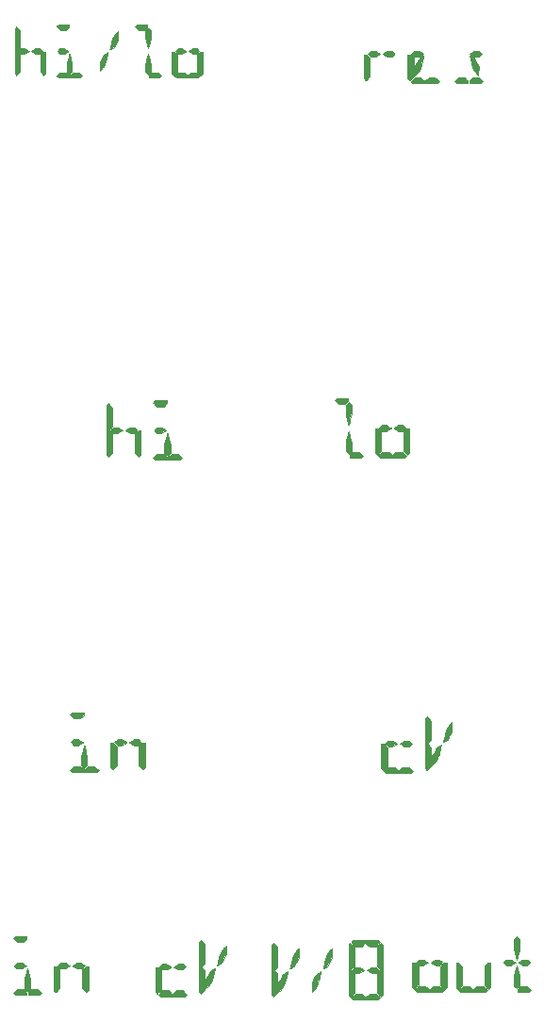
<source format=gto>
G04 #@! TF.GenerationSoftware,KiCad,Pcbnew,(6.0.9)*
G04 #@! TF.CreationDate,2022-12-13T22:51:58+01:00*
G04 #@! TF.ProjectId,filter-face,66696c74-6572-42d6-9661-63652e6b6963,rev?*
G04 #@! TF.SameCoordinates,Original*
G04 #@! TF.FileFunction,Legend,Top*
G04 #@! TF.FilePolarity,Positive*
%FSLAX46Y46*%
G04 Gerber Fmt 4.6, Leading zero omitted, Abs format (unit mm)*
G04 Created by KiCad (PCBNEW (6.0.9)) date 2022-12-13 22:51:58*
%MOMM*%
%LPD*%
G01*
G04 APERTURE LIST*
%ADD10C,0.010000*%
%ADD11C,4.104997*%
%ADD12C,2.100000*%
G04 APERTURE END LIST*
G36*
X64121950Y-117359815D02*
G01*
X64300665Y-117539464D01*
X64217729Y-117624399D01*
X64134792Y-117709334D01*
X63063884Y-117709334D01*
X63063884Y-117464781D01*
X63350696Y-117180167D01*
X63943235Y-117180167D01*
X64121950Y-117359815D01*
G37*
D10*
X64121950Y-117359815D02*
X64300665Y-117539464D01*
X64217729Y-117624399D01*
X64134792Y-117709334D01*
X63063884Y-117709334D01*
X63063884Y-117464781D01*
X63350696Y-117180167D01*
X63943235Y-117180167D01*
X64121950Y-117359815D01*
G36*
X65779076Y-115249240D02*
G01*
X65921384Y-115392646D01*
X65921384Y-117107018D01*
X65746316Y-117281176D01*
X65676721Y-117349515D01*
X65618244Y-117405259D01*
X65577206Y-117442493D01*
X65560112Y-117455334D01*
X65540321Y-117441456D01*
X65501495Y-117405833D01*
X65470596Y-117375066D01*
X65392217Y-117294799D01*
X65392217Y-115105834D01*
X65636769Y-115105834D01*
X65779076Y-115249240D01*
G37*
X65779076Y-115249240D02*
X65921384Y-115392646D01*
X65921384Y-117107018D01*
X65746316Y-117281176D01*
X65676721Y-117349515D01*
X65618244Y-117405259D01*
X65577206Y-117442493D01*
X65560112Y-117455334D01*
X65540321Y-117441456D01*
X65501495Y-117405833D01*
X65470596Y-117375066D01*
X65392217Y-117294799D01*
X65392217Y-115105834D01*
X65636769Y-115105834D01*
X65779076Y-115249240D01*
G36*
X67826384Y-113949140D02*
G01*
X67633761Y-114310529D01*
X67572755Y-114424307D01*
X67517516Y-114526062D01*
X67471489Y-114609544D01*
X67438122Y-114668506D01*
X67420861Y-114696700D01*
X67420373Y-114697326D01*
X67391468Y-114721101D01*
X67338351Y-114756132D01*
X67290204Y-114784675D01*
X67213246Y-114828625D01*
X67136938Y-114872796D01*
X67101425Y-114893648D01*
X67053759Y-114919214D01*
X67025444Y-114929227D01*
X67022050Y-114927404D01*
X67026997Y-114904143D01*
X67040946Y-114845305D01*
X67062556Y-114756364D01*
X67090490Y-114642794D01*
X67123407Y-114510070D01*
X67159968Y-114363665D01*
X67160170Y-114362861D01*
X67212696Y-114157270D01*
X67259099Y-113987400D01*
X67301993Y-113847548D01*
X67343998Y-113732014D01*
X67387728Y-113635096D01*
X67435803Y-113551094D01*
X67490838Y-113474307D01*
X67555450Y-113399032D01*
X67632257Y-113319570D01*
X67644793Y-113307134D01*
X67826384Y-113127685D01*
X67826384Y-113949140D01*
G37*
X67826384Y-113949140D02*
X67633761Y-114310529D01*
X67572755Y-114424307D01*
X67517516Y-114526062D01*
X67471489Y-114609544D01*
X67438122Y-114668506D01*
X67420861Y-114696700D01*
X67420373Y-114697326D01*
X67391468Y-114721101D01*
X67338351Y-114756132D01*
X67290204Y-114784675D01*
X67213246Y-114828625D01*
X67136938Y-114872796D01*
X67101425Y-114893648D01*
X67053759Y-114919214D01*
X67025444Y-114929227D01*
X67022050Y-114927404D01*
X67026997Y-114904143D01*
X67040946Y-114845305D01*
X67062556Y-114756364D01*
X67090490Y-114642794D01*
X67123407Y-114510070D01*
X67159968Y-114363665D01*
X67160170Y-114362861D01*
X67212696Y-114157270D01*
X67259099Y-113987400D01*
X67301993Y-113847548D01*
X67343998Y-113732014D01*
X67387728Y-113635096D01*
X67435803Y-113551094D01*
X67490838Y-113474307D01*
X67555450Y-113399032D01*
X67632257Y-113319570D01*
X67644793Y-113307134D01*
X67826384Y-113127685D01*
X67826384Y-113949140D01*
G36*
X62958050Y-117466979D02*
G01*
X62958050Y-117709334D01*
X61887142Y-117709334D01*
X61721268Y-117539464D01*
X61899984Y-117359815D01*
X62078699Y-117180167D01*
X62673436Y-117180167D01*
X62958050Y-117466979D01*
G37*
X62958050Y-117466979D02*
X62958050Y-117709334D01*
X61887142Y-117709334D01*
X61721268Y-117539464D01*
X61899984Y-117359815D01*
X62078699Y-117180167D01*
X62673436Y-117180167D01*
X62958050Y-117466979D01*
G36*
X62676134Y-114917603D02*
G01*
X62760680Y-114968726D01*
X62829929Y-115012667D01*
X62876789Y-115044777D01*
X62894170Y-115060410D01*
X62894170Y-115060478D01*
X62876859Y-115075940D01*
X62830135Y-115107646D01*
X62761336Y-115150824D01*
X62686188Y-115195792D01*
X62478586Y-115317500D01*
X62078411Y-115317500D01*
X61946709Y-115184618D01*
X61815008Y-115051735D01*
X61947890Y-114920034D01*
X62080772Y-114788334D01*
X62457719Y-114788334D01*
X62676134Y-114917603D01*
G37*
X62676134Y-114917603D02*
X62760680Y-114968726D01*
X62829929Y-115012667D01*
X62876789Y-115044777D01*
X62894170Y-115060410D01*
X62894170Y-115060478D01*
X62876859Y-115075940D01*
X62830135Y-115107646D01*
X62761336Y-115150824D01*
X62686188Y-115195792D01*
X62478586Y-115317500D01*
X62078411Y-115317500D01*
X61946709Y-115184618D01*
X61815008Y-115051735D01*
X61947890Y-114920034D01*
X62080772Y-114788334D01*
X62457719Y-114788334D01*
X62676134Y-114917603D01*
G36*
X66824215Y-115221921D02*
G01*
X66812889Y-115280119D01*
X66793523Y-115368538D01*
X66767337Y-115481781D01*
X66735554Y-115614450D01*
X66699392Y-115761149D01*
X66697409Y-115769085D01*
X66645671Y-115971977D01*
X66600000Y-116139313D01*
X66557670Y-116276944D01*
X66515954Y-116390723D01*
X66472126Y-116486502D01*
X66423460Y-116570135D01*
X66367230Y-116647473D01*
X66300709Y-116724370D01*
X66221171Y-116806679D01*
X66207936Y-116819866D01*
X66027217Y-116999316D01*
X66029879Y-116174750D01*
X66236138Y-115794583D01*
X66442397Y-115414415D01*
X66628887Y-115301427D01*
X66707236Y-115255545D01*
X66771597Y-115220837D01*
X66813934Y-115201457D01*
X66826280Y-115199341D01*
X66824215Y-115221921D01*
G37*
X66824215Y-115221921D02*
X66812889Y-115280119D01*
X66793523Y-115368538D01*
X66767337Y-115481781D01*
X66735554Y-115614450D01*
X66699392Y-115761149D01*
X66697409Y-115769085D01*
X66645671Y-115971977D01*
X66600000Y-116139313D01*
X66557670Y-116276944D01*
X66515954Y-116390723D01*
X66472126Y-116486502D01*
X66423460Y-116570135D01*
X66367230Y-116647473D01*
X66300709Y-116724370D01*
X66221171Y-116806679D01*
X66207936Y-116819866D01*
X66027217Y-116999316D01*
X66029879Y-116174750D01*
X66236138Y-115794583D01*
X66442397Y-115414415D01*
X66628887Y-115301427D01*
X66707236Y-115255545D01*
X66771597Y-115220837D01*
X66813934Y-115201457D01*
X66826280Y-115199341D01*
X66824215Y-115221921D01*
G36*
X62005550Y-115392646D02*
G01*
X62005550Y-117107018D01*
X61830483Y-117281176D01*
X61760888Y-117349515D01*
X61702410Y-117405259D01*
X61661373Y-117442493D01*
X61644279Y-117455334D01*
X61624488Y-117441456D01*
X61585661Y-117405833D01*
X61554763Y-117375066D01*
X61476384Y-117294799D01*
X61476384Y-115105834D01*
X61720936Y-115105834D01*
X62005550Y-115392646D01*
G37*
X62005550Y-115392646D02*
X62005550Y-117107018D01*
X61830483Y-117281176D01*
X61760888Y-117349515D01*
X61702410Y-117405259D01*
X61661373Y-117442493D01*
X61644279Y-117455334D01*
X61624488Y-117441456D01*
X61585661Y-117405833D01*
X61554763Y-117375066D01*
X61476384Y-117294799D01*
X61476384Y-115105834D01*
X61720936Y-115105834D01*
X62005550Y-115392646D01*
G36*
X65921384Y-113000634D02*
G01*
X65921384Y-114715386D01*
X65777977Y-114857693D01*
X65634571Y-115000000D01*
X65392217Y-115000000D01*
X65392217Y-112828648D01*
X65482807Y-112739740D01*
X65573398Y-112650832D01*
X65921384Y-113000634D01*
G37*
X65921384Y-113000634D02*
X65921384Y-114715386D01*
X65777977Y-114857693D01*
X65634571Y-115000000D01*
X65392217Y-115000000D01*
X65392217Y-112828648D01*
X65482807Y-112739740D01*
X65573398Y-112650832D01*
X65921384Y-113000634D01*
G36*
X64206925Y-115054098D02*
G01*
X63941161Y-115317500D01*
X63740647Y-115316713D01*
X63540134Y-115315925D01*
X63352552Y-115202156D01*
X63272230Y-115152713D01*
X63204898Y-115109915D01*
X63159245Y-115079360D01*
X63144943Y-115068359D01*
X63153253Y-115049075D01*
X63196788Y-115012960D01*
X63272867Y-114962027D01*
X63344565Y-114918333D01*
X63564215Y-114788334D01*
X63943523Y-114788334D01*
X64206925Y-115054098D01*
G37*
X64206925Y-115054098D02*
X63941161Y-115317500D01*
X63740647Y-115316713D01*
X63540134Y-115315925D01*
X63352552Y-115202156D01*
X63272230Y-115152713D01*
X63204898Y-115109915D01*
X63159245Y-115079360D01*
X63144943Y-115068359D01*
X63153253Y-115049075D01*
X63196788Y-115012960D01*
X63272867Y-114962027D01*
X63344565Y-114918333D01*
X63564215Y-114788334D01*
X63943523Y-114788334D01*
X64206925Y-115054098D01*
G36*
X34736666Y-117359961D02*
G01*
X34736666Y-117602316D01*
X33665758Y-117602316D01*
X33499884Y-117432446D01*
X33678600Y-117252797D01*
X33857315Y-117073149D01*
X34452052Y-117073149D01*
X34736666Y-117359961D01*
G37*
X34736666Y-117359961D02*
X34736666Y-117602316D01*
X33665758Y-117602316D01*
X33499884Y-117432446D01*
X33678600Y-117252797D01*
X33857315Y-117073149D01*
X34452052Y-117073149D01*
X34736666Y-117359961D01*
G36*
X35900566Y-117252797D02*
G01*
X36079281Y-117432446D01*
X35996345Y-117517381D01*
X35913408Y-117602316D01*
X34842500Y-117602316D01*
X34842500Y-117357763D01*
X35129312Y-117073149D01*
X35721851Y-117073149D01*
X35900566Y-117252797D01*
G37*
X35900566Y-117252797D02*
X36079281Y-117432446D01*
X35996345Y-117517381D01*
X35913408Y-117602316D01*
X34842500Y-117602316D01*
X34842500Y-117357763D01*
X35129312Y-117073149D01*
X35721851Y-117073149D01*
X35900566Y-117252797D01*
G36*
X34793282Y-115220743D02*
G01*
X34800860Y-115234955D01*
X34811537Y-115266590D01*
X34826555Y-115319691D01*
X34847157Y-115398299D01*
X34874585Y-115506455D01*
X34910081Y-115648203D01*
X34947265Y-115797084D01*
X35054166Y-116224935D01*
X35054166Y-117000288D01*
X34921284Y-117131990D01*
X34788401Y-117263691D01*
X34656700Y-117130809D01*
X34525000Y-116997927D01*
X34525000Y-116225068D01*
X34641803Y-115754817D01*
X34676205Y-115617615D01*
X34708204Y-115492428D01*
X34736100Y-115385721D01*
X34758188Y-115303961D01*
X34772769Y-115253615D01*
X34776716Y-115242232D01*
X34782452Y-115228424D01*
X34787560Y-115219913D01*
X34793282Y-115220743D01*
G37*
X34793282Y-115220743D02*
X34800860Y-115234955D01*
X34811537Y-115266590D01*
X34826555Y-115319691D01*
X34847157Y-115398299D01*
X34874585Y-115506455D01*
X34910081Y-115648203D01*
X34947265Y-115797084D01*
X35054166Y-116224935D01*
X35054166Y-117000288D01*
X34921284Y-117131990D01*
X34788401Y-117263691D01*
X34656700Y-117130809D01*
X34525000Y-116997927D01*
X34525000Y-116225068D01*
X34641803Y-115754817D01*
X34676205Y-115617615D01*
X34708204Y-115492428D01*
X34736100Y-115385721D01*
X34758188Y-115303961D01*
X34772769Y-115253615D01*
X34776716Y-115242232D01*
X34782452Y-115228424D01*
X34787560Y-115219913D01*
X34793282Y-115220743D01*
G36*
X34460515Y-114809779D02*
G01*
X34543666Y-114861184D01*
X34611515Y-114905363D01*
X34656925Y-114937514D01*
X34672786Y-114952654D01*
X34655468Y-114968440D01*
X34608729Y-115000416D01*
X34539909Y-115043778D01*
X34464804Y-115088774D01*
X34257202Y-115210482D01*
X33857027Y-115210482D01*
X33725325Y-115077600D01*
X33593624Y-114944717D01*
X33726506Y-114813016D01*
X33859388Y-114681316D01*
X34247864Y-114681316D01*
X34460515Y-114809779D01*
G37*
X34460515Y-114809779D02*
X34543666Y-114861184D01*
X34611515Y-114905363D01*
X34656925Y-114937514D01*
X34672786Y-114952654D01*
X34655468Y-114968440D01*
X34608729Y-115000416D01*
X34539909Y-115043778D01*
X34464804Y-115088774D01*
X34257202Y-115210482D01*
X33857027Y-115210482D01*
X33725325Y-115077600D01*
X33593624Y-114944717D01*
X33726506Y-114813016D01*
X33859388Y-114681316D01*
X34247864Y-114681316D01*
X34460515Y-114809779D01*
G36*
X38376348Y-114809779D02*
G01*
X38459500Y-114861184D01*
X38527348Y-114905363D01*
X38572758Y-114937514D01*
X38588620Y-114952654D01*
X38571302Y-114968440D01*
X38524563Y-115000416D01*
X38455742Y-115043778D01*
X38380637Y-115088774D01*
X38173035Y-115210482D01*
X37772860Y-115210482D01*
X37641159Y-115077600D01*
X37509458Y-114944717D01*
X37642340Y-114813016D01*
X37775222Y-114681316D01*
X38163697Y-114681316D01*
X38376348Y-114809779D01*
G37*
X38376348Y-114809779D02*
X38459500Y-114861184D01*
X38527348Y-114905363D01*
X38572758Y-114937514D01*
X38588620Y-114952654D01*
X38571302Y-114968440D01*
X38524563Y-115000416D01*
X38455742Y-115043778D01*
X38380637Y-115088774D01*
X38173035Y-115210482D01*
X37772860Y-115210482D01*
X37641159Y-115077600D01*
X37509458Y-114944717D01*
X37642340Y-114813016D01*
X37775222Y-114681316D01*
X38163697Y-114681316D01*
X38376348Y-114809779D01*
G36*
X39774307Y-114818873D02*
G01*
X39910642Y-114956431D01*
X39784942Y-115083456D01*
X39659241Y-115210482D01*
X39446912Y-115208847D01*
X39234583Y-115207211D01*
X39026771Y-115079554D01*
X38938022Y-115024207D01*
X38881085Y-114985812D01*
X38851177Y-114960032D01*
X38843518Y-114942535D01*
X38853326Y-114928986D01*
X38857438Y-114926048D01*
X38891616Y-114904385D01*
X38952186Y-114867184D01*
X39029157Y-114820553D01*
X39078772Y-114790757D01*
X39261629Y-114681316D01*
X39637972Y-114681316D01*
X39774307Y-114818873D01*
G37*
X39774307Y-114818873D02*
X39910642Y-114956431D01*
X39784942Y-115083456D01*
X39659241Y-115210482D01*
X39446912Y-115208847D01*
X39234583Y-115207211D01*
X39026771Y-115079554D01*
X38938022Y-115024207D01*
X38881085Y-114985812D01*
X38851177Y-114960032D01*
X38843518Y-114942535D01*
X38853326Y-114928986D01*
X38857438Y-114926048D01*
X38891616Y-114904385D01*
X38952186Y-114867184D01*
X39029157Y-114820553D01*
X39078772Y-114790757D01*
X39261629Y-114681316D01*
X39637972Y-114681316D01*
X39774307Y-114818873D01*
G36*
X40261166Y-117166796D02*
G01*
X40172092Y-117257556D01*
X40122999Y-117305713D01*
X40085948Y-117338622D01*
X40071083Y-117348316D01*
X40052344Y-117334187D01*
X40010303Y-117295767D01*
X39951285Y-117239005D01*
X39884991Y-117173248D01*
X39710833Y-116998181D01*
X39710833Y-115304673D01*
X39864789Y-115151744D01*
X40018745Y-114998816D01*
X40261166Y-114998816D01*
X40261166Y-117166796D01*
G37*
X40261166Y-117166796D02*
X40172092Y-117257556D01*
X40122999Y-117305713D01*
X40085948Y-117338622D01*
X40071083Y-117348316D01*
X40052344Y-117334187D01*
X40010303Y-117295767D01*
X39951285Y-117239005D01*
X39884991Y-117173248D01*
X39710833Y-116998181D01*
X39710833Y-115304673D01*
X39864789Y-115151744D01*
X40018745Y-114998816D01*
X40261166Y-114998816D01*
X40261166Y-117166796D01*
G36*
X34736666Y-112561279D02*
G01*
X34451504Y-112818649D01*
X33857315Y-112818649D01*
X33682934Y-112643358D01*
X33508554Y-112468067D01*
X33599536Y-112378774D01*
X33690519Y-112289482D01*
X34736666Y-112289482D01*
X34736666Y-112561279D01*
G37*
X34736666Y-112561279D02*
X34451504Y-112818649D01*
X33857315Y-112818649D01*
X33682934Y-112643358D01*
X33508554Y-112468067D01*
X33599536Y-112378774D01*
X33690519Y-112289482D01*
X34736666Y-112289482D01*
X34736666Y-112561279D01*
G36*
X37557692Y-115142222D02*
G01*
X37700000Y-115285628D01*
X37700000Y-117000000D01*
X37524932Y-117174158D01*
X37455337Y-117242497D01*
X37396860Y-117298241D01*
X37355822Y-117335475D01*
X37338728Y-117348316D01*
X37318937Y-117334438D01*
X37280111Y-117298815D01*
X37249212Y-117268048D01*
X37170833Y-117187781D01*
X37170833Y-114998816D01*
X37415385Y-114998816D01*
X37557692Y-115142222D01*
G37*
X37557692Y-115142222D02*
X37700000Y-115285628D01*
X37700000Y-117000000D01*
X37524932Y-117174158D01*
X37455337Y-117242497D01*
X37396860Y-117298241D01*
X37355822Y-117335475D01*
X37338728Y-117348316D01*
X37318937Y-117334438D01*
X37280111Y-117298815D01*
X37249212Y-117268048D01*
X37170833Y-117187781D01*
X37170833Y-114998816D01*
X37415385Y-114998816D01*
X37557692Y-115142222D01*
G36*
X43874486Y-54971027D02*
G01*
X43937645Y-55035986D01*
X43976495Y-55082185D01*
X43996934Y-55120527D01*
X44004859Y-55161912D01*
X44006166Y-55214443D01*
X44006166Y-55324999D01*
X43040804Y-55324999D01*
X42973152Y-55255199D01*
X42932582Y-55209388D01*
X42908434Y-55174484D01*
X42905500Y-55165739D01*
X42919569Y-55143361D01*
X42957529Y-55098616D01*
X43013008Y-55038738D01*
X43058428Y-54992122D01*
X43211357Y-54838166D01*
X43742806Y-54838166D01*
X43874486Y-54971027D01*
G37*
X43874486Y-54971027D02*
X43937645Y-55035986D01*
X43976495Y-55082185D01*
X43996934Y-55120527D01*
X44004859Y-55161912D01*
X44006166Y-55214443D01*
X44006166Y-55324999D01*
X43040804Y-55324999D01*
X42973152Y-55255199D01*
X42932582Y-55209388D01*
X42908434Y-55174484D01*
X42905500Y-55165739D01*
X42919569Y-55143361D01*
X42957529Y-55098616D01*
X43013008Y-55038738D01*
X43058428Y-54992122D01*
X43211357Y-54838166D01*
X43742806Y-54838166D01*
X43874486Y-54971027D01*
G36*
X41524797Y-54995453D02*
G01*
X41688416Y-55152740D01*
X41604745Y-55238869D01*
X41521075Y-55324999D01*
X40577166Y-55324999D01*
X40577166Y-55213262D01*
X40578543Y-55158374D01*
X40586626Y-55117414D01*
X40607343Y-55079519D01*
X40646624Y-55033828D01*
X40710027Y-54969846D01*
X40842888Y-54838166D01*
X41361177Y-54838166D01*
X41524797Y-54995453D01*
G37*
X41524797Y-54995453D02*
X41688416Y-55152740D01*
X41604745Y-55238869D01*
X41521075Y-55324999D01*
X40577166Y-55324999D01*
X40577166Y-55213262D01*
X40578543Y-55158374D01*
X40586626Y-55117414D01*
X40607343Y-55079519D01*
X40646624Y-55033828D01*
X40710027Y-54969846D01*
X40842888Y-54838166D01*
X41361177Y-54838166D01*
X41524797Y-54995453D01*
G36*
X45022166Y-52816749D02*
G01*
X45137137Y-52933166D01*
X45022166Y-53049582D01*
X44907196Y-53165999D01*
X44715973Y-53165107D01*
X44524750Y-53164216D01*
X44340071Y-53053982D01*
X44262890Y-53006949D01*
X44201505Y-52967707D01*
X44163623Y-52941293D01*
X44155217Y-52933166D01*
X44172122Y-52918585D01*
X44217888Y-52887625D01*
X44284854Y-52845318D01*
X44340555Y-52811457D01*
X44526069Y-52700332D01*
X44907196Y-52700332D01*
X45022166Y-52816749D01*
G37*
X45022166Y-52816749D02*
X45137137Y-52933166D01*
X45022166Y-53049582D01*
X44907196Y-53165999D01*
X44715973Y-53165107D01*
X44524750Y-53164216D01*
X44340071Y-53053982D01*
X44262890Y-53006949D01*
X44201505Y-52967707D01*
X44163623Y-52941293D01*
X44155217Y-52933166D01*
X44172122Y-52918585D01*
X44217888Y-52887625D01*
X44284854Y-52845318D01*
X44340555Y-52811457D01*
X44526069Y-52700332D01*
X44907196Y-52700332D01*
X45022166Y-52816749D01*
G36*
X42822714Y-52978155D02*
G01*
X42865578Y-52990019D01*
X42910960Y-53016934D01*
X42970367Y-53064740D01*
X43003694Y-53093705D01*
X43138333Y-53211912D01*
X43138333Y-54784253D01*
X42985404Y-54938209D01*
X42920553Y-55002367D01*
X42866807Y-55053428D01*
X42830991Y-55085030D01*
X42820223Y-55092166D01*
X42799473Y-55078297D01*
X42761082Y-55043210D01*
X42740318Y-55022366D01*
X42672666Y-54952567D01*
X42672666Y-52975499D01*
X42770860Y-52975499D01*
X42822714Y-52978155D01*
G37*
X42822714Y-52978155D02*
X42865578Y-52990019D01*
X42910960Y-53016934D01*
X42970367Y-53064740D01*
X43003694Y-53093705D01*
X43138333Y-53211912D01*
X43138333Y-54784253D01*
X42985404Y-54938209D01*
X42920553Y-55002367D01*
X42866807Y-55053428D01*
X42830991Y-55085030D01*
X42820223Y-55092166D01*
X42799473Y-55078297D01*
X42761082Y-55043210D01*
X42740318Y-55022366D01*
X42672666Y-54952567D01*
X42672666Y-52975499D01*
X42770860Y-52975499D01*
X42822714Y-52978155D01*
G36*
X33422833Y-50653069D02*
G01*
X33421456Y-50707957D01*
X33413373Y-50748917D01*
X33392656Y-50786812D01*
X33353375Y-50832503D01*
X33289972Y-50896485D01*
X33157111Y-51028166D01*
X32628023Y-51028166D01*
X32475095Y-50874209D01*
X32411161Y-50807837D01*
X32360350Y-50751263D01*
X32329049Y-50711831D01*
X32322166Y-50698445D01*
X32336234Y-50671719D01*
X32371769Y-50629496D01*
X32391966Y-50608984D01*
X32461765Y-50541332D01*
X33422833Y-50541332D01*
X33422833Y-50653069D01*
G37*
X33422833Y-50653069D02*
X33421456Y-50707957D01*
X33413373Y-50748917D01*
X33392656Y-50786812D01*
X33353375Y-50832503D01*
X33289972Y-50896485D01*
X33157111Y-51028166D01*
X32628023Y-51028166D01*
X32475095Y-50874209D01*
X32411161Y-50807837D01*
X32360350Y-50751263D01*
X32329049Y-50711831D01*
X32322166Y-50698445D01*
X32336234Y-50671719D01*
X32371769Y-50629496D01*
X32391966Y-50608984D01*
X32461765Y-50541332D01*
X33422833Y-50541332D01*
X33422833Y-50653069D01*
G36*
X40528801Y-53179006D02*
G01*
X40534311Y-53191039D01*
X40537107Y-53197749D01*
X40547525Y-53230495D01*
X40566175Y-53297508D01*
X40591243Y-53391931D01*
X40620917Y-53506908D01*
X40653382Y-53635581D01*
X40661436Y-53667934D01*
X40696926Y-53811658D01*
X40723475Y-53923754D01*
X40742379Y-54013668D01*
X40754938Y-54090847D01*
X40762448Y-54164738D01*
X40766208Y-54244788D01*
X40767515Y-54340445D01*
X40767666Y-54441240D01*
X40767666Y-54786695D01*
X40655876Y-54897097D01*
X40598994Y-54950626D01*
X40552202Y-54989855D01*
X40524589Y-55007237D01*
X40522861Y-55007499D01*
X40498639Y-54993391D01*
X40454328Y-54956159D01*
X40398922Y-54903441D01*
X40391235Y-54895708D01*
X40280833Y-54783918D01*
X40280833Y-54439771D01*
X40281165Y-54317524D01*
X40283095Y-54221143D01*
X40288022Y-54140023D01*
X40297348Y-54063557D01*
X40312473Y-53981139D01*
X40334797Y-53882163D01*
X40365720Y-53756023D01*
X40377161Y-53710187D01*
X40418715Y-53543889D01*
X40451210Y-53414469D01*
X40475947Y-53317761D01*
X40494228Y-53249595D01*
X40507353Y-53205804D01*
X40516623Y-53182221D01*
X40523339Y-53174678D01*
X40528801Y-53179006D01*
G37*
X40528801Y-53179006D02*
X40534311Y-53191039D01*
X40537107Y-53197749D01*
X40547525Y-53230495D01*
X40566175Y-53297508D01*
X40591243Y-53391931D01*
X40620917Y-53506908D01*
X40653382Y-53635581D01*
X40661436Y-53667934D01*
X40696926Y-53811658D01*
X40723475Y-53923754D01*
X40742379Y-54013668D01*
X40754938Y-54090847D01*
X40762448Y-54164738D01*
X40766208Y-54244788D01*
X40767515Y-54340445D01*
X40767666Y-54441240D01*
X40767666Y-54786695D01*
X40655876Y-54897097D01*
X40598994Y-54950626D01*
X40552202Y-54989855D01*
X40524589Y-55007237D01*
X40522861Y-55007499D01*
X40498639Y-54993391D01*
X40454328Y-54956159D01*
X40398922Y-54903441D01*
X40391235Y-54895708D01*
X40280833Y-54783918D01*
X40280833Y-54439771D01*
X40281165Y-54317524D01*
X40283095Y-54221143D01*
X40288022Y-54140023D01*
X40297348Y-54063557D01*
X40312473Y-53981139D01*
X40334797Y-53882163D01*
X40365720Y-53756023D01*
X40377161Y-53710187D01*
X40418715Y-53543889D01*
X40451210Y-53414469D01*
X40475947Y-53317761D01*
X40494228Y-53249595D01*
X40507353Y-53205804D01*
X40516623Y-53182221D01*
X40523339Y-53174678D01*
X40528801Y-53179006D01*
G36*
X33291153Y-54971027D02*
G01*
X33354312Y-55035986D01*
X33393162Y-55082185D01*
X33413601Y-55120527D01*
X33421525Y-55161912D01*
X33422833Y-55214443D01*
X33422833Y-55324999D01*
X32457471Y-55324999D01*
X32389818Y-55255199D01*
X32349249Y-55209388D01*
X32325101Y-55174484D01*
X32322166Y-55165739D01*
X32336236Y-55143361D01*
X32374196Y-55098616D01*
X32429674Y-55038738D01*
X32475095Y-54992122D01*
X32628023Y-54838166D01*
X33159472Y-54838166D01*
X33291153Y-54971027D01*
G37*
X33291153Y-54971027D02*
X33354312Y-55035986D01*
X33393162Y-55082185D01*
X33413601Y-55120527D01*
X33421525Y-55161912D01*
X33422833Y-55214443D01*
X33422833Y-55324999D01*
X32457471Y-55324999D01*
X32389818Y-55255199D01*
X32349249Y-55209388D01*
X32325101Y-55174484D01*
X32322166Y-55165739D01*
X32336236Y-55143361D01*
X32374196Y-55098616D01*
X32429674Y-55038738D01*
X32475095Y-54992122D01*
X32628023Y-54838166D01*
X33159472Y-54838166D01*
X33291153Y-54971027D01*
G36*
X30904000Y-52816749D02*
G01*
X31018970Y-52933166D01*
X30904000Y-53049582D01*
X30789029Y-53165999D01*
X30597806Y-53164317D01*
X30503917Y-53162393D01*
X30438517Y-53156373D01*
X30387769Y-53142905D01*
X30337835Y-53118639D01*
X30290166Y-53089818D01*
X30215247Y-53043272D01*
X30142840Y-52998794D01*
X30101599Y-52973816D01*
X30029449Y-52930630D01*
X30218016Y-52816268D01*
X30406583Y-52701907D01*
X30597806Y-52701120D01*
X30789029Y-52700332D01*
X30904000Y-52816749D01*
G37*
X30904000Y-52816749D02*
X31018970Y-52933166D01*
X30904000Y-53049582D01*
X30789029Y-53165999D01*
X30597806Y-53164317D01*
X30503917Y-53162393D01*
X30438517Y-53156373D01*
X30387769Y-53142905D01*
X30337835Y-53118639D01*
X30290166Y-53089818D01*
X30215247Y-53043272D01*
X30142840Y-52998794D01*
X30101599Y-52973816D01*
X30029449Y-52930630D01*
X30218016Y-52816268D01*
X30406583Y-52701907D01*
X30597806Y-52701120D01*
X30789029Y-52700332D01*
X30904000Y-52816749D01*
G36*
X31327333Y-54935407D02*
G01*
X31245963Y-55014863D01*
X31164593Y-55094318D01*
X31002546Y-54942984D01*
X30840500Y-54791650D01*
X30840500Y-53238859D01*
X30973361Y-53107179D01*
X31038320Y-53044020D01*
X31084519Y-53005170D01*
X31122861Y-52984731D01*
X31164246Y-52976806D01*
X31216777Y-52975499D01*
X31327333Y-52975499D01*
X31327333Y-54935407D01*
G37*
X31327333Y-54935407D02*
X31245963Y-55014863D01*
X31164593Y-55094318D01*
X31002546Y-54942984D01*
X30840500Y-54791650D01*
X30840500Y-53238859D01*
X30973361Y-53107179D01*
X31038320Y-53044020D01*
X31084519Y-53005170D01*
X31122861Y-52984731D01*
X31164246Y-52976806D01*
X31216777Y-52975499D01*
X31327333Y-52975499D01*
X31327333Y-54935407D01*
G36*
X33177802Y-52808824D02*
G01*
X33254297Y-52855841D01*
X33314876Y-52895549D01*
X33351755Y-52922701D01*
X33359333Y-52931189D01*
X33342271Y-52947069D01*
X33296219Y-52978933D01*
X33228878Y-53021648D01*
X33172736Y-53055531D01*
X32986139Y-53165999D01*
X32606470Y-53165999D01*
X32491500Y-53049582D01*
X32376529Y-52933166D01*
X32491500Y-52816749D01*
X32606470Y-52700332D01*
X32996271Y-52700332D01*
X33177802Y-52808824D01*
G37*
X33177802Y-52808824D02*
X33254297Y-52855841D01*
X33314876Y-52895549D01*
X33351755Y-52922701D01*
X33359333Y-52931189D01*
X33342271Y-52947069D01*
X33296219Y-52978933D01*
X33228878Y-53021648D01*
X33172736Y-53055531D01*
X32986139Y-53165999D01*
X32606470Y-53165999D01*
X32491500Y-53049582D01*
X32376529Y-52933166D01*
X32491500Y-52816749D01*
X32606470Y-52700332D01*
X32996271Y-52700332D01*
X33177802Y-52808824D01*
G36*
X45445500Y-54935407D02*
G01*
X45365232Y-55013786D01*
X45318509Y-55057686D01*
X45284849Y-55086129D01*
X45274744Y-55092166D01*
X45256511Y-55078095D01*
X45215399Y-55040118D01*
X45158134Y-54984581D01*
X45111595Y-54938209D01*
X44958666Y-54784253D01*
X44958666Y-53238859D01*
X45091527Y-53107179D01*
X45156486Y-53044020D01*
X45202686Y-53005170D01*
X45241028Y-52984731D01*
X45282413Y-52976806D01*
X45334944Y-52975499D01*
X45445500Y-52975499D01*
X45445500Y-54935407D01*
G37*
X45445500Y-54935407D02*
X45365232Y-55013786D01*
X45318509Y-55057686D01*
X45284849Y-55086129D01*
X45274744Y-55092166D01*
X45256511Y-55078095D01*
X45215399Y-55040118D01*
X45158134Y-54984581D01*
X45111595Y-54938209D01*
X44958666Y-54784253D01*
X44958666Y-53238859D01*
X45091527Y-53107179D01*
X45156486Y-53044020D01*
X45202686Y-53005170D01*
X45241028Y-52984731D01*
X45282413Y-52976806D01*
X45334944Y-52975499D01*
X45445500Y-52975499D01*
X45445500Y-54935407D01*
G36*
X33474522Y-53194951D02*
G01*
X33492082Y-53244787D01*
X33516157Y-53324419D01*
X33545058Y-53428162D01*
X33577098Y-53550336D01*
X33589212Y-53598279D01*
X33698000Y-54033117D01*
X33698000Y-54786695D01*
X33586209Y-54897097D01*
X33530934Y-54950372D01*
X33487762Y-54989539D01*
X33464931Y-55007171D01*
X33463778Y-55007499D01*
X33444849Y-54993532D01*
X33404643Y-54956642D01*
X33351301Y-54904350D01*
X33342735Y-54895708D01*
X33232333Y-54783918D01*
X33232333Y-54075451D01*
X33341118Y-53636600D01*
X33374005Y-53505926D01*
X33404342Y-53389131D01*
X33430421Y-53292492D01*
X33450533Y-53222286D01*
X33462972Y-53184792D01*
X33465164Y-53180594D01*
X33474522Y-53194951D01*
G37*
X33474522Y-53194951D02*
X33492082Y-53244787D01*
X33516157Y-53324419D01*
X33545058Y-53428162D01*
X33577098Y-53550336D01*
X33589212Y-53598279D01*
X33698000Y-54033117D01*
X33698000Y-54786695D01*
X33586209Y-54897097D01*
X33530934Y-54950372D01*
X33487762Y-54989539D01*
X33464931Y-55007171D01*
X33463778Y-55007499D01*
X33444849Y-54993532D01*
X33404643Y-54956642D01*
X33351301Y-54904350D01*
X33342735Y-54895708D01*
X33232333Y-54783918D01*
X33232333Y-54075451D01*
X33341118Y-53636600D01*
X33374005Y-53505926D01*
X33404342Y-53389131D01*
X33430421Y-53292492D01*
X33450533Y-53222286D01*
X33462972Y-53184792D01*
X33465164Y-53180594D01*
X33474522Y-53194951D01*
G36*
X45049387Y-55002943D02*
G01*
X45213199Y-55167721D01*
X45052131Y-55324999D01*
X44090833Y-55324999D01*
X44090833Y-55213262D01*
X44092210Y-55158374D01*
X44100292Y-55117414D01*
X44121010Y-55079519D01*
X44160291Y-55033828D01*
X44223694Y-54969846D01*
X44356555Y-54838166D01*
X44885576Y-54838166D01*
X45049387Y-55002943D01*
G37*
X45049387Y-55002943D02*
X45213199Y-55167721D01*
X45052131Y-55324999D01*
X44090833Y-55324999D01*
X44090833Y-55213262D01*
X44092210Y-55158374D01*
X44100292Y-55117414D01*
X44121010Y-55079519D01*
X44160291Y-55033828D01*
X44223694Y-54969846D01*
X44356555Y-54838166D01*
X44885576Y-54838166D01*
X45049387Y-55002943D01*
G36*
X43761135Y-52808824D02*
G01*
X43837667Y-52856050D01*
X43898261Y-52896270D01*
X43935123Y-52924144D01*
X43942666Y-52933166D01*
X43925641Y-52950022D01*
X43879763Y-52982732D01*
X43812826Y-53025956D01*
X43761135Y-53057507D01*
X43677538Y-53106781D01*
X43616868Y-53138287D01*
X43565729Y-53155998D01*
X43510726Y-53163888D01*
X43438462Y-53165929D01*
X43395348Y-53165999D01*
X43211091Y-53165999D01*
X43089991Y-53043621D01*
X42968890Y-52921244D01*
X43080735Y-52810788D01*
X43192581Y-52700332D01*
X43579605Y-52700332D01*
X43761135Y-52808824D01*
G37*
X43761135Y-52808824D02*
X43837667Y-52856050D01*
X43898261Y-52896270D01*
X43935123Y-52924144D01*
X43942666Y-52933166D01*
X43925641Y-52950022D01*
X43879763Y-52982732D01*
X43812826Y-53025956D01*
X43761135Y-53057507D01*
X43677538Y-53106781D01*
X43616868Y-53138287D01*
X43565729Y-53155998D01*
X43510726Y-53163888D01*
X43438462Y-53165929D01*
X43395348Y-53165999D01*
X43211091Y-53165999D01*
X43089991Y-53043621D01*
X42968890Y-52921244D01*
X43080735Y-52810788D01*
X43192581Y-52700332D01*
X43579605Y-52700332D01*
X43761135Y-52808824D01*
G36*
X29646935Y-52807586D02*
G01*
X29722487Y-52854856D01*
X29782053Y-52895233D01*
X29817774Y-52923214D01*
X29824500Y-52931928D01*
X29807464Y-52949315D01*
X29761559Y-52982455D01*
X29694585Y-53025950D01*
X29642969Y-53057507D01*
X29559374Y-53106780D01*
X29498706Y-53138285D01*
X29447568Y-53155997D01*
X29392562Y-53163887D01*
X29320290Y-53165929D01*
X29277121Y-53165999D01*
X29092803Y-53165999D01*
X28977833Y-53049582D01*
X28862862Y-52933166D01*
X28977833Y-52816749D01*
X29092803Y-52700332D01*
X29469370Y-52700332D01*
X29646935Y-52807586D01*
G37*
X29646935Y-52807586D02*
X29722487Y-52854856D01*
X29782053Y-52895233D01*
X29817774Y-52923214D01*
X29824500Y-52931928D01*
X29807464Y-52949315D01*
X29761559Y-52982455D01*
X29694585Y-53025950D01*
X29642969Y-53057507D01*
X29559374Y-53106780D01*
X29498706Y-53138285D01*
X29447568Y-53155997D01*
X29392562Y-53163887D01*
X29320290Y-53165929D01*
X29277121Y-53165999D01*
X29092803Y-53165999D01*
X28977833Y-53049582D01*
X28862862Y-52933166D01*
X28977833Y-52816749D01*
X29092803Y-52700332D01*
X29469370Y-52700332D01*
X29646935Y-52807586D01*
G36*
X34466054Y-55002943D02*
G01*
X34629865Y-55167721D01*
X34549332Y-55246360D01*
X34468798Y-55324999D01*
X33507500Y-55324999D01*
X33507500Y-55213262D01*
X33508876Y-55158374D01*
X33516959Y-55117414D01*
X33537677Y-55079519D01*
X33576957Y-55033828D01*
X33640361Y-54969846D01*
X33773222Y-54838166D01*
X34302243Y-54838166D01*
X34466054Y-55002943D01*
G37*
X34466054Y-55002943D02*
X34629865Y-55167721D01*
X34549332Y-55246360D01*
X34468798Y-55324999D01*
X33507500Y-55324999D01*
X33507500Y-55213262D01*
X33508876Y-55158374D01*
X33516959Y-55117414D01*
X33537677Y-55079519D01*
X33576957Y-55033828D01*
X33640361Y-54969846D01*
X33773222Y-54838166D01*
X34302243Y-54838166D01*
X34466054Y-55002943D01*
G36*
X36906308Y-53068676D02*
G01*
X36894389Y-53125935D01*
X36874603Y-53213024D01*
X36848248Y-53324348D01*
X36816619Y-53454309D01*
X36788033Y-53569361D01*
X36738153Y-53763651D01*
X36693907Y-53922655D01*
X36652471Y-54052570D01*
X36611025Y-54159591D01*
X36566746Y-54249913D01*
X36516813Y-54329733D01*
X36458403Y-54405245D01*
X36388696Y-54482645D01*
X36357162Y-54515374D01*
X36292771Y-54579754D01*
X36238779Y-54630840D01*
X36202211Y-54662148D01*
X36190904Y-54668832D01*
X36185500Y-54648821D01*
X36180882Y-54593402D01*
X36177364Y-54509500D01*
X36175261Y-54404037D01*
X36174801Y-54314291D01*
X36175103Y-53959749D01*
X36548215Y-53261249D01*
X36724669Y-53150074D01*
X36800084Y-53103783D01*
X36861123Y-53068621D01*
X36899772Y-53049076D01*
X36909065Y-53046842D01*
X36906308Y-53068676D01*
G37*
X36906308Y-53068676D02*
X36894389Y-53125935D01*
X36874603Y-53213024D01*
X36848248Y-53324348D01*
X36816619Y-53454309D01*
X36788033Y-53569361D01*
X36738153Y-53763651D01*
X36693907Y-53922655D01*
X36652471Y-54052570D01*
X36611025Y-54159591D01*
X36566746Y-54249913D01*
X36516813Y-54329733D01*
X36458403Y-54405245D01*
X36388696Y-54482645D01*
X36357162Y-54515374D01*
X36292771Y-54579754D01*
X36238779Y-54630840D01*
X36202211Y-54662148D01*
X36190904Y-54668832D01*
X36185500Y-54648821D01*
X36180882Y-54593402D01*
X36177364Y-54509500D01*
X36175261Y-54404037D01*
X36174801Y-54314291D01*
X36175103Y-53959749D01*
X36548215Y-53261249D01*
X36724669Y-53150074D01*
X36800084Y-53103783D01*
X36861123Y-53068621D01*
X36899772Y-53049076D01*
X36909065Y-53046842D01*
X36906308Y-53068676D01*
G36*
X40549860Y-50872940D02*
G01*
X40594171Y-50910172D01*
X40649577Y-50962890D01*
X40657264Y-50970623D01*
X40767666Y-51082413D01*
X40767666Y-51426480D01*
X40767420Y-51542451D01*
X40765816Y-51634914D01*
X40761555Y-51713307D01*
X40753338Y-51787070D01*
X40739866Y-51865642D01*
X40719840Y-51958462D01*
X40691962Y-52074968D01*
X40661436Y-52198397D01*
X40620967Y-52360865D01*
X40589208Y-52485846D01*
X40564762Y-52576963D01*
X40546230Y-52637839D01*
X40532215Y-52672097D01*
X40521316Y-52683357D01*
X40512135Y-52675244D01*
X40503275Y-52651379D01*
X40496248Y-52626249D01*
X40483837Y-52578641D01*
X40463314Y-52498300D01*
X40436792Y-52393571D01*
X40406386Y-52272801D01*
X40377161Y-52156144D01*
X40343326Y-52019587D01*
X40318515Y-51913443D01*
X40301328Y-51827098D01*
X40290367Y-51749936D01*
X40284233Y-51671341D01*
X40281527Y-51580696D01*
X40280850Y-51467386D01*
X40280833Y-51425171D01*
X40280833Y-51079636D01*
X40392623Y-50969234D01*
X40449505Y-50915705D01*
X40496297Y-50876476D01*
X40523910Y-50859094D01*
X40525638Y-50858832D01*
X40549860Y-50872940D01*
G37*
X40549860Y-50872940D02*
X40594171Y-50910172D01*
X40649577Y-50962890D01*
X40657264Y-50970623D01*
X40767666Y-51082413D01*
X40767666Y-51426480D01*
X40767420Y-51542451D01*
X40765816Y-51634914D01*
X40761555Y-51713307D01*
X40753338Y-51787070D01*
X40739866Y-51865642D01*
X40719840Y-51958462D01*
X40691962Y-52074968D01*
X40661436Y-52198397D01*
X40620967Y-52360865D01*
X40589208Y-52485846D01*
X40564762Y-52576963D01*
X40546230Y-52637839D01*
X40532215Y-52672097D01*
X40521316Y-52683357D01*
X40512135Y-52675244D01*
X40503275Y-52651379D01*
X40496248Y-52626249D01*
X40483837Y-52578641D01*
X40463314Y-52498300D01*
X40436792Y-52393571D01*
X40406386Y-52272801D01*
X40377161Y-52156144D01*
X40343326Y-52019587D01*
X40318515Y-51913443D01*
X40301328Y-51827098D01*
X40290367Y-51749936D01*
X40284233Y-51671341D01*
X40281527Y-51580696D01*
X40280850Y-51467386D01*
X40280833Y-51425171D01*
X40280833Y-51079636D01*
X40392623Y-50969234D01*
X40449505Y-50915705D01*
X40496297Y-50876476D01*
X40523910Y-50859094D01*
X40525638Y-50858832D01*
X40549860Y-50872940D01*
G36*
X40471333Y-50653069D02*
G01*
X40469956Y-50707957D01*
X40461873Y-50748917D01*
X40441156Y-50786812D01*
X40401875Y-50832503D01*
X40338472Y-50896485D01*
X40205611Y-51028166D01*
X39697756Y-51028166D01*
X39370134Y-50698610D01*
X39450667Y-50619971D01*
X39531201Y-50541332D01*
X40471333Y-50541332D01*
X40471333Y-50653069D01*
G37*
X40471333Y-50653069D02*
X40469956Y-50707957D01*
X40461873Y-50748917D01*
X40441156Y-50786812D01*
X40401875Y-50832503D01*
X40338472Y-50896485D01*
X40205611Y-51028166D01*
X39697756Y-51028166D01*
X39370134Y-50698610D01*
X39450667Y-50619971D01*
X39531201Y-50541332D01*
X40471333Y-50541332D01*
X40471333Y-50653069D01*
G36*
X28721124Y-52976876D02*
G01*
X28762085Y-52984958D01*
X28799979Y-53005676D01*
X28845670Y-53044957D01*
X28909653Y-53108360D01*
X29041333Y-53241221D01*
X29041333Y-54765075D01*
X28876555Y-54928887D01*
X28711777Y-55092698D01*
X28633138Y-55012164D01*
X28554500Y-54931631D01*
X28554500Y-52975499D01*
X28666236Y-52975499D01*
X28721124Y-52976876D01*
G37*
X28721124Y-52976876D02*
X28762085Y-52984958D01*
X28799979Y-53005676D01*
X28845670Y-53044957D01*
X28909653Y-53108360D01*
X29041333Y-53241221D01*
X29041333Y-54765075D01*
X28876555Y-54928887D01*
X28711777Y-55092698D01*
X28633138Y-55012164D01*
X28554500Y-54931631D01*
X28554500Y-52975499D01*
X28666236Y-52975499D01*
X28721124Y-52976876D01*
G36*
X37804333Y-51929442D02*
G01*
X37619125Y-52275065D01*
X37433916Y-52620688D01*
X37259291Y-52722930D01*
X37171163Y-52772159D01*
X37114883Y-52797698D01*
X37087932Y-52800569D01*
X37084666Y-52793795D01*
X37089627Y-52764945D01*
X37103531Y-52701319D01*
X37124911Y-52609179D01*
X37152303Y-52494781D01*
X37184238Y-52364386D01*
X37202196Y-52292167D01*
X37252579Y-52096511D01*
X37298025Y-51936112D01*
X37341486Y-51804635D01*
X37385910Y-51695742D01*
X37434249Y-51603100D01*
X37489452Y-51520372D01*
X37554468Y-51441223D01*
X37632249Y-51359317D01*
X37640291Y-51351279D01*
X37804333Y-51187909D01*
X37804333Y-51929442D01*
G37*
X37804333Y-51929442D02*
X37619125Y-52275065D01*
X37433916Y-52620688D01*
X37259291Y-52722930D01*
X37171163Y-52772159D01*
X37114883Y-52797698D01*
X37087932Y-52800569D01*
X37084666Y-52793795D01*
X37089627Y-52764945D01*
X37103531Y-52701319D01*
X37124911Y-52609179D01*
X37152303Y-52494781D01*
X37184238Y-52364386D01*
X37202196Y-52292167D01*
X37252579Y-52096511D01*
X37298025Y-51936112D01*
X37341486Y-51804635D01*
X37385910Y-51695742D01*
X37434249Y-51603100D01*
X37489452Y-51520372D01*
X37554468Y-51441223D01*
X37632249Y-51359317D01*
X37640291Y-51351279D01*
X37804333Y-51187909D01*
X37804333Y-51929442D01*
G36*
X29041333Y-51101256D02*
G01*
X29041333Y-52627472D01*
X28908472Y-52759152D01*
X28843513Y-52822311D01*
X28797313Y-52861161D01*
X28758971Y-52881600D01*
X28717586Y-52889525D01*
X28665055Y-52890832D01*
X28554500Y-52890832D01*
X28554500Y-50909470D01*
X28628910Y-50837348D01*
X28703321Y-50765226D01*
X29041333Y-51101256D01*
G37*
X29041333Y-51101256D02*
X29041333Y-52627472D01*
X28908472Y-52759152D01*
X28843513Y-52822311D01*
X28797313Y-52861161D01*
X28758971Y-52881600D01*
X28717586Y-52889525D01*
X28665055Y-52890832D01*
X28554500Y-52890832D01*
X28554500Y-50909470D01*
X28628910Y-50837348D01*
X28703321Y-50765226D01*
X29041333Y-51101256D01*
G36*
X41935516Y-86811852D02*
G01*
X42018590Y-86862649D01*
X42086466Y-86905319D01*
X42132027Y-86935304D01*
X42148167Y-86947972D01*
X42131172Y-86961230D01*
X42084931Y-86991609D01*
X42016562Y-87034551D01*
X41935516Y-87084092D01*
X41722865Y-87212556D01*
X41517474Y-87209895D01*
X41312084Y-87207235D01*
X41195667Y-87083540D01*
X41141951Y-87023962D01*
X41102643Y-86975547D01*
X41084433Y-86946695D01*
X41084008Y-86943325D01*
X41100138Y-86921403D01*
X41138724Y-86877908D01*
X41192279Y-86821192D01*
X41207941Y-86805097D01*
X41327115Y-86683389D01*
X41722865Y-86683389D01*
X41935516Y-86811852D01*
G37*
X41935516Y-86811852D02*
X42018590Y-86862649D01*
X42086466Y-86905319D01*
X42132027Y-86935304D01*
X42148167Y-86947972D01*
X42131172Y-86961230D01*
X42084931Y-86991609D01*
X42016562Y-87034551D01*
X41935516Y-87084092D01*
X41722865Y-87212556D01*
X41517474Y-87209895D01*
X41312084Y-87207235D01*
X41195667Y-87083540D01*
X41141951Y-87023962D01*
X41102643Y-86975547D01*
X41084433Y-86946695D01*
X41084008Y-86943325D01*
X41100138Y-86921403D01*
X41138724Y-86877908D01*
X41192279Y-86821192D01*
X41207941Y-86805097D01*
X41327115Y-86683389D01*
X41722865Y-86683389D01*
X41935516Y-86811852D01*
G36*
X42263016Y-87242024D02*
G01*
X42280470Y-87292799D01*
X42304844Y-87374237D01*
X42334623Y-87481095D01*
X42368291Y-87608131D01*
X42399211Y-87729558D01*
X42529167Y-88249116D01*
X42529167Y-89002362D01*
X42396284Y-89134063D01*
X42263402Y-89265764D01*
X42000000Y-89000000D01*
X42000000Y-88206733D01*
X42119369Y-87725519D01*
X42153801Y-87588537D01*
X42185650Y-87465258D01*
X42213304Y-87361650D01*
X42235152Y-87283678D01*
X42249581Y-87237310D01*
X42253997Y-87227153D01*
X42263016Y-87242024D01*
G37*
X42263016Y-87242024D02*
X42280470Y-87292799D01*
X42304844Y-87374237D01*
X42334623Y-87481095D01*
X42368291Y-87608131D01*
X42399211Y-87729558D01*
X42529167Y-88249116D01*
X42529167Y-89002362D01*
X42396284Y-89134063D01*
X42263402Y-89265764D01*
X42000000Y-89000000D01*
X42000000Y-88206733D01*
X42119369Y-87725519D01*
X42153801Y-87588537D01*
X42185650Y-87465258D01*
X42213304Y-87361650D01*
X42235152Y-87283678D01*
X42249581Y-87237310D01*
X42253997Y-87227153D01*
X42263016Y-87242024D01*
G36*
X39883334Y-89172241D02*
G01*
X39702152Y-89350057D01*
X39528160Y-89175156D01*
X39354167Y-89000255D01*
X39354167Y-87285503D01*
X39640979Y-87000889D01*
X39883334Y-87000889D01*
X39883334Y-89172241D01*
G37*
X39883334Y-89172241D02*
X39702152Y-89350057D01*
X39528160Y-89175156D01*
X39354167Y-89000255D01*
X39354167Y-87285503D01*
X39640979Y-87000889D01*
X39883334Y-87000889D01*
X39883334Y-89172241D01*
G36*
X39402454Y-86805711D02*
G01*
X39458757Y-86865058D01*
X39501114Y-86914372D01*
X39522329Y-86945120D01*
X39523500Y-86949249D01*
X39509374Y-86973094D01*
X39471843Y-87017657D01*
X39418180Y-87074480D01*
X39401178Y-87091510D01*
X39278856Y-87212556D01*
X39078386Y-87212524D01*
X38877917Y-87212493D01*
X38679167Y-87090339D01*
X38598757Y-87039435D01*
X38533507Y-86995310D01*
X38490899Y-86963208D01*
X38478083Y-86949406D01*
X38494095Y-86931465D01*
X38539306Y-86897125D01*
X38606490Y-86851561D01*
X38676834Y-86807039D01*
X38877917Y-86683452D01*
X39079663Y-86683420D01*
X39281409Y-86683389D01*
X39402454Y-86805711D01*
G37*
X39402454Y-86805711D02*
X39458757Y-86865058D01*
X39501114Y-86914372D01*
X39522329Y-86945120D01*
X39523500Y-86949249D01*
X39509374Y-86973094D01*
X39471843Y-87017657D01*
X39418180Y-87074480D01*
X39401178Y-87091510D01*
X39278856Y-87212556D01*
X39078386Y-87212524D01*
X38877917Y-87212493D01*
X38679167Y-87090339D01*
X38598757Y-87039435D01*
X38533507Y-86995310D01*
X38490899Y-86963208D01*
X38478083Y-86949406D01*
X38494095Y-86931465D01*
X38539306Y-86897125D01*
X38606490Y-86851561D01*
X38676834Y-86807039D01*
X38877917Y-86683452D01*
X39079663Y-86683420D01*
X39281409Y-86683389D01*
X39402454Y-86805711D01*
G36*
X38013918Y-86812658D02*
G01*
X38098374Y-86863117D01*
X38167642Y-86905401D01*
X38214650Y-86935130D01*
X38232328Y-86947924D01*
X38232334Y-86947972D01*
X38215248Y-86960422D01*
X38168704Y-86989886D01*
X38099773Y-87031983D01*
X38015527Y-87082334D01*
X38013918Y-87083286D01*
X37795502Y-87212556D01*
X37394925Y-87212556D01*
X37273879Y-87090233D01*
X37217577Y-87030887D01*
X37175219Y-86981572D01*
X37154005Y-86950825D01*
X37152834Y-86946696D01*
X37166960Y-86922850D01*
X37204490Y-86878287D01*
X37258154Y-86821464D01*
X37275156Y-86804435D01*
X37397478Y-86683389D01*
X37795502Y-86683389D01*
X38013918Y-86812658D01*
G37*
X38013918Y-86812658D02*
X38098374Y-86863117D01*
X38167642Y-86905401D01*
X38214650Y-86935130D01*
X38232328Y-86947924D01*
X38232334Y-86947972D01*
X38215248Y-86960422D01*
X38168704Y-86989886D01*
X38099773Y-87031983D01*
X38015527Y-87082334D01*
X38013918Y-87083286D01*
X37795502Y-87212556D01*
X37394925Y-87212556D01*
X37273879Y-87090233D01*
X37217577Y-87030887D01*
X37175219Y-86981572D01*
X37154005Y-86950825D01*
X37152834Y-86946696D01*
X37166960Y-86922850D01*
X37204490Y-86878287D01*
X37258154Y-86821464D01*
X37275156Y-86804435D01*
X37397478Y-86683389D01*
X37795502Y-86683389D01*
X38013918Y-86812658D01*
G36*
X42069360Y-89218628D02*
G01*
X42211667Y-89362035D01*
X42211667Y-89604389D01*
X41140758Y-89604389D01*
X41062379Y-89524121D01*
X41018198Y-89475236D01*
X40989773Y-89436797D01*
X40984000Y-89423083D01*
X40998190Y-89400561D01*
X41036626Y-89355573D01*
X41093109Y-89295063D01*
X41148510Y-89238767D01*
X41313020Y-89075222D01*
X41927052Y-89075222D01*
X42069360Y-89218628D01*
G37*
X42069360Y-89218628D02*
X42211667Y-89362035D01*
X42211667Y-89604389D01*
X41140758Y-89604389D01*
X41062379Y-89524121D01*
X41018198Y-89475236D01*
X40989773Y-89436797D01*
X40984000Y-89423083D01*
X40998190Y-89400561D01*
X41036626Y-89355573D01*
X41093109Y-89295063D01*
X41148510Y-89238767D01*
X41313020Y-89075222D01*
X41927052Y-89075222D01*
X42069360Y-89218628D01*
G36*
X43375567Y-89254871D02*
G01*
X43554282Y-89434519D01*
X43471345Y-89519454D01*
X43388409Y-89604389D01*
X42317500Y-89604389D01*
X42317500Y-89359837D01*
X42460906Y-89217529D01*
X42604313Y-89075222D01*
X43196851Y-89075222D01*
X43375567Y-89254871D01*
G37*
X43375567Y-89254871D02*
X43554282Y-89434519D01*
X43471345Y-89519454D01*
X43388409Y-89604389D01*
X42317500Y-89604389D01*
X42317500Y-89359837D01*
X42460906Y-89217529D01*
X42604313Y-89075222D01*
X43196851Y-89075222D01*
X43375567Y-89254871D01*
G36*
X42211667Y-84536108D02*
G01*
X42068261Y-84678415D01*
X41924854Y-84820722D01*
X41311090Y-84820722D01*
X41147545Y-84656212D01*
X41081264Y-84587668D01*
X41027884Y-84528901D01*
X40993575Y-84486936D01*
X40984000Y-84470008D01*
X40998070Y-84444037D01*
X41034138Y-84400950D01*
X41064268Y-84369935D01*
X41144535Y-84291556D01*
X42211667Y-84291556D01*
X42211667Y-84536108D01*
G37*
X42211667Y-84536108D02*
X42068261Y-84678415D01*
X41924854Y-84820722D01*
X41311090Y-84820722D01*
X41147545Y-84656212D01*
X41081264Y-84587668D01*
X41027884Y-84528901D01*
X40993575Y-84486936D01*
X40984000Y-84470008D01*
X40998070Y-84444037D01*
X41034138Y-84400950D01*
X41064268Y-84369935D01*
X41144535Y-84291556D01*
X42211667Y-84291556D01*
X42211667Y-84536108D01*
G36*
X37148174Y-84720788D02*
G01*
X37322167Y-84895690D01*
X37322167Y-86610441D01*
X37178761Y-86752748D01*
X37035354Y-86895056D01*
X36793000Y-86895056D01*
X36793000Y-84723703D01*
X36883591Y-84634795D01*
X36974181Y-84545887D01*
X37148174Y-84720788D01*
G37*
X37148174Y-84720788D02*
X37322167Y-84895690D01*
X37322167Y-86610441D01*
X37178761Y-86752748D01*
X37035354Y-86895056D01*
X36793000Y-86895056D01*
X36793000Y-84723703D01*
X36883591Y-84634795D01*
X36974181Y-84545887D01*
X37148174Y-84720788D01*
G36*
X37179860Y-87144295D02*
G01*
X37322167Y-87287701D01*
X37322167Y-89002073D01*
X37146876Y-89176454D01*
X36971585Y-89350834D01*
X36882292Y-89259852D01*
X36793000Y-89168870D01*
X36793000Y-87000889D01*
X37037552Y-87000889D01*
X37179860Y-87144295D01*
G37*
X37179860Y-87144295D02*
X37322167Y-87287701D01*
X37322167Y-89002073D01*
X37146876Y-89176454D01*
X36971585Y-89350834D01*
X36882292Y-89259852D01*
X36793000Y-89168870D01*
X36793000Y-87000889D01*
X37037552Y-87000889D01*
X37179860Y-87144295D01*
G36*
X69420893Y-53327692D02*
G01*
X69468456Y-53349020D01*
X69536559Y-53385289D01*
X69599004Y-53421539D01*
X69790326Y-53536259D01*
X69996331Y-53920403D01*
X70202335Y-54304547D01*
X70190849Y-55108147D01*
X70028316Y-54958355D01*
X69947996Y-54880837D01*
X69879895Y-54805484D01*
X69821428Y-54726751D01*
X69770008Y-54639091D01*
X69723049Y-54536959D01*
X69677964Y-54414809D01*
X69632168Y-54267095D01*
X69583073Y-54088270D01*
X69535062Y-53900665D01*
X69498470Y-53753103D01*
X69465910Y-53618871D01*
X69438656Y-53503471D01*
X69417985Y-53412401D01*
X69405173Y-53351162D01*
X69401496Y-53325254D01*
X69401548Y-53325056D01*
X69420893Y-53327692D01*
G37*
X69420893Y-53327692D02*
X69468456Y-53349020D01*
X69536559Y-53385289D01*
X69599004Y-53421539D01*
X69790326Y-53536259D01*
X69996331Y-53920403D01*
X70202335Y-54304547D01*
X70190849Y-55108147D01*
X70028316Y-54958355D01*
X69947996Y-54880837D01*
X69879895Y-54805484D01*
X69821428Y-54726751D01*
X69770008Y-54639091D01*
X69723049Y-54536959D01*
X69677964Y-54414809D01*
X69632168Y-54267095D01*
X69583073Y-54088270D01*
X69535062Y-53900665D01*
X69498470Y-53753103D01*
X69465910Y-53618871D01*
X69438656Y-53503471D01*
X69417985Y-53412401D01*
X69405173Y-53351162D01*
X69401496Y-53325254D01*
X69401548Y-53325056D01*
X69420893Y-53327692D01*
G36*
X69094976Y-55449079D02*
G01*
X69164255Y-55518667D01*
X69208830Y-55567896D01*
X69234149Y-55606123D01*
X69245656Y-55642709D01*
X69248797Y-55687010D01*
X69248933Y-55713662D01*
X69248933Y-55825317D01*
X68178024Y-55825317D01*
X68095087Y-55740382D01*
X68012151Y-55655447D01*
X68190866Y-55475799D01*
X68369581Y-55296150D01*
X68941020Y-55296150D01*
X69094976Y-55449079D01*
G37*
X69094976Y-55449079D02*
X69164255Y-55518667D01*
X69208830Y-55567896D01*
X69234149Y-55606123D01*
X69245656Y-55642709D01*
X69248797Y-55687010D01*
X69248933Y-55713662D01*
X69248933Y-55825317D01*
X68178024Y-55825317D01*
X68095087Y-55740382D01*
X68012151Y-55655447D01*
X68190866Y-55475799D01*
X68369581Y-55296150D01*
X68941020Y-55296150D01*
X69094976Y-55449079D01*
G36*
X66482123Y-55482070D02*
G01*
X66667182Y-55667990D01*
X66586623Y-55746653D01*
X66506064Y-55825317D01*
X65438933Y-55825317D01*
X65438933Y-55580765D01*
X65582339Y-55438457D01*
X65725745Y-55296150D01*
X66297065Y-55296150D01*
X66482123Y-55482070D01*
G37*
X66482123Y-55482070D02*
X66667182Y-55667990D01*
X66586623Y-55746653D01*
X66506064Y-55825317D01*
X65438933Y-55825317D01*
X65438933Y-55580765D01*
X65582339Y-55438457D01*
X65725745Y-55296150D01*
X66297065Y-55296150D01*
X66482123Y-55482070D01*
G36*
X64227752Y-53375845D02*
G01*
X64359433Y-53508706D01*
X64359433Y-55244227D01*
X64194923Y-55407772D01*
X64126378Y-55474053D01*
X64067611Y-55527433D01*
X64025647Y-55561742D01*
X64008718Y-55571317D01*
X63982748Y-55557247D01*
X63939661Y-55521179D01*
X63908645Y-55491049D01*
X63830266Y-55410782D01*
X63830266Y-53242984D01*
X64096072Y-53242984D01*
X64227752Y-53375845D01*
G37*
X64227752Y-53375845D02*
X64359433Y-53508706D01*
X64359433Y-55244227D01*
X64194923Y-55407772D01*
X64126378Y-55474053D01*
X64067611Y-55527433D01*
X64025647Y-55561742D01*
X64008718Y-55571317D01*
X63982748Y-55557247D01*
X63939661Y-55521179D01*
X63908645Y-55491049D01*
X63830266Y-55410782D01*
X63830266Y-53242984D01*
X64096072Y-53242984D01*
X64227752Y-53375845D01*
G36*
X65277324Y-53331809D02*
G01*
X65265207Y-53389300D01*
X65245097Y-53477206D01*
X65218235Y-53590226D01*
X65185863Y-53723060D01*
X65149223Y-53870406D01*
X65144541Y-53889040D01*
X65092790Y-54091137D01*
X65047365Y-54257675D01*
X65005614Y-54394464D01*
X64964886Y-54507317D01*
X64922527Y-54602043D01*
X64875886Y-54684454D01*
X64822311Y-54760361D01*
X64759150Y-54835575D01*
X64683751Y-54915907D01*
X64669002Y-54931025D01*
X64600000Y-55000000D01*
X64541116Y-55056120D01*
X64498897Y-55093329D01*
X64480350Y-55105650D01*
X64475227Y-55085566D01*
X64471366Y-55029619D01*
X64468941Y-54944263D01*
X64468129Y-54835956D01*
X64469103Y-54711151D01*
X64469303Y-54698192D01*
X64475856Y-54290734D01*
X64642395Y-53983817D01*
X64718802Y-53843392D01*
X64779362Y-53734591D01*
X64828438Y-53651840D01*
X64870394Y-53589565D01*
X64909593Y-53542194D01*
X64950398Y-53504152D01*
X64997173Y-53469866D01*
X65054282Y-53433763D01*
X65089930Y-53412167D01*
X65167078Y-53366753D01*
X65229727Y-53332109D01*
X65269862Y-53312537D01*
X65280205Y-53310034D01*
X65277324Y-53331809D01*
G37*
X65277324Y-53331809D02*
X65265207Y-53389300D01*
X65245097Y-53477206D01*
X65218235Y-53590226D01*
X65185863Y-53723060D01*
X65149223Y-53870406D01*
X65144541Y-53889040D01*
X65092790Y-54091137D01*
X65047365Y-54257675D01*
X65005614Y-54394464D01*
X64964886Y-54507317D01*
X64922527Y-54602043D01*
X64875886Y-54684454D01*
X64822311Y-54760361D01*
X64759150Y-54835575D01*
X64683751Y-54915907D01*
X64669002Y-54931025D01*
X64600000Y-55000000D01*
X64541116Y-55056120D01*
X64498897Y-55093329D01*
X64480350Y-55105650D01*
X64475227Y-55085566D01*
X64471366Y-55029619D01*
X64468941Y-54944263D01*
X64468129Y-54835956D01*
X64469103Y-54711151D01*
X64469303Y-54698192D01*
X64475856Y-54290734D01*
X64642395Y-53983817D01*
X64718802Y-53843392D01*
X64779362Y-53734591D01*
X64828438Y-53651840D01*
X64870394Y-53589565D01*
X64909593Y-53542194D01*
X64950398Y-53504152D01*
X64997173Y-53469866D01*
X65054282Y-53433763D01*
X65089930Y-53412167D01*
X65167078Y-53366753D01*
X65229727Y-53332109D01*
X65269862Y-53312537D01*
X65280205Y-53310034D01*
X65277324Y-53331809D01*
G36*
X60443599Y-53508706D02*
G01*
X60443599Y-55244227D01*
X60279089Y-55407772D01*
X60210545Y-55474053D01*
X60151778Y-55527433D01*
X60109813Y-55561742D01*
X60092885Y-55571317D01*
X60066914Y-55557247D01*
X60023827Y-55521179D01*
X59992812Y-55491049D01*
X59914433Y-55410782D01*
X59914433Y-53242984D01*
X60180239Y-53242984D01*
X60443599Y-53508706D01*
G37*
X60443599Y-53508706D02*
X60443599Y-55244227D01*
X60279089Y-55407772D01*
X60210545Y-55474053D01*
X60151778Y-55527433D01*
X60109813Y-55561742D01*
X60092885Y-55571317D01*
X60066914Y-55557247D01*
X60023827Y-55521179D01*
X59992812Y-55491049D01*
X59914433Y-55410782D01*
X59914433Y-53242984D01*
X60180239Y-53242984D01*
X60443599Y-53508706D01*
G36*
X65042259Y-53036609D02*
G01*
X65128634Y-53087805D01*
X65199812Y-53131549D01*
X65248810Y-53163434D01*
X65268642Y-53179053D01*
X65268759Y-53179484D01*
X65251510Y-53193683D01*
X65204693Y-53224687D01*
X65135331Y-53268011D01*
X65050445Y-53319169D01*
X65045065Y-53322359D01*
X64821678Y-53454650D01*
X64453460Y-53454650D01*
X64317099Y-53317067D01*
X64180739Y-53179484D01*
X64317099Y-53041900D01*
X64453460Y-52904317D01*
X64815453Y-52904317D01*
X65042259Y-53036609D01*
G37*
X65042259Y-53036609D02*
X65128634Y-53087805D01*
X65199812Y-53131549D01*
X65248810Y-53163434D01*
X65268642Y-53179053D01*
X65268759Y-53179484D01*
X65251510Y-53193683D01*
X65204693Y-53224687D01*
X65135331Y-53268011D01*
X65050445Y-53319169D01*
X65045065Y-53322359D01*
X64821678Y-53454650D01*
X64453460Y-53454650D01*
X64317099Y-53317067D01*
X64180739Y-53179484D01*
X64317099Y-53041900D01*
X64453460Y-52904317D01*
X64815453Y-52904317D01*
X65042259Y-53036609D01*
G36*
X62517933Y-53041900D02*
G01*
X62654293Y-53179484D01*
X62517933Y-53317067D01*
X62381572Y-53454650D01*
X62018250Y-53454650D01*
X61802424Y-53327047D01*
X61718289Y-53275869D01*
X61649492Y-53231291D01*
X61603205Y-53198152D01*
X61586599Y-53181419D01*
X61603711Y-53164144D01*
X61650291Y-53130469D01*
X61719209Y-53085267D01*
X61802587Y-53033856D01*
X62018575Y-52904317D01*
X62381572Y-52904317D01*
X62517933Y-53041900D01*
G37*
X62517933Y-53041900D02*
X62654293Y-53179484D01*
X62517933Y-53317067D01*
X62381572Y-53454650D01*
X62018250Y-53454650D01*
X61802424Y-53327047D01*
X61718289Y-53275869D01*
X61649492Y-53231291D01*
X61603205Y-53198152D01*
X61586599Y-53181419D01*
X61603711Y-53164144D01*
X61650291Y-53130469D01*
X61719209Y-53085267D01*
X61802587Y-53033856D01*
X62018575Y-52904317D01*
X62381572Y-52904317D01*
X62517933Y-53041900D01*
G36*
X70349599Y-53041900D02*
G01*
X70485960Y-53179484D01*
X70349599Y-53317067D01*
X70213239Y-53454650D01*
X70032711Y-53453850D01*
X69852183Y-53453049D01*
X69635224Y-53321651D01*
X69551221Y-53269925D01*
X69482359Y-53225903D01*
X69435690Y-53194209D01*
X69418269Y-53179467D01*
X69418266Y-53179410D01*
X69435335Y-53165002D01*
X69481860Y-53133676D01*
X69550813Y-53089992D01*
X69635168Y-53038508D01*
X69638611Y-53036443D01*
X69858956Y-52904317D01*
X70213239Y-52904317D01*
X70349599Y-53041900D01*
G37*
X70349599Y-53041900D02*
X70485960Y-53179484D01*
X70349599Y-53317067D01*
X70213239Y-53454650D01*
X70032711Y-53453850D01*
X69852183Y-53453049D01*
X69635224Y-53321651D01*
X69551221Y-53269925D01*
X69482359Y-53225903D01*
X69435690Y-53194209D01*
X69418269Y-53179467D01*
X69418266Y-53179410D01*
X69435335Y-53165002D01*
X69481860Y-53133676D01*
X69550813Y-53089992D01*
X69635168Y-53038508D01*
X69638611Y-53036443D01*
X69858956Y-52904317D01*
X70213239Y-52904317D01*
X70349599Y-53041900D01*
G36*
X65179143Y-55449079D02*
G01*
X65248421Y-55518667D01*
X65292997Y-55567896D01*
X65318315Y-55606123D01*
X65329822Y-55642709D01*
X65332964Y-55687010D01*
X65333099Y-55713662D01*
X65333099Y-55825317D01*
X64240737Y-55825317D01*
X64173085Y-55755517D01*
X64132488Y-55709478D01*
X64108347Y-55674077D01*
X64105433Y-55665092D01*
X64119636Y-55642846D01*
X64158249Y-55597820D01*
X64215273Y-55536689D01*
X64280500Y-55470308D01*
X64455567Y-55296150D01*
X65025187Y-55296150D01*
X65179143Y-55449079D01*
G37*
X65179143Y-55449079D02*
X65248421Y-55518667D01*
X65292997Y-55567896D01*
X65318315Y-55606123D01*
X65329822Y-55642709D01*
X65332964Y-55687010D01*
X65333099Y-55713662D01*
X65333099Y-55825317D01*
X64240737Y-55825317D01*
X64173085Y-55755517D01*
X64132488Y-55709478D01*
X64108347Y-55674077D01*
X64105433Y-55665092D01*
X64119636Y-55642846D01*
X64158249Y-55597820D01*
X64215273Y-55536689D01*
X64280500Y-55470308D01*
X64455567Y-55296150D01*
X65025187Y-55296150D01*
X65179143Y-55449079D01*
G36*
X61114183Y-53033586D02*
G01*
X61198823Y-53084986D01*
X61268185Y-53129597D01*
X61315151Y-53162662D01*
X61332598Y-53179424D01*
X61332599Y-53179484D01*
X61315436Y-53196085D01*
X61268693Y-53229030D01*
X61199493Y-53273562D01*
X61114954Y-53324925D01*
X61114183Y-53325381D01*
X60895768Y-53454650D01*
X60537626Y-53454650D01*
X60401266Y-53317067D01*
X60264905Y-53179484D01*
X60401266Y-53041900D01*
X60537626Y-52904317D01*
X60895768Y-52904317D01*
X61114183Y-53033586D01*
G37*
X61114183Y-53033586D02*
X61198823Y-53084986D01*
X61268185Y-53129597D01*
X61315151Y-53162662D01*
X61332598Y-53179424D01*
X61332599Y-53179484D01*
X61315436Y-53196085D01*
X61268693Y-53229030D01*
X61199493Y-53273562D01*
X61114954Y-53324925D01*
X61114183Y-53325381D01*
X60895768Y-53454650D01*
X60537626Y-53454650D01*
X60401266Y-53317067D01*
X60264905Y-53179484D01*
X60401266Y-53041900D01*
X60537626Y-52904317D01*
X60895768Y-52904317D01*
X61114183Y-53033586D01*
G36*
X70410693Y-55475108D02*
G01*
X70592897Y-55654065D01*
X70509286Y-55739691D01*
X70425674Y-55825317D01*
X69354766Y-55825317D01*
X69354766Y-55580765D01*
X69498172Y-55438457D01*
X69641578Y-55296150D01*
X70228489Y-55296150D01*
X70410693Y-55475108D01*
G37*
X70410693Y-55475108D02*
X70592897Y-55654065D01*
X70509286Y-55739691D01*
X70425674Y-55825317D01*
X69354766Y-55825317D01*
X69354766Y-55580765D01*
X69498172Y-55438457D01*
X69641578Y-55296150D01*
X70228489Y-55296150D01*
X70410693Y-55475108D01*
G36*
X73641062Y-134996841D02*
G01*
X73658669Y-135056641D01*
X73683047Y-135145644D01*
X73712582Y-135257883D01*
X73745664Y-135387392D01*
X73766464Y-135470577D01*
X73885833Y-135951790D01*
X73885833Y-136768688D01*
X73763511Y-136889734D01*
X73705652Y-136945790D01*
X73659706Y-136988072D01*
X73633460Y-137009485D01*
X73630608Y-137010780D01*
X73611991Y-136996756D01*
X73571192Y-136959258D01*
X73515558Y-136905148D01*
X73488346Y-136877919D01*
X73356666Y-136745058D01*
X73356666Y-135994173D01*
X73486622Y-135474616D01*
X73522424Y-135334417D01*
X73555641Y-135209886D01*
X73584755Y-135106265D01*
X73608253Y-135028798D01*
X73624620Y-134982725D01*
X73631836Y-134972211D01*
X73641062Y-134996841D01*
G37*
X73641062Y-134996841D02*
X73658669Y-135056641D01*
X73683047Y-135145644D01*
X73712582Y-135257883D01*
X73745664Y-135387392D01*
X73766464Y-135470577D01*
X73885833Y-135951790D01*
X73885833Y-136768688D01*
X73763511Y-136889734D01*
X73705652Y-136945790D01*
X73659706Y-136988072D01*
X73633460Y-137009485D01*
X73630608Y-137010780D01*
X73611991Y-136996756D01*
X73571192Y-136959258D01*
X73515558Y-136905148D01*
X73488346Y-136877919D01*
X73356666Y-136745058D01*
X73356666Y-135994173D01*
X73486622Y-135474616D01*
X73522424Y-135334417D01*
X73555641Y-135209886D01*
X73584755Y-135106265D01*
X73608253Y-135028798D01*
X73624620Y-134982725D01*
X73631836Y-134972211D01*
X73641062Y-134996841D01*
G36*
X65736666Y-137107092D02*
G01*
X65736666Y-137349447D01*
X64665758Y-137349447D01*
X64499884Y-137179577D01*
X64678600Y-136999928D01*
X64857315Y-136820280D01*
X65452052Y-136820280D01*
X65736666Y-137107092D01*
G37*
X65736666Y-137107092D02*
X65736666Y-137349447D01*
X64665758Y-137349447D01*
X64499884Y-137179577D01*
X64678600Y-136999928D01*
X64857315Y-136820280D01*
X65452052Y-136820280D01*
X65736666Y-137107092D01*
G36*
X71240000Y-136938688D02*
G01*
X71159732Y-137017067D01*
X71113022Y-137060965D01*
X71079389Y-137089408D01*
X71069306Y-137095447D01*
X71051282Y-137081333D01*
X71009850Y-137042953D01*
X70951264Y-136986244D01*
X70884991Y-136920379D01*
X70710833Y-136745312D01*
X70710833Y-135030561D01*
X70997645Y-134745947D01*
X71240000Y-134745947D01*
X71240000Y-136938688D01*
G37*
X71240000Y-136938688D02*
X71159732Y-137017067D01*
X71113022Y-137060965D01*
X71079389Y-137089408D01*
X71069306Y-137095447D01*
X71051282Y-137081333D01*
X71009850Y-137042953D01*
X70951264Y-136986244D01*
X70884991Y-136920379D01*
X70710833Y-136745312D01*
X70710833Y-135030561D01*
X70997645Y-134745947D01*
X71240000Y-134745947D01*
X71240000Y-136938688D01*
G36*
X73758807Y-132512838D02*
G01*
X73885833Y-132638538D01*
X73885833Y-133455436D01*
X73766464Y-133936650D01*
X73732122Y-134073494D01*
X73700492Y-134196519D01*
X73673162Y-134299788D01*
X73651721Y-134377364D01*
X73637756Y-134423310D01*
X73633624Y-134433227D01*
X73625174Y-134417785D01*
X73608284Y-134366387D01*
X73584417Y-134284236D01*
X73555036Y-134176537D01*
X73521602Y-134048493D01*
X73487888Y-133914644D01*
X73355622Y-133380697D01*
X73356666Y-132659807D01*
X73494224Y-132523472D01*
X73631781Y-132387137D01*
X73758807Y-132512838D01*
G37*
X73758807Y-132512838D02*
X73885833Y-132638538D01*
X73885833Y-133455436D01*
X73766464Y-133936650D01*
X73732122Y-134073494D01*
X73700492Y-134196519D01*
X73673162Y-134299788D01*
X73651721Y-134377364D01*
X73637756Y-134423310D01*
X73633624Y-134433227D01*
X73625174Y-134417785D01*
X73608284Y-134366387D01*
X73584417Y-134284236D01*
X73555036Y-134176537D01*
X73521602Y-134048493D01*
X73487888Y-133914644D01*
X73355622Y-133380697D01*
X73356666Y-132659807D01*
X73494224Y-132523472D01*
X73631781Y-132387137D01*
X73758807Y-132512838D01*
G36*
X70816399Y-136999928D02*
G01*
X70995115Y-137179577D01*
X70829241Y-137349447D01*
X69758333Y-137349447D01*
X69758333Y-137104894D01*
X70045145Y-136820280D01*
X70637684Y-136820280D01*
X70816399Y-136999928D01*
G37*
X70816399Y-136999928D02*
X70995115Y-137179577D01*
X70829241Y-137349447D01*
X69758333Y-137349447D01*
X69758333Y-137104894D01*
X70045145Y-136820280D01*
X70637684Y-136820280D01*
X70816399Y-136999928D01*
G36*
X66900566Y-136999928D02*
G01*
X67079281Y-137179577D01*
X66996345Y-137264512D01*
X66913408Y-137349447D01*
X65842500Y-137349447D01*
X65842500Y-137104894D01*
X66129312Y-136820280D01*
X66721851Y-136820280D01*
X66900566Y-136999928D01*
G37*
X66900566Y-136999928D02*
X67079281Y-137179577D01*
X66996345Y-137264512D01*
X66913408Y-137349447D01*
X65842500Y-137349447D01*
X65842500Y-137104894D01*
X66129312Y-136820280D01*
X66721851Y-136820280D01*
X66900566Y-136999928D01*
G36*
X73292182Y-134556910D02*
G01*
X73375333Y-134608315D01*
X73443181Y-134652494D01*
X73488592Y-134684645D01*
X73504453Y-134699785D01*
X73487135Y-134715571D01*
X73440396Y-134747547D01*
X73371576Y-134790909D01*
X73296471Y-134835905D01*
X73088868Y-134957613D01*
X72688693Y-134957613D01*
X72556992Y-134824731D01*
X72425291Y-134691848D01*
X72558173Y-134560147D01*
X72691055Y-134428447D01*
X73079531Y-134428447D01*
X73292182Y-134556910D01*
G37*
X73292182Y-134556910D02*
X73375333Y-134608315D01*
X73443181Y-134652494D01*
X73488592Y-134684645D01*
X73504453Y-134699785D01*
X73487135Y-134715571D01*
X73440396Y-134747547D01*
X73371576Y-134790909D01*
X73296471Y-134835905D01*
X73088868Y-134957613D01*
X72688693Y-134957613D01*
X72556992Y-134824731D01*
X72425291Y-134691848D01*
X72558173Y-134560147D01*
X72691055Y-134428447D01*
X73079531Y-134428447D01*
X73292182Y-134556910D01*
G36*
X65454638Y-134557649D02*
G01*
X65538177Y-134608798D01*
X65605252Y-134653146D01*
X65649143Y-134686010D01*
X65663129Y-134702707D01*
X65663045Y-134702865D01*
X65641822Y-134719621D01*
X65591951Y-134752678D01*
X65521317Y-134796951D01*
X65453120Y-134838246D01*
X65253092Y-134957613D01*
X64835758Y-134957613D01*
X64710057Y-134830587D01*
X64584357Y-134703562D01*
X64720692Y-134566004D01*
X64857027Y-134428447D01*
X65236335Y-134428447D01*
X65454638Y-134557649D01*
G37*
X65454638Y-134557649D02*
X65538177Y-134608798D01*
X65605252Y-134653146D01*
X65649143Y-134686010D01*
X65663129Y-134702707D01*
X65663045Y-134702865D01*
X65641822Y-134719621D01*
X65591951Y-134752678D01*
X65521317Y-134796951D01*
X65453120Y-134838246D01*
X65253092Y-134957613D01*
X64835758Y-134957613D01*
X64710057Y-134830587D01*
X64584357Y-134703562D01*
X64720692Y-134566004D01*
X64857027Y-134428447D01*
X65236335Y-134428447D01*
X65454638Y-134557649D01*
G36*
X67324166Y-136938688D02*
G01*
X67243899Y-137017067D01*
X67197189Y-137060965D01*
X67163556Y-137089408D01*
X67153473Y-137095447D01*
X67135448Y-137081333D01*
X67094017Y-137042953D01*
X67035431Y-136986244D01*
X66969157Y-136920379D01*
X66795000Y-136745312D01*
X66795000Y-135030561D01*
X67081812Y-134745947D01*
X67324166Y-134745947D01*
X67324166Y-136938688D01*
G37*
X67324166Y-136938688D02*
X67243899Y-137017067D01*
X67197189Y-137060965D01*
X67163556Y-137089408D01*
X67153473Y-137095447D01*
X67135448Y-137081333D01*
X67094017Y-137042953D01*
X67035431Y-136986244D01*
X66969157Y-136920379D01*
X66795000Y-136745312D01*
X66795000Y-135030561D01*
X67081812Y-134745947D01*
X67324166Y-134745947D01*
X67324166Y-136938688D01*
G36*
X74732233Y-136999928D02*
G01*
X74910948Y-137179577D01*
X74828011Y-137264512D01*
X74745075Y-137349447D01*
X73674166Y-137349447D01*
X73674166Y-137104894D01*
X73817572Y-136962587D01*
X73960979Y-136820280D01*
X74553517Y-136820280D01*
X74732233Y-136999928D01*
G37*
X74732233Y-136999928D02*
X74910948Y-137179577D01*
X74828011Y-137264512D01*
X74745075Y-137349447D01*
X73674166Y-137349447D01*
X73674166Y-137104894D01*
X73817572Y-136962587D01*
X73960979Y-136820280D01*
X74553517Y-136820280D01*
X74732233Y-136999928D01*
G36*
X74690141Y-134566004D02*
G01*
X74826475Y-134703562D01*
X74700775Y-134830587D01*
X74575075Y-134957613D01*
X74362745Y-134955978D01*
X74150416Y-134954342D01*
X73942604Y-134826685D01*
X73853856Y-134771338D01*
X73796918Y-134732943D01*
X73767010Y-134707163D01*
X73759351Y-134689666D01*
X73769160Y-134676117D01*
X73773271Y-134673179D01*
X73807449Y-134651516D01*
X73868019Y-134614315D01*
X73944990Y-134567684D01*
X73994606Y-134537888D01*
X74177462Y-134428447D01*
X74553806Y-134428447D01*
X74690141Y-134566004D01*
G37*
X74690141Y-134566004D02*
X74826475Y-134703562D01*
X74700775Y-134830587D01*
X74575075Y-134957613D01*
X74362745Y-134955978D01*
X74150416Y-134954342D01*
X73942604Y-134826685D01*
X73853856Y-134771338D01*
X73796918Y-134732943D01*
X73767010Y-134707163D01*
X73759351Y-134689666D01*
X73769160Y-134676117D01*
X73773271Y-134673179D01*
X73807449Y-134651516D01*
X73868019Y-134614315D01*
X73944990Y-134567684D01*
X73994606Y-134537888D01*
X74177462Y-134428447D01*
X74553806Y-134428447D01*
X74690141Y-134566004D01*
G36*
X66985541Y-134694211D02*
G01*
X66719777Y-134957613D01*
X66519263Y-134957332D01*
X66318750Y-134957051D01*
X66112807Y-134835624D01*
X66030769Y-134786187D01*
X65964159Y-134744020D01*
X65920329Y-134713914D01*
X65906432Y-134701131D01*
X65923236Y-134685638D01*
X65969276Y-134653210D01*
X66037453Y-134608638D01*
X66118144Y-134558256D01*
X66330289Y-134428447D01*
X66722139Y-134428447D01*
X66985541Y-134694211D01*
G37*
X66985541Y-134694211D02*
X66719777Y-134957613D01*
X66519263Y-134957332D01*
X66318750Y-134957051D01*
X66112807Y-134835624D01*
X66030769Y-134786187D01*
X65964159Y-134744020D01*
X65920329Y-134713914D01*
X65906432Y-134701131D01*
X65923236Y-134685638D01*
X65969276Y-134653210D01*
X66037453Y-134608638D01*
X66118144Y-134558256D01*
X66330289Y-134428447D01*
X66722139Y-134428447D01*
X66985541Y-134694211D01*
G36*
X64366125Y-134746619D02*
G01*
X64417973Y-134748202D01*
X64457999Y-134755838D01*
X64495908Y-134774967D01*
X64541404Y-134811028D01*
X64604191Y-134869459D01*
X64630708Y-134894912D01*
X64784166Y-135042533D01*
X64784166Y-136747131D01*
X64609099Y-136921289D01*
X64539504Y-136989628D01*
X64481026Y-137045372D01*
X64439989Y-137082606D01*
X64422895Y-137095447D01*
X64403104Y-137081569D01*
X64364277Y-137045946D01*
X64333379Y-137015179D01*
X64255000Y-136934912D01*
X64255000Y-134745947D01*
X64366125Y-134746619D01*
G37*
X64366125Y-134746619D02*
X64417973Y-134748202D01*
X64457999Y-134755838D01*
X64495908Y-134774967D01*
X64541404Y-134811028D01*
X64604191Y-134869459D01*
X64630708Y-134894912D01*
X64784166Y-135042533D01*
X64784166Y-136747131D01*
X64609099Y-136921289D01*
X64539504Y-136989628D01*
X64481026Y-137045372D01*
X64439989Y-137082606D01*
X64422895Y-137095447D01*
X64403104Y-137081569D01*
X64364277Y-137045946D01*
X64333379Y-137015179D01*
X64255000Y-136934912D01*
X64255000Y-134745947D01*
X64366125Y-134746619D01*
G36*
X68557692Y-134889353D02*
G01*
X68700000Y-135032759D01*
X68700000Y-136747131D01*
X68524932Y-136921289D01*
X68455337Y-136989628D01*
X68396860Y-137045372D01*
X68355822Y-137082606D01*
X68338728Y-137095447D01*
X68318937Y-137081569D01*
X68280111Y-137045946D01*
X68249212Y-137015179D01*
X68170833Y-136934912D01*
X68170833Y-134745947D01*
X68415385Y-134745947D01*
X68557692Y-134889353D01*
G37*
X68557692Y-134889353D02*
X68700000Y-135032759D01*
X68700000Y-136747131D01*
X68524932Y-136921289D01*
X68455337Y-136989628D01*
X68396860Y-137045372D01*
X68355822Y-137082606D01*
X68338728Y-137095447D01*
X68318937Y-137081569D01*
X68280111Y-137045946D01*
X68249212Y-137015179D01*
X68170833Y-136934912D01*
X68170833Y-134745947D01*
X68415385Y-134745947D01*
X68557692Y-134889353D01*
G36*
X69510192Y-136963686D02*
G01*
X69652500Y-137107092D01*
X69652500Y-137349447D01*
X68581591Y-137349447D01*
X68498654Y-137264512D01*
X68415718Y-137179577D01*
X68594433Y-136999928D01*
X68773148Y-136820280D01*
X69367885Y-136820280D01*
X69510192Y-136963686D01*
G37*
X69510192Y-136963686D02*
X69652500Y-137107092D01*
X69652500Y-137349447D01*
X68581591Y-137349447D01*
X68498654Y-137264512D01*
X68415718Y-137179577D01*
X68594433Y-136999928D01*
X68773148Y-136820280D01*
X69367885Y-136820280D01*
X69510192Y-136963686D01*
G36*
X57026960Y-133474778D02*
G01*
X57031434Y-133530616D01*
X57034975Y-133615656D01*
X57037309Y-133723332D01*
X57038165Y-133847079D01*
X57038166Y-133849042D01*
X57038166Y-134243377D01*
X56827360Y-134637500D01*
X56616555Y-135031623D01*
X56430911Y-135137457D01*
X56351430Y-135182608D01*
X56285963Y-135219500D01*
X56243047Y-135243338D01*
X56231209Y-135249598D01*
X56232474Y-135231651D01*
X56243064Y-135177837D01*
X56261802Y-135093298D01*
X56287510Y-134983176D01*
X56319011Y-134852614D01*
X56355127Y-134706754D01*
X56359661Y-134688681D01*
X56412599Y-134481762D01*
X56459171Y-134310652D01*
X56501877Y-134169761D01*
X56543214Y-134053503D01*
X56585680Y-133956291D01*
X56631775Y-133872537D01*
X56683995Y-133796653D01*
X56744839Y-133723052D01*
X56816805Y-133646147D01*
X56833291Y-133629332D01*
X56902508Y-133560486D01*
X56961401Y-133504430D01*
X57003468Y-133467185D01*
X57021823Y-133454707D01*
X57026960Y-133474778D01*
G37*
X57026960Y-133474778D02*
X57031434Y-133530616D01*
X57034975Y-133615656D01*
X57037309Y-133723332D01*
X57038165Y-133847079D01*
X57038166Y-133849042D01*
X57038166Y-134243377D01*
X56827360Y-134637500D01*
X56616555Y-135031623D01*
X56430911Y-135137457D01*
X56351430Y-135182608D01*
X56285963Y-135219500D01*
X56243047Y-135243338D01*
X56231209Y-135249598D01*
X56232474Y-135231651D01*
X56243064Y-135177837D01*
X56261802Y-135093298D01*
X56287510Y-134983176D01*
X56319011Y-134852614D01*
X56355127Y-134706754D01*
X56359661Y-134688681D01*
X56412599Y-134481762D01*
X56459171Y-134310652D01*
X56501877Y-134169761D01*
X56543214Y-134053503D01*
X56585680Y-133956291D01*
X56631775Y-133872537D01*
X56683995Y-133796653D01*
X56744839Y-133723052D01*
X56816805Y-133646147D01*
X56833291Y-133629332D01*
X56902508Y-133560486D01*
X56961401Y-133504430D01*
X57003468Y-133467185D01*
X57021823Y-133454707D01*
X57026960Y-133474778D01*
G36*
X59859192Y-137640946D02*
G01*
X60001499Y-137784352D01*
X60001499Y-138026707D01*
X58930590Y-138026707D01*
X58847654Y-137941772D01*
X58764717Y-137856837D01*
X58943432Y-137677188D01*
X59122148Y-137497540D01*
X59716884Y-137497540D01*
X59859192Y-137640946D01*
G37*
X59859192Y-137640946D02*
X60001499Y-137784352D01*
X60001499Y-138026707D01*
X58930590Y-138026707D01*
X58847654Y-137941772D01*
X58764717Y-137856837D01*
X58943432Y-137677188D01*
X59122148Y-137497540D01*
X59716884Y-137497540D01*
X59859192Y-137640946D01*
G36*
X58630957Y-135424095D02*
G01*
X58683095Y-135425847D01*
X58723496Y-135433750D01*
X58761997Y-135453241D01*
X58808434Y-135489759D01*
X58872642Y-135548744D01*
X58895541Y-135570402D01*
X59048999Y-135715820D01*
X59048999Y-137424391D01*
X58873932Y-137598549D01*
X58804337Y-137666888D01*
X58745859Y-137722632D01*
X58704821Y-137759866D01*
X58687727Y-137772707D01*
X58667936Y-137758829D01*
X58629110Y-137723206D01*
X58598211Y-137692439D01*
X58519832Y-137612172D01*
X58519832Y-135423207D01*
X58630957Y-135424095D01*
G37*
X58630957Y-135424095D02*
X58683095Y-135425847D01*
X58723496Y-135433750D01*
X58761997Y-135453241D01*
X58808434Y-135489759D01*
X58872642Y-135548744D01*
X58895541Y-135570402D01*
X59048999Y-135715820D01*
X59048999Y-137424391D01*
X58873932Y-137598549D01*
X58804337Y-137666888D01*
X58745859Y-137722632D01*
X58704821Y-137759866D01*
X58687727Y-137772707D01*
X58667936Y-137758829D01*
X58629110Y-137723206D01*
X58598211Y-137692439D01*
X58519832Y-137612172D01*
X58519832Y-135423207D01*
X58630957Y-135424095D01*
G36*
X61244462Y-132803165D02*
G01*
X61335444Y-132892458D01*
X61161064Y-133067749D01*
X60986683Y-133243040D01*
X60392494Y-133243040D01*
X60107332Y-132985670D01*
X60107332Y-132713873D01*
X61153480Y-132713873D01*
X61244462Y-132803165D01*
G37*
X61244462Y-132803165D02*
X61335444Y-132892458D01*
X61161064Y-133067749D01*
X60986683Y-133243040D01*
X60392494Y-133243040D01*
X60107332Y-132985670D01*
X60107332Y-132713873D01*
X61153480Y-132713873D01*
X61244462Y-132803165D01*
G36*
X53047504Y-135527500D02*
G01*
X53038098Y-135582906D01*
X53020380Y-135668879D01*
X52995480Y-135780206D01*
X52964530Y-135911676D01*
X52928661Y-136058075D01*
X52924206Y-136075895D01*
X52872713Y-136277953D01*
X52827542Y-136444460D01*
X52785987Y-136581225D01*
X52745343Y-136694057D01*
X52702901Y-136788763D01*
X52655956Y-136871152D01*
X52601801Y-136947033D01*
X52537730Y-137022214D01*
X52461036Y-137102505D01*
X52432534Y-137131072D01*
X52246002Y-137316741D01*
X52246002Y-136510770D01*
X52454245Y-136122770D01*
X52662487Y-135734769D01*
X52845458Y-135621321D01*
X52924031Y-135573700D01*
X52989731Y-135535922D01*
X53034006Y-135512789D01*
X53047467Y-135507873D01*
X53047504Y-135527500D01*
G37*
X53047504Y-135527500D02*
X53038098Y-135582906D01*
X53020380Y-135668879D01*
X52995480Y-135780206D01*
X52964530Y-135911676D01*
X52928661Y-136058075D01*
X52924206Y-136075895D01*
X52872713Y-136277953D01*
X52827542Y-136444460D01*
X52785987Y-136581225D01*
X52745343Y-136694057D01*
X52702901Y-136788763D01*
X52655956Y-136871152D01*
X52601801Y-136947033D01*
X52537730Y-137022214D01*
X52461036Y-137102505D01*
X52432534Y-137131072D01*
X52246002Y-137316741D01*
X52246002Y-136510770D01*
X52454245Y-136122770D01*
X52662487Y-135734769D01*
X52845458Y-135621321D01*
X52924031Y-135573700D01*
X52989731Y-135535922D01*
X53034006Y-135512789D01*
X53047467Y-135507873D01*
X53047504Y-135527500D01*
G36*
X51997861Y-135566613D02*
G01*
X52140169Y-135710019D01*
X52140169Y-137424391D01*
X51965101Y-137598549D01*
X51895649Y-137666668D01*
X51837424Y-137721944D01*
X51796699Y-137758549D01*
X51779893Y-137770713D01*
X51761526Y-137755012D01*
X51724644Y-137716528D01*
X51690377Y-137678441D01*
X51611002Y-137588163D01*
X51611002Y-135423207D01*
X51855554Y-135423207D01*
X51997861Y-135566613D01*
G37*
X51997861Y-135566613D02*
X52140169Y-135710019D01*
X52140169Y-137424391D01*
X51965101Y-137598549D01*
X51895649Y-137666668D01*
X51837424Y-137721944D01*
X51796699Y-137758549D01*
X51779893Y-137770713D01*
X51761526Y-137755012D01*
X51724644Y-137716528D01*
X51690377Y-137678441D01*
X51611002Y-137588163D01*
X51611002Y-135423207D01*
X51855554Y-135423207D01*
X51997861Y-135566613D01*
G36*
X61165399Y-137677188D02*
G01*
X61344114Y-137856837D01*
X61261177Y-137941772D01*
X61178241Y-138026707D01*
X60107332Y-138026707D01*
X60107332Y-137782154D01*
X60250738Y-137639847D01*
X60394145Y-137497540D01*
X60986683Y-137497540D01*
X61165399Y-137677188D01*
G37*
X61165399Y-137677188D02*
X61344114Y-137856837D01*
X61261177Y-137941772D01*
X61178241Y-138026707D01*
X60107332Y-138026707D01*
X60107332Y-137782154D01*
X60250738Y-137639847D01*
X60394145Y-137497540D01*
X60986683Y-137497540D01*
X61165399Y-137677188D01*
G36*
X60001499Y-132958425D02*
G01*
X59858093Y-133100733D01*
X59714686Y-133243040D01*
X59100922Y-133243040D01*
X58937377Y-133078530D01*
X58871096Y-133009985D01*
X58817716Y-132951218D01*
X58783407Y-132909254D01*
X58773832Y-132892326D01*
X58787902Y-132866355D01*
X58823970Y-132823268D01*
X58854100Y-132792252D01*
X58934367Y-132713873D01*
X60001499Y-132713873D01*
X60001499Y-132958425D01*
G37*
X60001499Y-132958425D02*
X59858093Y-133100733D01*
X59714686Y-133243040D01*
X59100922Y-133243040D01*
X58937377Y-133078530D01*
X58871096Y-133009985D01*
X58817716Y-132951218D01*
X58783407Y-132909254D01*
X58773832Y-132892326D01*
X58787902Y-132866355D01*
X58823970Y-132823268D01*
X58854100Y-132792252D01*
X58934367Y-132713873D01*
X60001499Y-132713873D01*
X60001499Y-132958425D01*
G36*
X61250374Y-135371471D02*
G01*
X60984610Y-135634873D01*
X60583582Y-135634311D01*
X60377640Y-135512884D01*
X60295577Y-135463320D01*
X60228956Y-135420841D01*
X60185133Y-135390288D01*
X60171265Y-135377045D01*
X60188136Y-135361113D01*
X60234355Y-135328505D01*
X60302789Y-135284022D01*
X60383483Y-135234170D01*
X60596134Y-135105707D01*
X60986972Y-135105707D01*
X61250374Y-135371471D01*
G37*
X61250374Y-135371471D02*
X60984610Y-135634873D01*
X60583582Y-135634311D01*
X60377640Y-135512884D01*
X60295577Y-135463320D01*
X60228956Y-135420841D01*
X60185133Y-135390288D01*
X60171265Y-135377045D01*
X60188136Y-135361113D01*
X60234355Y-135328505D01*
X60302789Y-135284022D01*
X60383483Y-135234170D01*
X60596134Y-135105707D01*
X60986972Y-135105707D01*
X61250374Y-135371471D01*
G36*
X58863079Y-133152349D02*
G01*
X59048999Y-133337407D01*
X59048999Y-135032759D01*
X58905593Y-135175066D01*
X58762186Y-135317373D01*
X58519832Y-135317373D01*
X58519832Y-133128408D01*
X58598496Y-133047849D01*
X58677159Y-132967290D01*
X58863079Y-133152349D01*
G37*
X58863079Y-133152349D02*
X59048999Y-133337407D01*
X59048999Y-135032759D01*
X58905593Y-135175066D01*
X58762186Y-135317373D01*
X58519832Y-135317373D01*
X58519832Y-133128408D01*
X58598496Y-133047849D01*
X58677159Y-132967290D01*
X58863079Y-133152349D01*
G36*
X61588999Y-137615948D02*
G01*
X61508731Y-137694327D01*
X61462021Y-137738225D01*
X61428389Y-137766668D01*
X61418306Y-137772707D01*
X61400281Y-137758593D01*
X61358849Y-137720213D01*
X61300263Y-137663504D01*
X61233990Y-137597639D01*
X61059832Y-137422572D01*
X61059832Y-135707821D01*
X61203238Y-135565514D01*
X61346645Y-135423207D01*
X61588999Y-135423207D01*
X61588999Y-137615948D01*
G37*
X61588999Y-137615948D02*
X61508731Y-137694327D01*
X61462021Y-137738225D01*
X61428389Y-137766668D01*
X61418306Y-137772707D01*
X61400281Y-137758593D01*
X61358849Y-137720213D01*
X61300263Y-137663504D01*
X61233990Y-137597639D01*
X61059832Y-137422572D01*
X61059832Y-135707821D01*
X61203238Y-135565514D01*
X61346645Y-135423207D01*
X61588999Y-135423207D01*
X61588999Y-137615948D01*
G36*
X54054481Y-133474771D02*
G01*
X54059249Y-133530560D01*
X54063011Y-133615465D01*
X54065471Y-133722881D01*
X54066335Y-133844025D01*
X54066335Y-134233344D01*
X53866450Y-134607704D01*
X53804111Y-134723711D01*
X53747357Y-134827926D01*
X53699609Y-134914178D01*
X53664286Y-134976299D01*
X53644809Y-135008119D01*
X53643435Y-135009934D01*
X53618444Y-135029913D01*
X53567627Y-135064436D01*
X53500423Y-135107675D01*
X53426269Y-135153804D01*
X53354602Y-135196994D01*
X53294862Y-135231418D01*
X53256484Y-135251249D01*
X53248378Y-135253873D01*
X53244712Y-135237229D01*
X53249110Y-135216832D01*
X53257064Y-135186716D01*
X53273584Y-135121496D01*
X53297170Y-135027187D01*
X53326323Y-134909802D01*
X53359542Y-134775357D01*
X53387634Y-134661207D01*
X53438172Y-134460073D01*
X53483095Y-134294402D01*
X53525148Y-134158153D01*
X53567074Y-134045289D01*
X53611619Y-133949772D01*
X53661526Y-133865563D01*
X53719540Y-133786623D01*
X53788405Y-133706915D01*
X53851817Y-133639915D01*
X53922405Y-133568607D01*
X53982948Y-133510031D01*
X54027151Y-133470100D01*
X54048719Y-133454727D01*
X54048999Y-133454707D01*
X54054481Y-133474771D01*
G37*
X54054481Y-133474771D02*
X54059249Y-133530560D01*
X54063011Y-133615465D01*
X54065471Y-133722881D01*
X54066335Y-133844025D01*
X54066335Y-134233344D01*
X53866450Y-134607704D01*
X53804111Y-134723711D01*
X53747357Y-134827926D01*
X53699609Y-134914178D01*
X53664286Y-134976299D01*
X53644809Y-135008119D01*
X53643435Y-135009934D01*
X53618444Y-135029913D01*
X53567627Y-135064436D01*
X53500423Y-135107675D01*
X53426269Y-135153804D01*
X53354602Y-135196994D01*
X53294862Y-135231418D01*
X53256484Y-135251249D01*
X53248378Y-135253873D01*
X53244712Y-135237229D01*
X53249110Y-135216832D01*
X53257064Y-135186716D01*
X53273584Y-135121496D01*
X53297170Y-135027187D01*
X53326323Y-134909802D01*
X53359542Y-134775357D01*
X53387634Y-134661207D01*
X53438172Y-134460073D01*
X53483095Y-134294402D01*
X53525148Y-134158153D01*
X53567074Y-134045289D01*
X53611619Y-133949772D01*
X53661526Y-133865563D01*
X53719540Y-133786623D01*
X53788405Y-133706915D01*
X53851817Y-133639915D01*
X53922405Y-133568607D01*
X53982948Y-133510031D01*
X54027151Y-133470100D01*
X54048719Y-133454727D01*
X54048999Y-133454707D01*
X54054481Y-133474771D01*
G36*
X61498408Y-133057113D02*
G01*
X61588999Y-133146021D01*
X61588999Y-135317373D01*
X61344447Y-135317373D01*
X61202139Y-135173967D01*
X61059832Y-135030561D01*
X61059832Y-133318007D01*
X61407818Y-132968205D01*
X61498408Y-133057113D01*
G37*
X61498408Y-133057113D02*
X61588999Y-133146021D01*
X61588999Y-135317373D01*
X61344447Y-135317373D01*
X61202139Y-135173967D01*
X61059832Y-135030561D01*
X61059832Y-133318007D01*
X61407818Y-132968205D01*
X61498408Y-133057113D01*
G36*
X59719471Y-135234909D02*
G01*
X59803009Y-135286058D01*
X59870084Y-135330406D01*
X59913976Y-135363270D01*
X59927962Y-135379967D01*
X59927878Y-135380125D01*
X59906654Y-135396881D01*
X59856783Y-135429938D01*
X59786150Y-135474211D01*
X59717953Y-135515506D01*
X59517925Y-135634873D01*
X59100590Y-135634873D01*
X58974890Y-135507847D01*
X58849190Y-135380822D01*
X58985524Y-135243264D01*
X59121859Y-135105707D01*
X59501167Y-135105707D01*
X59719471Y-135234909D01*
G37*
X59719471Y-135234909D02*
X59803009Y-135286058D01*
X59870084Y-135330406D01*
X59913976Y-135363270D01*
X59927962Y-135379967D01*
X59927878Y-135380125D01*
X59906654Y-135396881D01*
X59856783Y-135429938D01*
X59786150Y-135474211D01*
X59717953Y-135515506D01*
X59517925Y-135634873D01*
X59100590Y-135634873D01*
X58974890Y-135507847D01*
X58849190Y-135380822D01*
X58985524Y-135243264D01*
X59121859Y-135105707D01*
X59501167Y-135105707D01*
X59719471Y-135234909D01*
G36*
X52140169Y-133318007D02*
G01*
X52140169Y-135054013D01*
X52007307Y-135185693D01*
X51874446Y-135317373D01*
X51611002Y-135317373D01*
X51611002Y-133146021D01*
X51701592Y-133057113D01*
X51792183Y-132968205D01*
X52140169Y-133318007D01*
G37*
X52140169Y-133318007D02*
X52140169Y-135054013D01*
X52007307Y-135185693D01*
X51874446Y-135317373D01*
X51611002Y-135317373D01*
X51611002Y-133146021D01*
X51701592Y-133057113D01*
X51792183Y-132968205D01*
X52140169Y-133318007D01*
G36*
X56029564Y-135532836D02*
G01*
X56017714Y-135590404D01*
X55997930Y-135678169D01*
X55971462Y-135790716D01*
X55939560Y-135922630D01*
X55903475Y-136068497D01*
X55903282Y-136069269D01*
X55849665Y-136278920D01*
X55801820Y-136452774D01*
X55757147Y-136596529D01*
X55713046Y-136715885D01*
X55666917Y-136816542D01*
X55616161Y-136904198D01*
X55558177Y-136984553D01*
X55490366Y-137063307D01*
X55413624Y-137142679D01*
X55238999Y-137316689D01*
X55238999Y-136480569D01*
X55439387Y-136105101D01*
X55639775Y-135729632D01*
X55831735Y-135615989D01*
X55911267Y-135570109D01*
X55976425Y-135534790D01*
X56019329Y-135514164D01*
X56032228Y-135510880D01*
X56029564Y-135532836D01*
G37*
X56029564Y-135532836D02*
X56017714Y-135590404D01*
X55997930Y-135678169D01*
X55971462Y-135790716D01*
X55939560Y-135922630D01*
X55903475Y-136068497D01*
X55903282Y-136069269D01*
X55849665Y-136278920D01*
X55801820Y-136452774D01*
X55757147Y-136596529D01*
X55713046Y-136715885D01*
X55666917Y-136816542D01*
X55616161Y-136904198D01*
X55558177Y-136984553D01*
X55490366Y-137063307D01*
X55413624Y-137142679D01*
X55238999Y-137316689D01*
X55238999Y-136480569D01*
X55439387Y-136105101D01*
X55639775Y-135729632D01*
X55831735Y-135615989D01*
X55911267Y-135570109D01*
X55976425Y-135534790D01*
X56019329Y-135514164D01*
X56032228Y-135510880D01*
X56029564Y-135532836D01*
G36*
X34674307Y-134851632D02*
G01*
X34810642Y-134989190D01*
X34684942Y-135116215D01*
X34559241Y-135243241D01*
X34346912Y-135241606D01*
X34134583Y-135239970D01*
X33926771Y-135112313D01*
X33838022Y-135056966D01*
X33781085Y-135018571D01*
X33751177Y-134992791D01*
X33743518Y-134975294D01*
X33753326Y-134961745D01*
X33757438Y-134958807D01*
X33791616Y-134937144D01*
X33852186Y-134899943D01*
X33929157Y-134853312D01*
X33978772Y-134823516D01*
X34161629Y-134714075D01*
X34537972Y-134714075D01*
X34674307Y-134851632D01*
G37*
X34674307Y-134851632D02*
X34810642Y-134989190D01*
X34684942Y-135116215D01*
X34559241Y-135243241D01*
X34346912Y-135241606D01*
X34134583Y-135239970D01*
X33926771Y-135112313D01*
X33838022Y-135056966D01*
X33781085Y-135018571D01*
X33751177Y-134992791D01*
X33743518Y-134975294D01*
X33753326Y-134961745D01*
X33757438Y-134958807D01*
X33791616Y-134937144D01*
X33852186Y-134899943D01*
X33929157Y-134853312D01*
X33978772Y-134823516D01*
X34161629Y-134714075D01*
X34537972Y-134714075D01*
X34674307Y-134851632D01*
G36*
X29636666Y-132594038D02*
G01*
X29351504Y-132851408D01*
X28757315Y-132851408D01*
X28582934Y-132676117D01*
X28408554Y-132500826D01*
X28499536Y-132411533D01*
X28590519Y-132322241D01*
X29636666Y-132322241D01*
X29636666Y-132594038D01*
G37*
X29636666Y-132594038D02*
X29351504Y-132851408D01*
X28757315Y-132851408D01*
X28582934Y-132676117D01*
X28408554Y-132500826D01*
X28499536Y-132411533D01*
X28590519Y-132322241D01*
X29636666Y-132322241D01*
X29636666Y-132594038D01*
G36*
X32457692Y-135174981D02*
G01*
X32600000Y-135318387D01*
X32600000Y-137032759D01*
X32424932Y-137206917D01*
X32355337Y-137275256D01*
X32296860Y-137331000D01*
X32255822Y-137368234D01*
X32238728Y-137381075D01*
X32218937Y-137367197D01*
X32180111Y-137331574D01*
X32149212Y-137300807D01*
X32070833Y-137220540D01*
X32070833Y-135031575D01*
X32315385Y-135031575D01*
X32457692Y-135174981D01*
G37*
X32457692Y-135174981D02*
X32600000Y-135318387D01*
X32600000Y-137032759D01*
X32424932Y-137206917D01*
X32355337Y-137275256D01*
X32296860Y-137331000D01*
X32255822Y-137368234D01*
X32238728Y-137381075D01*
X32218937Y-137367197D01*
X32180111Y-137331574D01*
X32149212Y-137300807D01*
X32070833Y-137220540D01*
X32070833Y-135031575D01*
X32315385Y-135031575D01*
X32457692Y-135174981D01*
G36*
X35161166Y-137199555D02*
G01*
X35072092Y-137290315D01*
X35022999Y-137338472D01*
X34985948Y-137371381D01*
X34971083Y-137381075D01*
X34952344Y-137366946D01*
X34910303Y-137328526D01*
X34851285Y-137271764D01*
X34784991Y-137206007D01*
X34610833Y-137030940D01*
X34610833Y-135337432D01*
X34764789Y-135184503D01*
X34918745Y-135031575D01*
X35161166Y-135031575D01*
X35161166Y-137199555D01*
G37*
X35161166Y-137199555D02*
X35072092Y-137290315D01*
X35022999Y-137338472D01*
X34985948Y-137371381D01*
X34971083Y-137381075D01*
X34952344Y-137366946D01*
X34910303Y-137328526D01*
X34851285Y-137271764D01*
X34784991Y-137206007D01*
X34610833Y-137030940D01*
X34610833Y-135337432D01*
X34764789Y-135184503D01*
X34918745Y-135031575D01*
X35161166Y-135031575D01*
X35161166Y-137199555D01*
G36*
X29693282Y-135253502D02*
G01*
X29700860Y-135267714D01*
X29711537Y-135299349D01*
X29726555Y-135352450D01*
X29747157Y-135431058D01*
X29774585Y-135539214D01*
X29810081Y-135680962D01*
X29847265Y-135829843D01*
X29954166Y-136257694D01*
X29954166Y-137033047D01*
X29821284Y-137164749D01*
X29688401Y-137296450D01*
X29556700Y-137163568D01*
X29425000Y-137030686D01*
X29425000Y-136257827D01*
X29541803Y-135787576D01*
X29576205Y-135650374D01*
X29608204Y-135525187D01*
X29636100Y-135418480D01*
X29658188Y-135336720D01*
X29672769Y-135286374D01*
X29676716Y-135274991D01*
X29682452Y-135261183D01*
X29687560Y-135252672D01*
X29693282Y-135253502D01*
G37*
X29693282Y-135253502D02*
X29700860Y-135267714D01*
X29711537Y-135299349D01*
X29726555Y-135352450D01*
X29747157Y-135431058D01*
X29774585Y-135539214D01*
X29810081Y-135680962D01*
X29847265Y-135829843D01*
X29954166Y-136257694D01*
X29954166Y-137033047D01*
X29821284Y-137164749D01*
X29688401Y-137296450D01*
X29556700Y-137163568D01*
X29425000Y-137030686D01*
X29425000Y-136257827D01*
X29541803Y-135787576D01*
X29576205Y-135650374D01*
X29608204Y-135525187D01*
X29636100Y-135418480D01*
X29658188Y-135336720D01*
X29672769Y-135286374D01*
X29676716Y-135274991D01*
X29682452Y-135261183D01*
X29687560Y-135252672D01*
X29693282Y-135253502D01*
G36*
X29360515Y-134842538D02*
G01*
X29443666Y-134893943D01*
X29511515Y-134938122D01*
X29556925Y-134970273D01*
X29572786Y-134985413D01*
X29555468Y-135001199D01*
X29508729Y-135033175D01*
X29439909Y-135076537D01*
X29364804Y-135121533D01*
X29157202Y-135243241D01*
X28757027Y-135243241D01*
X28625325Y-135110359D01*
X28493624Y-134977476D01*
X28626506Y-134845775D01*
X28759388Y-134714075D01*
X29147864Y-134714075D01*
X29360515Y-134842538D01*
G37*
X29360515Y-134842538D02*
X29443666Y-134893943D01*
X29511515Y-134938122D01*
X29556925Y-134970273D01*
X29572786Y-134985413D01*
X29555468Y-135001199D01*
X29508729Y-135033175D01*
X29439909Y-135076537D01*
X29364804Y-135121533D01*
X29157202Y-135243241D01*
X28757027Y-135243241D01*
X28625325Y-135110359D01*
X28493624Y-134977476D01*
X28626506Y-134845775D01*
X28759388Y-134714075D01*
X29147864Y-134714075D01*
X29360515Y-134842538D01*
G36*
X29636666Y-137392720D02*
G01*
X29636666Y-137635075D01*
X28565758Y-137635075D01*
X28399884Y-137465205D01*
X28578600Y-137285556D01*
X28757315Y-137105908D01*
X29352052Y-137105908D01*
X29636666Y-137392720D01*
G37*
X29636666Y-137392720D02*
X29636666Y-137635075D01*
X28565758Y-137635075D01*
X28399884Y-137465205D01*
X28578600Y-137285556D01*
X28757315Y-137105908D01*
X29352052Y-137105908D01*
X29636666Y-137392720D01*
G36*
X30800566Y-137285556D02*
G01*
X30979281Y-137465205D01*
X30896345Y-137550140D01*
X30813408Y-137635075D01*
X29742500Y-137635075D01*
X29742500Y-137390522D01*
X30029312Y-137105908D01*
X30621851Y-137105908D01*
X30800566Y-137285556D01*
G37*
X30800566Y-137285556D02*
X30979281Y-137465205D01*
X30896345Y-137550140D01*
X30813408Y-137635075D01*
X29742500Y-137635075D01*
X29742500Y-137390522D01*
X30029312Y-137105908D01*
X30621851Y-137105908D01*
X30800566Y-137285556D01*
G36*
X33276348Y-134842538D02*
G01*
X33359500Y-134893943D01*
X33427348Y-134938122D01*
X33472758Y-134970273D01*
X33488620Y-134985413D01*
X33471302Y-135001199D01*
X33424563Y-135033175D01*
X33355742Y-135076537D01*
X33280637Y-135121533D01*
X33073035Y-135243241D01*
X32672860Y-135243241D01*
X32541159Y-135110359D01*
X32409458Y-134977476D01*
X32542340Y-134845775D01*
X32675222Y-134714075D01*
X33063697Y-134714075D01*
X33276348Y-134842538D01*
G37*
X33276348Y-134842538D02*
X33359500Y-134893943D01*
X33427348Y-134938122D01*
X33472758Y-134970273D01*
X33488620Y-134985413D01*
X33471302Y-135001199D01*
X33424563Y-135033175D01*
X33355742Y-135076537D01*
X33280637Y-135121533D01*
X33073035Y-135243241D01*
X32672860Y-135243241D01*
X32541159Y-135110359D01*
X32409458Y-134977476D01*
X32542340Y-134845775D01*
X32675222Y-134714075D01*
X33063697Y-134714075D01*
X33276348Y-134842538D01*
G36*
X41705550Y-135425405D02*
G01*
X41705550Y-137139777D01*
X41530483Y-137313935D01*
X41460888Y-137382274D01*
X41402410Y-137438018D01*
X41361373Y-137475252D01*
X41344279Y-137488093D01*
X41324488Y-137474215D01*
X41285661Y-137438592D01*
X41254763Y-137407825D01*
X41176384Y-137327558D01*
X41176384Y-135138593D01*
X41420936Y-135138593D01*
X41705550Y-135425405D01*
G37*
X41705550Y-135425405D02*
X41705550Y-137139777D01*
X41530483Y-137313935D01*
X41460888Y-137382274D01*
X41402410Y-137438018D01*
X41361373Y-137475252D01*
X41344279Y-137488093D01*
X41324488Y-137474215D01*
X41285661Y-137438592D01*
X41254763Y-137407825D01*
X41176384Y-137327558D01*
X41176384Y-135138593D01*
X41420936Y-135138593D01*
X41705550Y-135425405D01*
G36*
X42658050Y-137499738D02*
G01*
X42658050Y-137742093D01*
X41587142Y-137742093D01*
X41421268Y-137572223D01*
X41599984Y-137392574D01*
X41778699Y-137212926D01*
X42373436Y-137212926D01*
X42658050Y-137499738D01*
G37*
X42658050Y-137499738D02*
X42658050Y-137742093D01*
X41587142Y-137742093D01*
X41421268Y-137572223D01*
X41599984Y-137392574D01*
X41778699Y-137212926D01*
X42373436Y-137212926D01*
X42658050Y-137499738D01*
G36*
X43821950Y-137392574D02*
G01*
X44000665Y-137572223D01*
X43917729Y-137657158D01*
X43834792Y-137742093D01*
X42763884Y-137742093D01*
X42763884Y-137497540D01*
X43050696Y-137212926D01*
X43643235Y-137212926D01*
X43821950Y-137392574D01*
G37*
X43821950Y-137392574D02*
X44000665Y-137572223D01*
X43917729Y-137657158D01*
X43834792Y-137742093D01*
X42763884Y-137742093D01*
X42763884Y-137497540D01*
X43050696Y-137212926D01*
X43643235Y-137212926D01*
X43821950Y-137392574D01*
G36*
X47526384Y-133981899D02*
G01*
X47333761Y-134343288D01*
X47272755Y-134457066D01*
X47217516Y-134558821D01*
X47171489Y-134642303D01*
X47138122Y-134701265D01*
X47120861Y-134729459D01*
X47120373Y-134730085D01*
X47091468Y-134753860D01*
X47038351Y-134788891D01*
X46990204Y-134817434D01*
X46913246Y-134861384D01*
X46836938Y-134905555D01*
X46801425Y-134926407D01*
X46753759Y-134951973D01*
X46725444Y-134961986D01*
X46722050Y-134960163D01*
X46726997Y-134936902D01*
X46740946Y-134878064D01*
X46762556Y-134789123D01*
X46790490Y-134675553D01*
X46823407Y-134542829D01*
X46859968Y-134396424D01*
X46860170Y-134395620D01*
X46912696Y-134190029D01*
X46959099Y-134020159D01*
X47001993Y-133880307D01*
X47043998Y-133764773D01*
X47087728Y-133667855D01*
X47135803Y-133583853D01*
X47190838Y-133507066D01*
X47255450Y-133431791D01*
X47332257Y-133352329D01*
X47344793Y-133339893D01*
X47526384Y-133160444D01*
X47526384Y-133981899D01*
G37*
X47526384Y-133981899D02*
X47333761Y-134343288D01*
X47272755Y-134457066D01*
X47217516Y-134558821D01*
X47171489Y-134642303D01*
X47138122Y-134701265D01*
X47120861Y-134729459D01*
X47120373Y-134730085D01*
X47091468Y-134753860D01*
X47038351Y-134788891D01*
X46990204Y-134817434D01*
X46913246Y-134861384D01*
X46836938Y-134905555D01*
X46801425Y-134926407D01*
X46753759Y-134951973D01*
X46725444Y-134961986D01*
X46722050Y-134960163D01*
X46726997Y-134936902D01*
X46740946Y-134878064D01*
X46762556Y-134789123D01*
X46790490Y-134675553D01*
X46823407Y-134542829D01*
X46859968Y-134396424D01*
X46860170Y-134395620D01*
X46912696Y-134190029D01*
X46959099Y-134020159D01*
X47001993Y-133880307D01*
X47043998Y-133764773D01*
X47087728Y-133667855D01*
X47135803Y-133583853D01*
X47190838Y-133507066D01*
X47255450Y-133431791D01*
X47332257Y-133352329D01*
X47344793Y-133339893D01*
X47526384Y-133160444D01*
X47526384Y-133981899D01*
G36*
X45621384Y-133033393D02*
G01*
X45621384Y-134748145D01*
X45477977Y-134890452D01*
X45334571Y-135032759D01*
X45092217Y-135032759D01*
X45092217Y-132861407D01*
X45182807Y-132772499D01*
X45273398Y-132683591D01*
X45621384Y-133033393D01*
G37*
X45621384Y-133033393D02*
X45621384Y-134748145D01*
X45477977Y-134890452D01*
X45334571Y-135032759D01*
X45092217Y-135032759D01*
X45092217Y-132861407D01*
X45182807Y-132772499D01*
X45273398Y-132683591D01*
X45621384Y-133033393D01*
G36*
X43906925Y-135086857D02*
G01*
X43641161Y-135350259D01*
X43440647Y-135349472D01*
X43240134Y-135348684D01*
X43052552Y-135234915D01*
X42972230Y-135185472D01*
X42904898Y-135142674D01*
X42859245Y-135112119D01*
X42844943Y-135101118D01*
X42853253Y-135081834D01*
X42896788Y-135045719D01*
X42972867Y-134994786D01*
X43044565Y-134951092D01*
X43264215Y-134821093D01*
X43643523Y-134821093D01*
X43906925Y-135086857D01*
G37*
X43906925Y-135086857D02*
X43641161Y-135350259D01*
X43440647Y-135349472D01*
X43240134Y-135348684D01*
X43052552Y-135234915D01*
X42972230Y-135185472D01*
X42904898Y-135142674D01*
X42859245Y-135112119D01*
X42844943Y-135101118D01*
X42853253Y-135081834D01*
X42896788Y-135045719D01*
X42972867Y-134994786D01*
X43044565Y-134951092D01*
X43264215Y-134821093D01*
X43643523Y-134821093D01*
X43906925Y-135086857D01*
G36*
X42376134Y-134950362D02*
G01*
X42460680Y-135001485D01*
X42529929Y-135045426D01*
X42576789Y-135077536D01*
X42594170Y-135093169D01*
X42594170Y-135093237D01*
X42576859Y-135108699D01*
X42530135Y-135140405D01*
X42461336Y-135183583D01*
X42386188Y-135228551D01*
X42178586Y-135350259D01*
X41778411Y-135350259D01*
X41646709Y-135217377D01*
X41515008Y-135084494D01*
X41647890Y-134952793D01*
X41780772Y-134821093D01*
X42157719Y-134821093D01*
X42376134Y-134950362D01*
G37*
X42376134Y-134950362D02*
X42460680Y-135001485D01*
X42529929Y-135045426D01*
X42576789Y-135077536D01*
X42594170Y-135093169D01*
X42594170Y-135093237D01*
X42576859Y-135108699D01*
X42530135Y-135140405D01*
X42461336Y-135183583D01*
X42386188Y-135228551D01*
X42178586Y-135350259D01*
X41778411Y-135350259D01*
X41646709Y-135217377D01*
X41515008Y-135084494D01*
X41647890Y-134952793D01*
X41780772Y-134821093D01*
X42157719Y-134821093D01*
X42376134Y-134950362D01*
G36*
X45479076Y-135281999D02*
G01*
X45621384Y-135425405D01*
X45621384Y-137139777D01*
X45446316Y-137313935D01*
X45376721Y-137382274D01*
X45318244Y-137438018D01*
X45277206Y-137475252D01*
X45260112Y-137488093D01*
X45240321Y-137474215D01*
X45201495Y-137438592D01*
X45170596Y-137407825D01*
X45092217Y-137327558D01*
X45092217Y-135138593D01*
X45336769Y-135138593D01*
X45479076Y-135281999D01*
G37*
X45479076Y-135281999D02*
X45621384Y-135425405D01*
X45621384Y-137139777D01*
X45446316Y-137313935D01*
X45376721Y-137382274D01*
X45318244Y-137438018D01*
X45277206Y-137475252D01*
X45260112Y-137488093D01*
X45240321Y-137474215D01*
X45201495Y-137438592D01*
X45170596Y-137407825D01*
X45092217Y-137327558D01*
X45092217Y-135138593D01*
X45336769Y-135138593D01*
X45479076Y-135281999D01*
G36*
X46524215Y-135254680D02*
G01*
X46512889Y-135312878D01*
X46493523Y-135401297D01*
X46467337Y-135514540D01*
X46435554Y-135647209D01*
X46399392Y-135793908D01*
X46397409Y-135801844D01*
X46345671Y-136004736D01*
X46300000Y-136172072D01*
X46257670Y-136309703D01*
X46215954Y-136423482D01*
X46172126Y-136519261D01*
X46123460Y-136602894D01*
X46067230Y-136680232D01*
X46000709Y-136757129D01*
X45921171Y-136839438D01*
X45907936Y-136852625D01*
X45727217Y-137032075D01*
X45729879Y-136207509D01*
X45936138Y-135827342D01*
X46142397Y-135447174D01*
X46328887Y-135334186D01*
X46407236Y-135288304D01*
X46471597Y-135253596D01*
X46513934Y-135234216D01*
X46526280Y-135232100D01*
X46524215Y-135254680D01*
G37*
X46524215Y-135254680D02*
X46512889Y-135312878D01*
X46493523Y-135401297D01*
X46467337Y-135514540D01*
X46435554Y-135647209D01*
X46399392Y-135793908D01*
X46397409Y-135801844D01*
X46345671Y-136004736D01*
X46300000Y-136172072D01*
X46257670Y-136309703D01*
X46215954Y-136423482D01*
X46172126Y-136519261D01*
X46123460Y-136602894D01*
X46067230Y-136680232D01*
X46000709Y-136757129D01*
X45921171Y-136839438D01*
X45907936Y-136852625D01*
X45727217Y-137032075D01*
X45729879Y-136207509D01*
X45936138Y-135827342D01*
X46142397Y-135447174D01*
X46328887Y-135334186D01*
X46407236Y-135288304D01*
X46471597Y-135253596D01*
X46513934Y-135234216D01*
X46526280Y-135232100D01*
X46524215Y-135254680D01*
G36*
X58496666Y-84342477D02*
G01*
X58209854Y-84627091D01*
X57596148Y-84627091D01*
X57421768Y-84451800D01*
X57247387Y-84276509D01*
X57338370Y-84187217D01*
X57429352Y-84097925D01*
X58496666Y-84097925D01*
X58496666Y-84342477D01*
G37*
X58496666Y-84342477D02*
X58209854Y-84627091D01*
X57596148Y-84627091D01*
X57421768Y-84451800D01*
X57247387Y-84276509D01*
X57338370Y-84187217D01*
X57429352Y-84097925D01*
X58496666Y-84097925D01*
X58496666Y-84342477D01*
G36*
X63576399Y-89061240D02*
G01*
X63755115Y-89240888D01*
X63589241Y-89410758D01*
X62518333Y-89410758D01*
X62518333Y-89166206D01*
X62661739Y-89023898D01*
X62805145Y-88881591D01*
X63397684Y-88881591D01*
X63576399Y-89061240D01*
G37*
X63576399Y-89061240D02*
X63755115Y-89240888D01*
X63589241Y-89410758D01*
X62518333Y-89410758D01*
X62518333Y-89166206D01*
X62661739Y-89023898D01*
X62805145Y-88881591D01*
X63397684Y-88881591D01*
X63576399Y-89061240D01*
G36*
X63519120Y-86612080D02*
G01*
X63575423Y-86671427D01*
X63617780Y-86720741D01*
X63638995Y-86751489D01*
X63640166Y-86755618D01*
X63626040Y-86779463D01*
X63588509Y-86824026D01*
X63534846Y-86880849D01*
X63517844Y-86897879D01*
X63395522Y-87018925D01*
X63195052Y-87018256D01*
X62994583Y-87017588D01*
X62795703Y-86896362D01*
X62715418Y-86845644D01*
X62650655Y-86801345D01*
X62608823Y-86768753D01*
X62596823Y-86754341D01*
X62613848Y-86735570D01*
X62659985Y-86700676D01*
X62727826Y-86654949D01*
X62795703Y-86612321D01*
X62994583Y-86491094D01*
X63398075Y-86489758D01*
X63519120Y-86612080D01*
G37*
X63519120Y-86612080D02*
X63575423Y-86671427D01*
X63617780Y-86720741D01*
X63638995Y-86751489D01*
X63640166Y-86755618D01*
X63626040Y-86779463D01*
X63588509Y-86824026D01*
X63534846Y-86880849D01*
X63517844Y-86897879D01*
X63395522Y-87018925D01*
X63195052Y-87018256D01*
X62994583Y-87017588D01*
X62795703Y-86896362D01*
X62715418Y-86845644D01*
X62650655Y-86801345D01*
X62608823Y-86768753D01*
X62596823Y-86754341D01*
X62613848Y-86735570D01*
X62659985Y-86700676D01*
X62727826Y-86654949D01*
X62795703Y-86612321D01*
X62994583Y-86491094D01*
X63398075Y-86489758D01*
X63519120Y-86612080D01*
G36*
X62136348Y-86618221D02*
G01*
X62219423Y-86669018D01*
X62287299Y-86711688D01*
X62332859Y-86741673D01*
X62349000Y-86754341D01*
X62332004Y-86767599D01*
X62285764Y-86797978D01*
X62217395Y-86840920D01*
X62136348Y-86890461D01*
X61923697Y-87018925D01*
X61511591Y-87018925D01*
X61390545Y-86896602D01*
X61334243Y-86837256D01*
X61291885Y-86787941D01*
X61270671Y-86757194D01*
X61269500Y-86753065D01*
X61283626Y-86729219D01*
X61321156Y-86684656D01*
X61374820Y-86627833D01*
X61391822Y-86610804D01*
X61514144Y-86489758D01*
X61923697Y-86489758D01*
X62136348Y-86618221D01*
G37*
X62136348Y-86618221D02*
X62219423Y-86669018D01*
X62287299Y-86711688D01*
X62332859Y-86741673D01*
X62349000Y-86754341D01*
X62332004Y-86767599D01*
X62285764Y-86797978D01*
X62217395Y-86840920D01*
X62136348Y-86890461D01*
X61923697Y-87018925D01*
X61511591Y-87018925D01*
X61390545Y-86896602D01*
X61334243Y-86837256D01*
X61291885Y-86787941D01*
X61270671Y-86757194D01*
X61269500Y-86753065D01*
X61283626Y-86729219D01*
X61321156Y-86684656D01*
X61374820Y-86627833D01*
X61391822Y-86610804D01*
X61514144Y-86489758D01*
X61923697Y-86489758D01*
X62136348Y-86618221D01*
G36*
X58548922Y-87038561D02*
G01*
X58566018Y-87093814D01*
X58590209Y-87179197D01*
X58619976Y-87289225D01*
X58653798Y-87418413D01*
X58683774Y-87535924D01*
X58814166Y-88052924D01*
X58814166Y-88808731D01*
X58681284Y-88940432D01*
X58548401Y-89072133D01*
X58416700Y-88939251D01*
X58285000Y-88806369D01*
X58283974Y-88003175D01*
X58405739Y-87511050D01*
X58440248Y-87373664D01*
X58472035Y-87251054D01*
X58499558Y-87148854D01*
X58521275Y-87072695D01*
X58535646Y-87028209D01*
X58540443Y-87018925D01*
X58548922Y-87038561D01*
G37*
X58548922Y-87038561D02*
X58566018Y-87093814D01*
X58590209Y-87179197D01*
X58619976Y-87289225D01*
X58653798Y-87418413D01*
X58683774Y-87535924D01*
X58814166Y-88052924D01*
X58814166Y-88808731D01*
X58681284Y-88940432D01*
X58548401Y-89072133D01*
X58416700Y-88939251D01*
X58285000Y-88806369D01*
X58283974Y-88003175D01*
X58405739Y-87511050D01*
X58440248Y-87373664D01*
X58472035Y-87251054D01*
X58499558Y-87148854D01*
X58521275Y-87072695D01*
X58535646Y-87028209D01*
X58540443Y-87018925D01*
X58548922Y-87038561D01*
G36*
X62270192Y-89024997D02*
G01*
X62412500Y-89168404D01*
X62412500Y-89410758D01*
X61341591Y-89410758D01*
X61263212Y-89330490D01*
X61219030Y-89281605D01*
X61190605Y-89243166D01*
X61184833Y-89229452D01*
X61199023Y-89206930D01*
X61237459Y-89161942D01*
X61293941Y-89101432D01*
X61349343Y-89045136D01*
X61513853Y-88881591D01*
X62127885Y-88881591D01*
X62270192Y-89024997D01*
G37*
X62270192Y-89024997D02*
X62412500Y-89168404D01*
X62412500Y-89410758D01*
X61341591Y-89410758D01*
X61263212Y-89330490D01*
X61219030Y-89281605D01*
X61190605Y-89243166D01*
X61184833Y-89229452D01*
X61199023Y-89206930D01*
X61237459Y-89161942D01*
X61293941Y-89101432D01*
X61349343Y-89045136D01*
X61513853Y-88881591D01*
X62127885Y-88881591D01*
X62270192Y-89024997D01*
G36*
X59654933Y-89055584D02*
G01*
X59829835Y-89229577D01*
X59740927Y-89320167D01*
X59652019Y-89410758D01*
X58602500Y-89410758D01*
X58602500Y-89144952D01*
X58735361Y-89013271D01*
X58868222Y-88881591D01*
X59480032Y-88881591D01*
X59654933Y-89055584D01*
G37*
X59654933Y-89055584D02*
X59829835Y-89229577D01*
X59740927Y-89320167D01*
X59652019Y-89410758D01*
X58602500Y-89410758D01*
X58602500Y-89144952D01*
X58735361Y-89013271D01*
X58868222Y-88881591D01*
X59480032Y-88881591D01*
X59654933Y-89055584D01*
G36*
X58814166Y-84702313D02*
G01*
X58814166Y-85453198D01*
X58684530Y-85971478D01*
X58648713Y-86112594D01*
X58615612Y-86239089D01*
X58586744Y-86345478D01*
X58563623Y-86426279D01*
X58547768Y-86476008D01*
X58541198Y-86489758D01*
X58532516Y-86470120D01*
X58515457Y-86414963D01*
X58491571Y-86329919D01*
X58462408Y-86220620D01*
X58429520Y-86092701D01*
X58405739Y-85997633D01*
X58283974Y-85505508D01*
X58285000Y-84699952D01*
X58417882Y-84568250D01*
X58550764Y-84436549D01*
X58814166Y-84702313D01*
G37*
X58814166Y-84702313D02*
X58814166Y-85453198D01*
X58684530Y-85971478D01*
X58648713Y-86112594D01*
X58615612Y-86239089D01*
X58586744Y-86345478D01*
X58563623Y-86426279D01*
X58547768Y-86476008D01*
X58541198Y-86489758D01*
X58532516Y-86470120D01*
X58515457Y-86414963D01*
X58491571Y-86329919D01*
X58462408Y-86220620D01*
X58429520Y-86092701D01*
X58405739Y-85997633D01*
X58283974Y-85505508D01*
X58285000Y-84699952D01*
X58417882Y-84568250D01*
X58550764Y-84436549D01*
X58814166Y-84702313D01*
G36*
X64000000Y-89000000D02*
G01*
X63919732Y-89078379D01*
X63873022Y-89122277D01*
X63839389Y-89150720D01*
X63829306Y-89156758D01*
X63811282Y-89142645D01*
X63769850Y-89104264D01*
X63711264Y-89047556D01*
X63644991Y-88981691D01*
X63470833Y-88806624D01*
X63470833Y-87091872D01*
X63757645Y-86807258D01*
X64000000Y-86807258D01*
X64000000Y-89000000D01*
G37*
X64000000Y-89000000D02*
X63919732Y-89078379D01*
X63873022Y-89122277D01*
X63839389Y-89150720D01*
X63829306Y-89156758D01*
X63811282Y-89142645D01*
X63769850Y-89104264D01*
X63711264Y-89047556D01*
X63644991Y-88981691D01*
X63470833Y-88806624D01*
X63470833Y-87091872D01*
X63757645Y-86807258D01*
X64000000Y-86807258D01*
X64000000Y-89000000D01*
G36*
X61105158Y-86808315D02*
G01*
X61146841Y-86815160D01*
X61184695Y-86833305D01*
X61229060Y-86868263D01*
X61290275Y-86925546D01*
X61313891Y-86948314D01*
X61460000Y-87089370D01*
X61460000Y-88808442D01*
X61284932Y-88982600D01*
X61215337Y-89050940D01*
X61156860Y-89106683D01*
X61115822Y-89143917D01*
X61098728Y-89156758D01*
X61078937Y-89142881D01*
X61040111Y-89107258D01*
X61009212Y-89076490D01*
X60930833Y-88996223D01*
X60930833Y-86807258D01*
X61049308Y-86807258D01*
X61105158Y-86808315D01*
G37*
X61105158Y-86808315D02*
X61146841Y-86815160D01*
X61184695Y-86833305D01*
X61229060Y-86868263D01*
X61290275Y-86925546D01*
X61313891Y-86948314D01*
X61460000Y-87089370D01*
X61460000Y-88808442D01*
X61284932Y-88982600D01*
X61215337Y-89050940D01*
X61156860Y-89106683D01*
X61115822Y-89143917D01*
X61098728Y-89156758D01*
X61078937Y-89142881D01*
X61040111Y-89107258D01*
X61009212Y-89076490D01*
X60930833Y-88996223D01*
X60930833Y-86807258D01*
X61049308Y-86807258D01*
X61105158Y-86808315D01*
%LPC*%
D11*
X38752498Y-105400000D02*
G75*
G03*
X38752498Y-105400000I-2052498J0D01*
G01*
X38752498Y-105400000D02*
G75*
G03*
X38752498Y-105400000I-2052498J0D01*
G01*
X38752498Y-41900000D02*
G75*
G03*
X38752498Y-41900000I-2052498J0D01*
G01*
X66652498Y-41900000D02*
G75*
G03*
X66652498Y-41900000I-2052498J0D01*
G01*
X52752498Y-72400000D02*
G75*
G03*
X52752498Y-72400000I-2052498J0D01*
G01*
X66652498Y-105400000D02*
G75*
G03*
X66652498Y-105400000I-2052498J0D01*
G01*
X59052498Y-125800000D02*
G75*
G03*
X59052498Y-125800000I-2052498J0D01*
G01*
X46352498Y-125800000D02*
G75*
G03*
X46352498Y-125800000I-2052498J0D01*
G01*
X33652498Y-125800000D02*
G75*
G03*
X33652498Y-125800000I-2052498J0D01*
G01*
D12*
X28550000Y-23000000D02*
G75*
G03*
X28550000Y-23000000I-1050000J0D01*
G01*
X74250000Y-23300000D02*
G75*
G03*
X74250000Y-23300000I-1050000J0D01*
G01*
X74250000Y-145500000D02*
G75*
G03*
X74250000Y-145500000I-1050000J0D01*
G01*
X28550000Y-145500000D02*
G75*
G03*
X28550000Y-145500000I-1050000J0D01*
G01*
G36*
X36709317Y-95592329D02*
G01*
X36749693Y-95608614D01*
X36825314Y-95640244D01*
X36933790Y-95686185D01*
X37072731Y-95745400D01*
X37239746Y-95816855D01*
X37432446Y-95899514D01*
X37648442Y-95992343D01*
X37885342Y-96094305D01*
X38140758Y-96204367D01*
X38412299Y-96321492D01*
X38697575Y-96444645D01*
X38994197Y-96572792D01*
X39299774Y-96704897D01*
X39611917Y-96839924D01*
X39928235Y-96976840D01*
X40246340Y-97114607D01*
X40563840Y-97252192D01*
X40878346Y-97388559D01*
X41187468Y-97522673D01*
X41488816Y-97653498D01*
X41780000Y-97780000D01*
X42058631Y-97901143D01*
X42322317Y-98015892D01*
X42568671Y-98123212D01*
X42795300Y-98222068D01*
X42999817Y-98311424D01*
X43179829Y-98390245D01*
X43332949Y-98457496D01*
X43456785Y-98512142D01*
X43548949Y-98553148D01*
X43607049Y-98579478D01*
X43628696Y-98590098D01*
X43635807Y-98602329D01*
X43661022Y-98650493D01*
X43703336Y-98733315D01*
X43761807Y-98848905D01*
X43835492Y-98995372D01*
X43923449Y-99170827D01*
X44024736Y-99373378D01*
X44138409Y-99601136D01*
X44263527Y-99852211D01*
X44399146Y-100124712D01*
X44544326Y-100416749D01*
X44698122Y-100726432D01*
X44859593Y-101051870D01*
X45027796Y-101391174D01*
X45201789Y-101742453D01*
X45380628Y-102103817D01*
X47107380Y-105594322D01*
X45376614Y-109094638D01*
X45372288Y-109103386D01*
X45149387Y-109553988D01*
X44944477Y-109967807D01*
X44756945Y-110346057D01*
X44586179Y-110689953D01*
X44431564Y-111000708D01*
X44292488Y-111279537D01*
X44168337Y-111527655D01*
X44058497Y-111746276D01*
X43962356Y-111936614D01*
X43879300Y-112099884D01*
X43808716Y-112237299D01*
X43749991Y-112350075D01*
X43702510Y-112439425D01*
X43665661Y-112506564D01*
X43638830Y-112552707D01*
X43621405Y-112579067D01*
X43612771Y-112586859D01*
X43608698Y-112585352D01*
X43572703Y-112567230D01*
X43505468Y-112530667D01*
X43410571Y-112477741D01*
X43291589Y-112410529D01*
X43152101Y-112331110D01*
X42995684Y-112241561D01*
X42825915Y-112143960D01*
X42646372Y-112040386D01*
X42460633Y-111932915D01*
X42272275Y-111823626D01*
X42084877Y-111714596D01*
X41902015Y-111607904D01*
X41727268Y-111505627D01*
X41564213Y-111409843D01*
X41416427Y-111322630D01*
X41287489Y-111246066D01*
X41180976Y-111182228D01*
X41100466Y-111133195D01*
X41049537Y-111101044D01*
X41031765Y-111087854D01*
X41038657Y-111071190D01*
X41062632Y-111018154D01*
X41102808Y-110930920D01*
X41158168Y-110811651D01*
X41227700Y-110662510D01*
X41310388Y-110485662D01*
X41405217Y-110283270D01*
X41511172Y-110057498D01*
X41627240Y-109810508D01*
X41752405Y-109544465D01*
X41885653Y-109261533D01*
X42025969Y-108963874D01*
X42172337Y-108653652D01*
X42323745Y-108333031D01*
X43615725Y-105598311D01*
X43577870Y-105514277D01*
X43570920Y-105499262D01*
X43546078Y-105446243D01*
X43504917Y-105358716D01*
X43448505Y-105238944D01*
X43377910Y-105089190D01*
X43294202Y-104911717D01*
X43198447Y-104708790D01*
X43091714Y-104482670D01*
X42975071Y-104235621D01*
X42849587Y-103969907D01*
X42716329Y-103687791D01*
X42576367Y-103391535D01*
X42430767Y-103083404D01*
X42280598Y-102765660D01*
X41021182Y-100101076D01*
X38859353Y-99353107D01*
X36697523Y-98605137D01*
X34107436Y-99103509D01*
X33793088Y-99164013D01*
X33479821Y-99224346D01*
X33180658Y-99282002D01*
X32898096Y-99336496D01*
X32634631Y-99387346D01*
X32392761Y-99434069D01*
X32174983Y-99476182D01*
X31983794Y-99513203D01*
X31821691Y-99544648D01*
X31691173Y-99570034D01*
X31594735Y-99588879D01*
X31534875Y-99600700D01*
X31514091Y-99605013D01*
X31506297Y-99618279D01*
X31478474Y-99666206D01*
X31431543Y-99747244D01*
X31366613Y-99859471D01*
X31284795Y-100000963D01*
X31187203Y-100169797D01*
X31074945Y-100364050D01*
X30949133Y-100581800D01*
X30810879Y-100821122D01*
X30661294Y-101080094D01*
X30501488Y-101356792D01*
X30332573Y-101649295D01*
X30155660Y-101955677D01*
X29971860Y-102274017D01*
X29782284Y-102602392D01*
X28053735Y-105596640D01*
X28914978Y-109079392D01*
X28926102Y-109124373D01*
X29018642Y-109498439D01*
X29108440Y-109861172D01*
X29194965Y-110210446D01*
X29277689Y-110544135D01*
X29356084Y-110860113D01*
X29429619Y-111156253D01*
X29497766Y-111430429D01*
X29559997Y-111680516D01*
X29615781Y-111904388D01*
X29664590Y-112099917D01*
X29705894Y-112264978D01*
X29739166Y-112397445D01*
X29763876Y-112495191D01*
X29779494Y-112556092D01*
X29785493Y-112578019D01*
X29787025Y-112581306D01*
X29776945Y-112593894D01*
X29774513Y-112591007D01*
X29755841Y-112558277D01*
X29720297Y-112491172D01*
X29669189Y-112392285D01*
X29603824Y-112264211D01*
X29525509Y-112109542D01*
X29435550Y-111930871D01*
X29335255Y-111730793D01*
X29225931Y-111511900D01*
X29108885Y-111276786D01*
X28985424Y-111028045D01*
X28856855Y-110768269D01*
X28831865Y-110717705D01*
X28675402Y-110401192D01*
X28506570Y-110059746D01*
X28328824Y-109700354D01*
X28145624Y-109330004D01*
X27960426Y-108955684D01*
X27776687Y-108584381D01*
X27597866Y-108223084D01*
X27427420Y-107878779D01*
X27268806Y-107558455D01*
X27125482Y-107269098D01*
X26296379Y-105595553D01*
X28023878Y-102104466D01*
X28157929Y-101833648D01*
X28333305Y-101479604D01*
X28503134Y-101137051D01*
X28666473Y-100807881D01*
X28822380Y-100493982D01*
X28969910Y-100197246D01*
X29108122Y-99919563D01*
X29236073Y-99662823D01*
X29352819Y-99428917D01*
X29457418Y-99219734D01*
X29548926Y-99037164D01*
X29626401Y-98883099D01*
X29688901Y-98759429D01*
X29735481Y-98668043D01*
X29765199Y-98610833D01*
X29777112Y-98589688D01*
X29783199Y-98586403D01*
X29823327Y-98567778D01*
X29898714Y-98533966D01*
X30006968Y-98486002D01*
X30145701Y-98424920D01*
X30312523Y-98351755D01*
X30505044Y-98267543D01*
X30720875Y-98173317D01*
X30957627Y-98070113D01*
X31212910Y-97958966D01*
X31484334Y-97840910D01*
X31769510Y-97716980D01*
X32066049Y-97588212D01*
X32371560Y-97455639D01*
X32683656Y-97320296D01*
X32999945Y-97183219D01*
X33318038Y-97045443D01*
X33635547Y-96908001D01*
X33950081Y-96771930D01*
X34259251Y-96638263D01*
X34560667Y-96508036D01*
X34851940Y-96382282D01*
X35130681Y-96262039D01*
X35394500Y-96148339D01*
X35641007Y-96042218D01*
X35867813Y-95944710D01*
X36072529Y-95856851D01*
X36252764Y-95779675D01*
X36406130Y-95714218D01*
X36530237Y-95661513D01*
X36622695Y-95622596D01*
X36681116Y-95598501D01*
X36703108Y-95590264D01*
X36709317Y-95592329D01*
G37*
D10*
X36709317Y-95592329D02*
X36749693Y-95608614D01*
X36825314Y-95640244D01*
X36933790Y-95686185D01*
X37072731Y-95745400D01*
X37239746Y-95816855D01*
X37432446Y-95899514D01*
X37648442Y-95992343D01*
X37885342Y-96094305D01*
X38140758Y-96204367D01*
X38412299Y-96321492D01*
X38697575Y-96444645D01*
X38994197Y-96572792D01*
X39299774Y-96704897D01*
X39611917Y-96839924D01*
X39928235Y-96976840D01*
X40246340Y-97114607D01*
X40563840Y-97252192D01*
X40878346Y-97388559D01*
X41187468Y-97522673D01*
X41488816Y-97653498D01*
X41780000Y-97780000D01*
X42058631Y-97901143D01*
X42322317Y-98015892D01*
X42568671Y-98123212D01*
X42795300Y-98222068D01*
X42999817Y-98311424D01*
X43179829Y-98390245D01*
X43332949Y-98457496D01*
X43456785Y-98512142D01*
X43548949Y-98553148D01*
X43607049Y-98579478D01*
X43628696Y-98590098D01*
X43635807Y-98602329D01*
X43661022Y-98650493D01*
X43703336Y-98733315D01*
X43761807Y-98848905D01*
X43835492Y-98995372D01*
X43923449Y-99170827D01*
X44024736Y-99373378D01*
X44138409Y-99601136D01*
X44263527Y-99852211D01*
X44399146Y-100124712D01*
X44544326Y-100416749D01*
X44698122Y-100726432D01*
X44859593Y-101051870D01*
X45027796Y-101391174D01*
X45201789Y-101742453D01*
X45380628Y-102103817D01*
X47107380Y-105594322D01*
X45376614Y-109094638D01*
X45372288Y-109103386D01*
X45149387Y-109553988D01*
X44944477Y-109967807D01*
X44756945Y-110346057D01*
X44586179Y-110689953D01*
X44431564Y-111000708D01*
X44292488Y-111279537D01*
X44168337Y-111527655D01*
X44058497Y-111746276D01*
X43962356Y-111936614D01*
X43879300Y-112099884D01*
X43808716Y-112237299D01*
X43749991Y-112350075D01*
X43702510Y-112439425D01*
X43665661Y-112506564D01*
X43638830Y-112552707D01*
X43621405Y-112579067D01*
X43612771Y-112586859D01*
X43608698Y-112585352D01*
X43572703Y-112567230D01*
X43505468Y-112530667D01*
X43410571Y-112477741D01*
X43291589Y-112410529D01*
X43152101Y-112331110D01*
X42995684Y-112241561D01*
X42825915Y-112143960D01*
X42646372Y-112040386D01*
X42460633Y-111932915D01*
X42272275Y-111823626D01*
X42084877Y-111714596D01*
X41902015Y-111607904D01*
X41727268Y-111505627D01*
X41564213Y-111409843D01*
X41416427Y-111322630D01*
X41287489Y-111246066D01*
X41180976Y-111182228D01*
X41100466Y-111133195D01*
X41049537Y-111101044D01*
X41031765Y-111087854D01*
X41038657Y-111071190D01*
X41062632Y-111018154D01*
X41102808Y-110930920D01*
X41158168Y-110811651D01*
X41227700Y-110662510D01*
X41310388Y-110485662D01*
X41405217Y-110283270D01*
X41511172Y-110057498D01*
X41627240Y-109810508D01*
X41752405Y-109544465D01*
X41885653Y-109261533D01*
X42025969Y-108963874D01*
X42172337Y-108653652D01*
X42323745Y-108333031D01*
X43615725Y-105598311D01*
X43577870Y-105514277D01*
X43570920Y-105499262D01*
X43546078Y-105446243D01*
X43504917Y-105358716D01*
X43448505Y-105238944D01*
X43377910Y-105089190D01*
X43294202Y-104911717D01*
X43198447Y-104708790D01*
X43091714Y-104482670D01*
X42975071Y-104235621D01*
X42849587Y-103969907D01*
X42716329Y-103687791D01*
X42576367Y-103391535D01*
X42430767Y-103083404D01*
X42280598Y-102765660D01*
X41021182Y-100101076D01*
X38859353Y-99353107D01*
X36697523Y-98605137D01*
X34107436Y-99103509D01*
X33793088Y-99164013D01*
X33479821Y-99224346D01*
X33180658Y-99282002D01*
X32898096Y-99336496D01*
X32634631Y-99387346D01*
X32392761Y-99434069D01*
X32174983Y-99476182D01*
X31983794Y-99513203D01*
X31821691Y-99544648D01*
X31691173Y-99570034D01*
X31594735Y-99588879D01*
X31534875Y-99600700D01*
X31514091Y-99605013D01*
X31506297Y-99618279D01*
X31478474Y-99666206D01*
X31431543Y-99747244D01*
X31366613Y-99859471D01*
X31284795Y-100000963D01*
X31187203Y-100169797D01*
X31074945Y-100364050D01*
X30949133Y-100581800D01*
X30810879Y-100821122D01*
X30661294Y-101080094D01*
X30501488Y-101356792D01*
X30332573Y-101649295D01*
X30155660Y-101955677D01*
X29971860Y-102274017D01*
X29782284Y-102602392D01*
X28053735Y-105596640D01*
X28914978Y-109079392D01*
X28926102Y-109124373D01*
X29018642Y-109498439D01*
X29108440Y-109861172D01*
X29194965Y-110210446D01*
X29277689Y-110544135D01*
X29356084Y-110860113D01*
X29429619Y-111156253D01*
X29497766Y-111430429D01*
X29559997Y-111680516D01*
X29615781Y-111904388D01*
X29664590Y-112099917D01*
X29705894Y-112264978D01*
X29739166Y-112397445D01*
X29763876Y-112495191D01*
X29779494Y-112556092D01*
X29785493Y-112578019D01*
X29787025Y-112581306D01*
X29776945Y-112593894D01*
X29774513Y-112591007D01*
X29755841Y-112558277D01*
X29720297Y-112491172D01*
X29669189Y-112392285D01*
X29603824Y-112264211D01*
X29525509Y-112109542D01*
X29435550Y-111930871D01*
X29335255Y-111730793D01*
X29225931Y-111511900D01*
X29108885Y-111276786D01*
X28985424Y-111028045D01*
X28856855Y-110768269D01*
X28831865Y-110717705D01*
X28675402Y-110401192D01*
X28506570Y-110059746D01*
X28328824Y-109700354D01*
X28145624Y-109330004D01*
X27960426Y-108955684D01*
X27776687Y-108584381D01*
X27597866Y-108223084D01*
X27427420Y-107878779D01*
X27268806Y-107558455D01*
X27125482Y-107269098D01*
X26296379Y-105595553D01*
X28023878Y-102104466D01*
X28157929Y-101833648D01*
X28333305Y-101479604D01*
X28503134Y-101137051D01*
X28666473Y-100807881D01*
X28822380Y-100493982D01*
X28969910Y-100197246D01*
X29108122Y-99919563D01*
X29236073Y-99662823D01*
X29352819Y-99428917D01*
X29457418Y-99219734D01*
X29548926Y-99037164D01*
X29626401Y-98883099D01*
X29688901Y-98759429D01*
X29735481Y-98668043D01*
X29765199Y-98610833D01*
X29777112Y-98589688D01*
X29783199Y-98586403D01*
X29823327Y-98567778D01*
X29898714Y-98533966D01*
X30006968Y-98486002D01*
X30145701Y-98424920D01*
X30312523Y-98351755D01*
X30505044Y-98267543D01*
X30720875Y-98173317D01*
X30957627Y-98070113D01*
X31212910Y-97958966D01*
X31484334Y-97840910D01*
X31769510Y-97716980D01*
X32066049Y-97588212D01*
X32371560Y-97455639D01*
X32683656Y-97320296D01*
X32999945Y-97183219D01*
X33318038Y-97045443D01*
X33635547Y-96908001D01*
X33950081Y-96771930D01*
X34259251Y-96638263D01*
X34560667Y-96508036D01*
X34851940Y-96382282D01*
X35130681Y-96262039D01*
X35394500Y-96148339D01*
X35641007Y-96042218D01*
X35867813Y-95944710D01*
X36072529Y-95856851D01*
X36252764Y-95779675D01*
X36406130Y-95714218D01*
X36530237Y-95661513D01*
X36622695Y-95622596D01*
X36681116Y-95598501D01*
X36703108Y-95590264D01*
X36709317Y-95592329D01*
G36*
X55905559Y-59625786D02*
G01*
X56352551Y-59819404D01*
X56789356Y-60008712D01*
X57214382Y-60193016D01*
X57626037Y-60371622D01*
X58022731Y-60543836D01*
X58402870Y-60708966D01*
X58764864Y-60866317D01*
X59107122Y-61015196D01*
X59428050Y-61154910D01*
X59726059Y-61284764D01*
X59999555Y-61404066D01*
X60246948Y-61512122D01*
X60466646Y-61608238D01*
X60657058Y-61691721D01*
X60816591Y-61761877D01*
X60943654Y-61818013D01*
X61036656Y-61859435D01*
X61094004Y-61885450D01*
X61114108Y-61895364D01*
X61114117Y-61895383D01*
X61123851Y-61915501D01*
X61151611Y-61972023D01*
X61196636Y-62063411D01*
X61258169Y-62188131D01*
X61335449Y-62344648D01*
X61427717Y-62531426D01*
X61534215Y-62746930D01*
X61654183Y-62989626D01*
X61786861Y-63257977D01*
X61931492Y-63550449D01*
X62087314Y-63865506D01*
X62253570Y-64201613D01*
X62429500Y-64557235D01*
X62614345Y-64930837D01*
X62807345Y-65320884D01*
X63007742Y-65725839D01*
X63214776Y-66144169D01*
X63427688Y-66574338D01*
X63645719Y-67014810D01*
X63710659Y-67145995D01*
X66301721Y-72380167D01*
X65999226Y-72998100D01*
X65942294Y-73114171D01*
X65870129Y-73260920D01*
X65783678Y-73436435D01*
X65683887Y-73638806D01*
X65571703Y-73866123D01*
X65448073Y-74116476D01*
X65313943Y-74387955D01*
X65170259Y-74678648D01*
X65017968Y-74986646D01*
X64858016Y-75310039D01*
X64691351Y-75646916D01*
X64518919Y-75995367D01*
X64341666Y-76353481D01*
X64160538Y-76719349D01*
X63976483Y-77091060D01*
X63790447Y-77466704D01*
X63603377Y-77844370D01*
X63416218Y-78222148D01*
X63229918Y-78598129D01*
X63045424Y-78970400D01*
X62863681Y-79337053D01*
X62685636Y-79696178D01*
X62512236Y-80045862D01*
X62344427Y-80384198D01*
X62183156Y-80709273D01*
X62029370Y-81019178D01*
X61884014Y-81312003D01*
X61748037Y-81585837D01*
X61622383Y-81838770D01*
X61508000Y-82068891D01*
X61405834Y-82274291D01*
X61316832Y-82453060D01*
X61241940Y-82603285D01*
X61182105Y-82723059D01*
X61138274Y-82810469D01*
X61111392Y-82863607D01*
X61102443Y-82880584D01*
X61083346Y-82871539D01*
X61030471Y-82843040D01*
X60946729Y-82796750D01*
X60835030Y-82734333D01*
X60698286Y-82657452D01*
X60539408Y-82567771D01*
X60361308Y-82466952D01*
X60166897Y-82356658D01*
X59959087Y-82238554D01*
X59740788Y-82114303D01*
X59514912Y-81985567D01*
X59284371Y-81854010D01*
X59052076Y-81721295D01*
X58820937Y-81589086D01*
X58593867Y-81459045D01*
X58373776Y-81332837D01*
X58163577Y-81212124D01*
X57966180Y-81098569D01*
X57784496Y-80993837D01*
X57621438Y-80899590D01*
X57479916Y-80817491D01*
X57362842Y-80749204D01*
X57273127Y-80696392D01*
X57213682Y-80660719D01*
X57187585Y-80643977D01*
X57195985Y-80624735D01*
X57221656Y-80568969D01*
X57263776Y-80478426D01*
X57321522Y-80354853D01*
X57394073Y-80199999D01*
X57480606Y-80015610D01*
X57580298Y-79803433D01*
X57692327Y-79565218D01*
X57815870Y-79302709D01*
X57950106Y-79017657D01*
X58094212Y-78711806D01*
X58247365Y-78386906D01*
X58408743Y-78044704D01*
X58577523Y-77686946D01*
X58752884Y-77315381D01*
X58934002Y-76931755D01*
X59120056Y-76537817D01*
X59130484Y-76515741D01*
X59320862Y-76112466D01*
X59505611Y-75720601D01*
X59683944Y-75341836D01*
X59855074Y-74977859D01*
X60018215Y-74630358D01*
X60172581Y-74301022D01*
X60317383Y-73991540D01*
X60451836Y-73703598D01*
X60575154Y-73438888D01*
X60686548Y-73199095D01*
X60785233Y-72985910D01*
X60870423Y-72801021D01*
X60941329Y-72646116D01*
X60997166Y-72522883D01*
X61037147Y-72433011D01*
X61060485Y-72378189D01*
X61066613Y-72360222D01*
X61056950Y-72339361D01*
X61030235Y-72282381D01*
X60987479Y-72191424D01*
X60929694Y-72068631D01*
X60857889Y-71916146D01*
X60773076Y-71736110D01*
X60676266Y-71530667D01*
X60568468Y-71301958D01*
X60450695Y-71052126D01*
X60323956Y-70783314D01*
X60189263Y-70497663D01*
X60047625Y-70197316D01*
X59900055Y-69884416D01*
X59747563Y-69561105D01*
X59591160Y-69229525D01*
X59431855Y-68891819D01*
X59270661Y-68550129D01*
X59108588Y-68206598D01*
X58946646Y-67863367D01*
X58785847Y-67522580D01*
X58627201Y-67186379D01*
X58471719Y-66856905D01*
X58320412Y-66536302D01*
X58174291Y-66226712D01*
X58034366Y-65930277D01*
X57901648Y-65649140D01*
X57777147Y-65385443D01*
X57661876Y-65141328D01*
X57556844Y-64918939D01*
X57463062Y-64720416D01*
X57381541Y-64547903D01*
X57313292Y-64403543D01*
X57259325Y-64289476D01*
X57220652Y-64207847D01*
X57198283Y-64160797D01*
X57192827Y-64149513D01*
X57172847Y-64142151D01*
X57114969Y-64121671D01*
X57021297Y-64088807D01*
X56893937Y-64044290D01*
X56734994Y-63988852D01*
X56546573Y-63923225D01*
X56330780Y-63848141D01*
X56089721Y-63764332D01*
X55825499Y-63672530D01*
X55540221Y-63573467D01*
X55235992Y-63467875D01*
X54914917Y-63356486D01*
X54579102Y-63240032D01*
X54230651Y-63119245D01*
X53945829Y-63020549D01*
X50701780Y-61896604D01*
X46818280Y-62644039D01*
X46419499Y-62720833D01*
X46031844Y-62795568D01*
X45657363Y-62867846D01*
X45298103Y-62937268D01*
X44956111Y-63003438D01*
X44633433Y-63065955D01*
X44332118Y-63124422D01*
X44054211Y-63178441D01*
X43801759Y-63227614D01*
X43576811Y-63271541D01*
X43381412Y-63309826D01*
X43217610Y-63342070D01*
X43087452Y-63367874D01*
X42992984Y-63386841D01*
X42936254Y-63398572D01*
X42919183Y-63402586D01*
X42907080Y-63421839D01*
X42874976Y-63475847D01*
X42823979Y-63562693D01*
X42755194Y-63680460D01*
X42669727Y-63827231D01*
X42568686Y-64001088D01*
X42453174Y-64200116D01*
X42324300Y-64422395D01*
X42183169Y-64666011D01*
X42030888Y-64929045D01*
X41868561Y-65209580D01*
X41697296Y-65505699D01*
X41518199Y-65815485D01*
X41332376Y-66137022D01*
X41140932Y-66468391D01*
X40944975Y-66807676D01*
X40745610Y-67152960D01*
X40543943Y-67502325D01*
X40341081Y-67853855D01*
X40138130Y-68205632D01*
X39936195Y-68555740D01*
X39736383Y-68902260D01*
X39539801Y-69243277D01*
X39347553Y-69576873D01*
X39160748Y-69901131D01*
X38980489Y-70214133D01*
X38807885Y-70513964D01*
X38644040Y-70798704D01*
X38490061Y-71066439D01*
X38347055Y-71315250D01*
X38216127Y-71543220D01*
X38098383Y-71748432D01*
X37994929Y-71928969D01*
X37906873Y-72082914D01*
X37835319Y-72208351D01*
X37781375Y-72303361D01*
X37746145Y-72366028D01*
X37730737Y-72394434D01*
X37730111Y-72395947D01*
X37735127Y-72417862D01*
X37749891Y-72479137D01*
X37773974Y-72578036D01*
X37806949Y-72712828D01*
X37848390Y-72881778D01*
X37897869Y-73083153D01*
X37954958Y-73315219D01*
X38019230Y-73576243D01*
X38090258Y-73864492D01*
X38167614Y-74178231D01*
X38250871Y-74515727D01*
X38339601Y-74875248D01*
X38433378Y-75255058D01*
X38531774Y-75653425D01*
X38634362Y-76068616D01*
X38740713Y-76498896D01*
X38850402Y-76942532D01*
X38963000Y-77397791D01*
X39022250Y-77637295D01*
X39136157Y-78097874D01*
X39247330Y-78547728D01*
X39355341Y-78985125D01*
X39459767Y-79408330D01*
X39560181Y-79815612D01*
X39656159Y-80205235D01*
X39747275Y-80575467D01*
X39833104Y-80924574D01*
X39913221Y-81250823D01*
X39987201Y-81552481D01*
X40054618Y-81827813D01*
X40115047Y-82075087D01*
X40168062Y-82292570D01*
X40213239Y-82478527D01*
X40250153Y-82631226D01*
X40278377Y-82748933D01*
X40297487Y-82829914D01*
X40307058Y-82872436D01*
X40308125Y-82878770D01*
X40298338Y-82861648D01*
X40270553Y-82808096D01*
X40225528Y-82719636D01*
X40164020Y-82597788D01*
X40086786Y-82444074D01*
X39994584Y-82260017D01*
X39888172Y-82047137D01*
X39768306Y-81806956D01*
X39635745Y-81540996D01*
X39491245Y-81250779D01*
X39335565Y-80937825D01*
X39169461Y-80603657D01*
X38993692Y-80249795D01*
X38809014Y-79877763D01*
X38616186Y-79489080D01*
X38415964Y-79085269D01*
X38209107Y-78667852D01*
X37996371Y-78238349D01*
X37778514Y-77798283D01*
X37708945Y-77657708D01*
X37489477Y-77214149D01*
X37274912Y-76780383D01*
X37066007Y-76357948D01*
X36863521Y-75948383D01*
X36668213Y-75553224D01*
X36480842Y-75174010D01*
X36302165Y-74812279D01*
X36132943Y-74469569D01*
X35973932Y-74147416D01*
X35825893Y-73847360D01*
X35689584Y-73570937D01*
X35565763Y-73319687D01*
X35455189Y-73095145D01*
X35358620Y-72898851D01*
X35276816Y-72732343D01*
X35210536Y-72597157D01*
X35160536Y-72494832D01*
X35127578Y-72426906D01*
X35112418Y-72394916D01*
X35111454Y-72392554D01*
X35120341Y-72371681D01*
X35147280Y-72314418D01*
X35191515Y-72222302D01*
X35252290Y-72096869D01*
X35328850Y-71939654D01*
X35420439Y-71752195D01*
X35526301Y-71536028D01*
X35645680Y-71292689D01*
X35777821Y-71023714D01*
X35921968Y-70730640D01*
X36077364Y-70415003D01*
X36243256Y-70078340D01*
X36418886Y-69722185D01*
X36603498Y-69348077D01*
X36796338Y-68957551D01*
X36996649Y-68552143D01*
X37203676Y-68133390D01*
X37416663Y-67702828D01*
X37634854Y-67261994D01*
X37704371Y-67121594D01*
X40301861Y-61875989D01*
X45502171Y-59624309D01*
X50702480Y-57372628D01*
X55905559Y-59625786D01*
G37*
X55905559Y-59625786D02*
X56352551Y-59819404D01*
X56789356Y-60008712D01*
X57214382Y-60193016D01*
X57626037Y-60371622D01*
X58022731Y-60543836D01*
X58402870Y-60708966D01*
X58764864Y-60866317D01*
X59107122Y-61015196D01*
X59428050Y-61154910D01*
X59726059Y-61284764D01*
X59999555Y-61404066D01*
X60246948Y-61512122D01*
X60466646Y-61608238D01*
X60657058Y-61691721D01*
X60816591Y-61761877D01*
X60943654Y-61818013D01*
X61036656Y-61859435D01*
X61094004Y-61885450D01*
X61114108Y-61895364D01*
X61114117Y-61895383D01*
X61123851Y-61915501D01*
X61151611Y-61972023D01*
X61196636Y-62063411D01*
X61258169Y-62188131D01*
X61335449Y-62344648D01*
X61427717Y-62531426D01*
X61534215Y-62746930D01*
X61654183Y-62989626D01*
X61786861Y-63257977D01*
X61931492Y-63550449D01*
X62087314Y-63865506D01*
X62253570Y-64201613D01*
X62429500Y-64557235D01*
X62614345Y-64930837D01*
X62807345Y-65320884D01*
X63007742Y-65725839D01*
X63214776Y-66144169D01*
X63427688Y-66574338D01*
X63645719Y-67014810D01*
X63710659Y-67145995D01*
X66301721Y-72380167D01*
X65999226Y-72998100D01*
X65942294Y-73114171D01*
X65870129Y-73260920D01*
X65783678Y-73436435D01*
X65683887Y-73638806D01*
X65571703Y-73866123D01*
X65448073Y-74116476D01*
X65313943Y-74387955D01*
X65170259Y-74678648D01*
X65017968Y-74986646D01*
X64858016Y-75310039D01*
X64691351Y-75646916D01*
X64518919Y-75995367D01*
X64341666Y-76353481D01*
X64160538Y-76719349D01*
X63976483Y-77091060D01*
X63790447Y-77466704D01*
X63603377Y-77844370D01*
X63416218Y-78222148D01*
X63229918Y-78598129D01*
X63045424Y-78970400D01*
X62863681Y-79337053D01*
X62685636Y-79696178D01*
X62512236Y-80045862D01*
X62344427Y-80384198D01*
X62183156Y-80709273D01*
X62029370Y-81019178D01*
X61884014Y-81312003D01*
X61748037Y-81585837D01*
X61622383Y-81838770D01*
X61508000Y-82068891D01*
X61405834Y-82274291D01*
X61316832Y-82453060D01*
X61241940Y-82603285D01*
X61182105Y-82723059D01*
X61138274Y-82810469D01*
X61111392Y-82863607D01*
X61102443Y-82880584D01*
X61083346Y-82871539D01*
X61030471Y-82843040D01*
X60946729Y-82796750D01*
X60835030Y-82734333D01*
X60698286Y-82657452D01*
X60539408Y-82567771D01*
X60361308Y-82466952D01*
X60166897Y-82356658D01*
X59959087Y-82238554D01*
X59740788Y-82114303D01*
X59514912Y-81985567D01*
X59284371Y-81854010D01*
X59052076Y-81721295D01*
X58820937Y-81589086D01*
X58593867Y-81459045D01*
X58373776Y-81332837D01*
X58163577Y-81212124D01*
X57966180Y-81098569D01*
X57784496Y-80993837D01*
X57621438Y-80899590D01*
X57479916Y-80817491D01*
X57362842Y-80749204D01*
X57273127Y-80696392D01*
X57213682Y-80660719D01*
X57187585Y-80643977D01*
X57195985Y-80624735D01*
X57221656Y-80568969D01*
X57263776Y-80478426D01*
X57321522Y-80354853D01*
X57394073Y-80199999D01*
X57480606Y-80015610D01*
X57580298Y-79803433D01*
X57692327Y-79565218D01*
X57815870Y-79302709D01*
X57950106Y-79017657D01*
X58094212Y-78711806D01*
X58247365Y-78386906D01*
X58408743Y-78044704D01*
X58577523Y-77686946D01*
X58752884Y-77315381D01*
X58934002Y-76931755D01*
X59120056Y-76537817D01*
X59130484Y-76515741D01*
X59320862Y-76112466D01*
X59505611Y-75720601D01*
X59683944Y-75341836D01*
X59855074Y-74977859D01*
X60018215Y-74630358D01*
X60172581Y-74301022D01*
X60317383Y-73991540D01*
X60451836Y-73703598D01*
X60575154Y-73438888D01*
X60686548Y-73199095D01*
X60785233Y-72985910D01*
X60870423Y-72801021D01*
X60941329Y-72646116D01*
X60997166Y-72522883D01*
X61037147Y-72433011D01*
X61060485Y-72378189D01*
X61066613Y-72360222D01*
X61056950Y-72339361D01*
X61030235Y-72282381D01*
X60987479Y-72191424D01*
X60929694Y-72068631D01*
X60857889Y-71916146D01*
X60773076Y-71736110D01*
X60676266Y-71530667D01*
X60568468Y-71301958D01*
X60450695Y-71052126D01*
X60323956Y-70783314D01*
X60189263Y-70497663D01*
X60047625Y-70197316D01*
X59900055Y-69884416D01*
X59747563Y-69561105D01*
X59591160Y-69229525D01*
X59431855Y-68891819D01*
X59270661Y-68550129D01*
X59108588Y-68206598D01*
X58946646Y-67863367D01*
X58785847Y-67522580D01*
X58627201Y-67186379D01*
X58471719Y-66856905D01*
X58320412Y-66536302D01*
X58174291Y-66226712D01*
X58034366Y-65930277D01*
X57901648Y-65649140D01*
X57777147Y-65385443D01*
X57661876Y-65141328D01*
X57556844Y-64918939D01*
X57463062Y-64720416D01*
X57381541Y-64547903D01*
X57313292Y-64403543D01*
X57259325Y-64289476D01*
X57220652Y-64207847D01*
X57198283Y-64160797D01*
X57192827Y-64149513D01*
X57172847Y-64142151D01*
X57114969Y-64121671D01*
X57021297Y-64088807D01*
X56893937Y-64044290D01*
X56734994Y-63988852D01*
X56546573Y-63923225D01*
X56330780Y-63848141D01*
X56089721Y-63764332D01*
X55825499Y-63672530D01*
X55540221Y-63573467D01*
X55235992Y-63467875D01*
X54914917Y-63356486D01*
X54579102Y-63240032D01*
X54230651Y-63119245D01*
X53945829Y-63020549D01*
X50701780Y-61896604D01*
X46818280Y-62644039D01*
X46419499Y-62720833D01*
X46031844Y-62795568D01*
X45657363Y-62867846D01*
X45298103Y-62937268D01*
X44956111Y-63003438D01*
X44633433Y-63065955D01*
X44332118Y-63124422D01*
X44054211Y-63178441D01*
X43801759Y-63227614D01*
X43576811Y-63271541D01*
X43381412Y-63309826D01*
X43217610Y-63342070D01*
X43087452Y-63367874D01*
X42992984Y-63386841D01*
X42936254Y-63398572D01*
X42919183Y-63402586D01*
X42907080Y-63421839D01*
X42874976Y-63475847D01*
X42823979Y-63562693D01*
X42755194Y-63680460D01*
X42669727Y-63827231D01*
X42568686Y-64001088D01*
X42453174Y-64200116D01*
X42324300Y-64422395D01*
X42183169Y-64666011D01*
X42030888Y-64929045D01*
X41868561Y-65209580D01*
X41697296Y-65505699D01*
X41518199Y-65815485D01*
X41332376Y-66137022D01*
X41140932Y-66468391D01*
X40944975Y-66807676D01*
X40745610Y-67152960D01*
X40543943Y-67502325D01*
X40341081Y-67853855D01*
X40138130Y-68205632D01*
X39936195Y-68555740D01*
X39736383Y-68902260D01*
X39539801Y-69243277D01*
X39347553Y-69576873D01*
X39160748Y-69901131D01*
X38980489Y-70214133D01*
X38807885Y-70513964D01*
X38644040Y-70798704D01*
X38490061Y-71066439D01*
X38347055Y-71315250D01*
X38216127Y-71543220D01*
X38098383Y-71748432D01*
X37994929Y-71928969D01*
X37906873Y-72082914D01*
X37835319Y-72208351D01*
X37781375Y-72303361D01*
X37746145Y-72366028D01*
X37730737Y-72394434D01*
X37730111Y-72395947D01*
X37735127Y-72417862D01*
X37749891Y-72479137D01*
X37773974Y-72578036D01*
X37806949Y-72712828D01*
X37848390Y-72881778D01*
X37897869Y-73083153D01*
X37954958Y-73315219D01*
X38019230Y-73576243D01*
X38090258Y-73864492D01*
X38167614Y-74178231D01*
X38250871Y-74515727D01*
X38339601Y-74875248D01*
X38433378Y-75255058D01*
X38531774Y-75653425D01*
X38634362Y-76068616D01*
X38740713Y-76498896D01*
X38850402Y-76942532D01*
X38963000Y-77397791D01*
X39022250Y-77637295D01*
X39136157Y-78097874D01*
X39247330Y-78547728D01*
X39355341Y-78985125D01*
X39459767Y-79408330D01*
X39560181Y-79815612D01*
X39656159Y-80205235D01*
X39747275Y-80575467D01*
X39833104Y-80924574D01*
X39913221Y-81250823D01*
X39987201Y-81552481D01*
X40054618Y-81827813D01*
X40115047Y-82075087D01*
X40168062Y-82292570D01*
X40213239Y-82478527D01*
X40250153Y-82631226D01*
X40278377Y-82748933D01*
X40297487Y-82829914D01*
X40307058Y-82872436D01*
X40308125Y-82878770D01*
X40298338Y-82861648D01*
X40270553Y-82808096D01*
X40225528Y-82719636D01*
X40164020Y-82597788D01*
X40086786Y-82444074D01*
X39994584Y-82260017D01*
X39888172Y-82047137D01*
X39768306Y-81806956D01*
X39635745Y-81540996D01*
X39491245Y-81250779D01*
X39335565Y-80937825D01*
X39169461Y-80603657D01*
X38993692Y-80249795D01*
X38809014Y-79877763D01*
X38616186Y-79489080D01*
X38415964Y-79085269D01*
X38209107Y-78667852D01*
X37996371Y-78238349D01*
X37778514Y-77798283D01*
X37708945Y-77657708D01*
X37489477Y-77214149D01*
X37274912Y-76780383D01*
X37066007Y-76357948D01*
X36863521Y-75948383D01*
X36668213Y-75553224D01*
X36480842Y-75174010D01*
X36302165Y-74812279D01*
X36132943Y-74469569D01*
X35973932Y-74147416D01*
X35825893Y-73847360D01*
X35689584Y-73570937D01*
X35565763Y-73319687D01*
X35455189Y-73095145D01*
X35358620Y-72898851D01*
X35276816Y-72732343D01*
X35210536Y-72597157D01*
X35160536Y-72494832D01*
X35127578Y-72426906D01*
X35112418Y-72394916D01*
X35111454Y-72392554D01*
X35120341Y-72371681D01*
X35147280Y-72314418D01*
X35191515Y-72222302D01*
X35252290Y-72096869D01*
X35328850Y-71939654D01*
X35420439Y-71752195D01*
X35526301Y-71536028D01*
X35645680Y-71292689D01*
X35777821Y-71023714D01*
X35921968Y-70730640D01*
X36077364Y-70415003D01*
X36243256Y-70078340D01*
X36418886Y-69722185D01*
X36603498Y-69348077D01*
X36796338Y-68957551D01*
X36996649Y-68552143D01*
X37203676Y-68133390D01*
X37416663Y-67702828D01*
X37634854Y-67261994D01*
X37704371Y-67121594D01*
X40301861Y-61875989D01*
X45502171Y-59624309D01*
X50702480Y-57372628D01*
X55905559Y-59625786D01*
G36*
X64609317Y-95592329D02*
G01*
X64649693Y-95608614D01*
X64725314Y-95640244D01*
X64833790Y-95686185D01*
X64972731Y-95745400D01*
X65139746Y-95816855D01*
X65332446Y-95899514D01*
X65548442Y-95992343D01*
X65785342Y-96094305D01*
X66040758Y-96204367D01*
X66312299Y-96321492D01*
X66597575Y-96444645D01*
X66894197Y-96572792D01*
X67199774Y-96704897D01*
X67511917Y-96839924D01*
X67828235Y-96976840D01*
X68146340Y-97114607D01*
X68463840Y-97252192D01*
X68778346Y-97388559D01*
X69087468Y-97522673D01*
X69388816Y-97653498D01*
X69680000Y-97780000D01*
X69958631Y-97901143D01*
X70222317Y-98015892D01*
X70468671Y-98123212D01*
X70695300Y-98222068D01*
X70899817Y-98311424D01*
X71079829Y-98390245D01*
X71232949Y-98457496D01*
X71356785Y-98512142D01*
X71448949Y-98553148D01*
X71507049Y-98579478D01*
X71528696Y-98590098D01*
X71535807Y-98602329D01*
X71561022Y-98650493D01*
X71603336Y-98733315D01*
X71661807Y-98848905D01*
X71735492Y-98995372D01*
X71823449Y-99170827D01*
X71924736Y-99373378D01*
X72038409Y-99601136D01*
X72163527Y-99852211D01*
X72299146Y-100124712D01*
X72444326Y-100416749D01*
X72598122Y-100726432D01*
X72759593Y-101051870D01*
X72927796Y-101391174D01*
X73101789Y-101742453D01*
X73280628Y-102103817D01*
X75007380Y-105594322D01*
X73276614Y-109094638D01*
X73272288Y-109103386D01*
X73049387Y-109553988D01*
X72844477Y-109967807D01*
X72656945Y-110346057D01*
X72486179Y-110689953D01*
X72331564Y-111000708D01*
X72192488Y-111279537D01*
X72068337Y-111527655D01*
X71958497Y-111746276D01*
X71862356Y-111936614D01*
X71779300Y-112099884D01*
X71708716Y-112237299D01*
X71649991Y-112350075D01*
X71602510Y-112439425D01*
X71565661Y-112506564D01*
X71538830Y-112552707D01*
X71521405Y-112579067D01*
X71512771Y-112586859D01*
X71508698Y-112585352D01*
X71472703Y-112567230D01*
X71405468Y-112530667D01*
X71310571Y-112477741D01*
X71191589Y-112410529D01*
X71052101Y-112331110D01*
X70895684Y-112241561D01*
X70725915Y-112143960D01*
X70546372Y-112040386D01*
X70360633Y-111932915D01*
X70172275Y-111823626D01*
X69984877Y-111714596D01*
X69802015Y-111607904D01*
X69627268Y-111505627D01*
X69464213Y-111409843D01*
X69316427Y-111322630D01*
X69187489Y-111246066D01*
X69080976Y-111182228D01*
X69000466Y-111133195D01*
X68949537Y-111101044D01*
X68931765Y-111087854D01*
X68938657Y-111071190D01*
X68962632Y-111018154D01*
X69002808Y-110930920D01*
X69058168Y-110811651D01*
X69127700Y-110662510D01*
X69210388Y-110485662D01*
X69305217Y-110283270D01*
X69411172Y-110057498D01*
X69527240Y-109810508D01*
X69652405Y-109544465D01*
X69785653Y-109261533D01*
X69925969Y-108963874D01*
X70072337Y-108653652D01*
X70223745Y-108333031D01*
X71515725Y-105598311D01*
X71477870Y-105514277D01*
X71470920Y-105499262D01*
X71446078Y-105446243D01*
X71404917Y-105358716D01*
X71348505Y-105238944D01*
X71277910Y-105089190D01*
X71194202Y-104911717D01*
X71098447Y-104708790D01*
X70991714Y-104482670D01*
X70875071Y-104235621D01*
X70749587Y-103969907D01*
X70616329Y-103687791D01*
X70476367Y-103391535D01*
X70330767Y-103083404D01*
X70180598Y-102765660D01*
X68921182Y-100101076D01*
X66759353Y-99353107D01*
X64597523Y-98605137D01*
X62007436Y-99103509D01*
X61693088Y-99164013D01*
X61379821Y-99224346D01*
X61080658Y-99282002D01*
X60798096Y-99336496D01*
X60534631Y-99387346D01*
X60292761Y-99434069D01*
X60074983Y-99476182D01*
X59883794Y-99513203D01*
X59721691Y-99544648D01*
X59591173Y-99570034D01*
X59494735Y-99588879D01*
X59434875Y-99600700D01*
X59414091Y-99605013D01*
X59406297Y-99618279D01*
X59378474Y-99666206D01*
X59331543Y-99747244D01*
X59266613Y-99859471D01*
X59184795Y-100000963D01*
X59087203Y-100169797D01*
X58974945Y-100364050D01*
X58849133Y-100581800D01*
X58710879Y-100821122D01*
X58561294Y-101080094D01*
X58401488Y-101356792D01*
X58232573Y-101649295D01*
X58055660Y-101955677D01*
X57871860Y-102274017D01*
X57682284Y-102602392D01*
X55953735Y-105596640D01*
X56814978Y-109079392D01*
X56826102Y-109124373D01*
X56918642Y-109498439D01*
X57008440Y-109861172D01*
X57094965Y-110210446D01*
X57177689Y-110544135D01*
X57256084Y-110860113D01*
X57329619Y-111156253D01*
X57397766Y-111430429D01*
X57459997Y-111680516D01*
X57515781Y-111904388D01*
X57564590Y-112099917D01*
X57605894Y-112264978D01*
X57639166Y-112397445D01*
X57663876Y-112495191D01*
X57679494Y-112556092D01*
X57685493Y-112578019D01*
X57687025Y-112581306D01*
X57676945Y-112593894D01*
X57674513Y-112591007D01*
X57655841Y-112558277D01*
X57620297Y-112491172D01*
X57569189Y-112392285D01*
X57503824Y-112264211D01*
X57425509Y-112109542D01*
X57335550Y-111930871D01*
X57235255Y-111730793D01*
X57125931Y-111511900D01*
X57008885Y-111276786D01*
X56885424Y-111028045D01*
X56756855Y-110768269D01*
X56731865Y-110717705D01*
X56575402Y-110401192D01*
X56406570Y-110059746D01*
X56228824Y-109700354D01*
X56045624Y-109330004D01*
X55860426Y-108955684D01*
X55676687Y-108584381D01*
X55497866Y-108223084D01*
X55327420Y-107878779D01*
X55168806Y-107558455D01*
X55025482Y-107269098D01*
X54196379Y-105595553D01*
X55923878Y-102104466D01*
X56057929Y-101833648D01*
X56233305Y-101479604D01*
X56403134Y-101137051D01*
X56566473Y-100807881D01*
X56722380Y-100493982D01*
X56869910Y-100197246D01*
X57008122Y-99919563D01*
X57136073Y-99662823D01*
X57252819Y-99428917D01*
X57357418Y-99219734D01*
X57448926Y-99037164D01*
X57526401Y-98883099D01*
X57588901Y-98759429D01*
X57635481Y-98668043D01*
X57665199Y-98610833D01*
X57677112Y-98589688D01*
X57683199Y-98586403D01*
X57723327Y-98567778D01*
X57798714Y-98533966D01*
X57906968Y-98486002D01*
X58045701Y-98424920D01*
X58212523Y-98351755D01*
X58405044Y-98267543D01*
X58620875Y-98173317D01*
X58857627Y-98070113D01*
X59112910Y-97958966D01*
X59384334Y-97840910D01*
X59669510Y-97716980D01*
X59966049Y-97588212D01*
X60271560Y-97455639D01*
X60583656Y-97320296D01*
X60899945Y-97183219D01*
X61218038Y-97045443D01*
X61535547Y-96908001D01*
X61850081Y-96771930D01*
X62159251Y-96638263D01*
X62460667Y-96508036D01*
X62751940Y-96382282D01*
X63030681Y-96262039D01*
X63294500Y-96148339D01*
X63541007Y-96042218D01*
X63767813Y-95944710D01*
X63972529Y-95856851D01*
X64152764Y-95779675D01*
X64306130Y-95714218D01*
X64430237Y-95661513D01*
X64522695Y-95622596D01*
X64581116Y-95598501D01*
X64603108Y-95590264D01*
X64609317Y-95592329D01*
G37*
X64609317Y-95592329D02*
X64649693Y-95608614D01*
X64725314Y-95640244D01*
X64833790Y-95686185D01*
X64972731Y-95745400D01*
X65139746Y-95816855D01*
X65332446Y-95899514D01*
X65548442Y-95992343D01*
X65785342Y-96094305D01*
X66040758Y-96204367D01*
X66312299Y-96321492D01*
X66597575Y-96444645D01*
X66894197Y-96572792D01*
X67199774Y-96704897D01*
X67511917Y-96839924D01*
X67828235Y-96976840D01*
X68146340Y-97114607D01*
X68463840Y-97252192D01*
X68778346Y-97388559D01*
X69087468Y-97522673D01*
X69388816Y-97653498D01*
X69680000Y-97780000D01*
X69958631Y-97901143D01*
X70222317Y-98015892D01*
X70468671Y-98123212D01*
X70695300Y-98222068D01*
X70899817Y-98311424D01*
X71079829Y-98390245D01*
X71232949Y-98457496D01*
X71356785Y-98512142D01*
X71448949Y-98553148D01*
X71507049Y-98579478D01*
X71528696Y-98590098D01*
X71535807Y-98602329D01*
X71561022Y-98650493D01*
X71603336Y-98733315D01*
X71661807Y-98848905D01*
X71735492Y-98995372D01*
X71823449Y-99170827D01*
X71924736Y-99373378D01*
X72038409Y-99601136D01*
X72163527Y-99852211D01*
X72299146Y-100124712D01*
X72444326Y-100416749D01*
X72598122Y-100726432D01*
X72759593Y-101051870D01*
X72927796Y-101391174D01*
X73101789Y-101742453D01*
X73280628Y-102103817D01*
X75007380Y-105594322D01*
X73276614Y-109094638D01*
X73272288Y-109103386D01*
X73049387Y-109553988D01*
X72844477Y-109967807D01*
X72656945Y-110346057D01*
X72486179Y-110689953D01*
X72331564Y-111000708D01*
X72192488Y-111279537D01*
X72068337Y-111527655D01*
X71958497Y-111746276D01*
X71862356Y-111936614D01*
X71779300Y-112099884D01*
X71708716Y-112237299D01*
X71649991Y-112350075D01*
X71602510Y-112439425D01*
X71565661Y-112506564D01*
X71538830Y-112552707D01*
X71521405Y-112579067D01*
X71512771Y-112586859D01*
X71508698Y-112585352D01*
X71472703Y-112567230D01*
X71405468Y-112530667D01*
X71310571Y-112477741D01*
X71191589Y-112410529D01*
X71052101Y-112331110D01*
X70895684Y-112241561D01*
X70725915Y-112143960D01*
X70546372Y-112040386D01*
X70360633Y-111932915D01*
X70172275Y-111823626D01*
X69984877Y-111714596D01*
X69802015Y-111607904D01*
X69627268Y-111505627D01*
X69464213Y-111409843D01*
X69316427Y-111322630D01*
X69187489Y-111246066D01*
X69080976Y-111182228D01*
X69000466Y-111133195D01*
X68949537Y-111101044D01*
X68931765Y-111087854D01*
X68938657Y-111071190D01*
X68962632Y-111018154D01*
X69002808Y-110930920D01*
X69058168Y-110811651D01*
X69127700Y-110662510D01*
X69210388Y-110485662D01*
X69305217Y-110283270D01*
X69411172Y-110057498D01*
X69527240Y-109810508D01*
X69652405Y-109544465D01*
X69785653Y-109261533D01*
X69925969Y-108963874D01*
X70072337Y-108653652D01*
X70223745Y-108333031D01*
X71515725Y-105598311D01*
X71477870Y-105514277D01*
X71470920Y-105499262D01*
X71446078Y-105446243D01*
X71404917Y-105358716D01*
X71348505Y-105238944D01*
X71277910Y-105089190D01*
X71194202Y-104911717D01*
X71098447Y-104708790D01*
X70991714Y-104482670D01*
X70875071Y-104235621D01*
X70749587Y-103969907D01*
X70616329Y-103687791D01*
X70476367Y-103391535D01*
X70330767Y-103083404D01*
X70180598Y-102765660D01*
X68921182Y-100101076D01*
X66759353Y-99353107D01*
X64597523Y-98605137D01*
X62007436Y-99103509D01*
X61693088Y-99164013D01*
X61379821Y-99224346D01*
X61080658Y-99282002D01*
X60798096Y-99336496D01*
X60534631Y-99387346D01*
X60292761Y-99434069D01*
X60074983Y-99476182D01*
X59883794Y-99513203D01*
X59721691Y-99544648D01*
X59591173Y-99570034D01*
X59494735Y-99588879D01*
X59434875Y-99600700D01*
X59414091Y-99605013D01*
X59406297Y-99618279D01*
X59378474Y-99666206D01*
X59331543Y-99747244D01*
X59266613Y-99859471D01*
X59184795Y-100000963D01*
X59087203Y-100169797D01*
X58974945Y-100364050D01*
X58849133Y-100581800D01*
X58710879Y-100821122D01*
X58561294Y-101080094D01*
X58401488Y-101356792D01*
X58232573Y-101649295D01*
X58055660Y-101955677D01*
X57871860Y-102274017D01*
X57682284Y-102602392D01*
X55953735Y-105596640D01*
X56814978Y-109079392D01*
X56826102Y-109124373D01*
X56918642Y-109498439D01*
X57008440Y-109861172D01*
X57094965Y-110210446D01*
X57177689Y-110544135D01*
X57256084Y-110860113D01*
X57329619Y-111156253D01*
X57397766Y-111430429D01*
X57459997Y-111680516D01*
X57515781Y-111904388D01*
X57564590Y-112099917D01*
X57605894Y-112264978D01*
X57639166Y-112397445D01*
X57663876Y-112495191D01*
X57679494Y-112556092D01*
X57685493Y-112578019D01*
X57687025Y-112581306D01*
X57676945Y-112593894D01*
X57674513Y-112591007D01*
X57655841Y-112558277D01*
X57620297Y-112491172D01*
X57569189Y-112392285D01*
X57503824Y-112264211D01*
X57425509Y-112109542D01*
X57335550Y-111930871D01*
X57235255Y-111730793D01*
X57125931Y-111511900D01*
X57008885Y-111276786D01*
X56885424Y-111028045D01*
X56756855Y-110768269D01*
X56731865Y-110717705D01*
X56575402Y-110401192D01*
X56406570Y-110059746D01*
X56228824Y-109700354D01*
X56045624Y-109330004D01*
X55860426Y-108955684D01*
X55676687Y-108584381D01*
X55497866Y-108223084D01*
X55327420Y-107878779D01*
X55168806Y-107558455D01*
X55025482Y-107269098D01*
X54196379Y-105595553D01*
X55923878Y-102104466D01*
X56057929Y-101833648D01*
X56233305Y-101479604D01*
X56403134Y-101137051D01*
X56566473Y-100807881D01*
X56722380Y-100493982D01*
X56869910Y-100197246D01*
X57008122Y-99919563D01*
X57136073Y-99662823D01*
X57252819Y-99428917D01*
X57357418Y-99219734D01*
X57448926Y-99037164D01*
X57526401Y-98883099D01*
X57588901Y-98759429D01*
X57635481Y-98668043D01*
X57665199Y-98610833D01*
X57677112Y-98589688D01*
X57683199Y-98586403D01*
X57723327Y-98567778D01*
X57798714Y-98533966D01*
X57906968Y-98486002D01*
X58045701Y-98424920D01*
X58212523Y-98351755D01*
X58405044Y-98267543D01*
X58620875Y-98173317D01*
X58857627Y-98070113D01*
X59112910Y-97958966D01*
X59384334Y-97840910D01*
X59669510Y-97716980D01*
X59966049Y-97588212D01*
X60271560Y-97455639D01*
X60583656Y-97320296D01*
X60899945Y-97183219D01*
X61218038Y-97045443D01*
X61535547Y-96908001D01*
X61850081Y-96771930D01*
X62159251Y-96638263D01*
X62460667Y-96508036D01*
X62751940Y-96382282D01*
X63030681Y-96262039D01*
X63294500Y-96148339D01*
X63541007Y-96042218D01*
X63767813Y-95944710D01*
X63972529Y-95856851D01*
X64152764Y-95779675D01*
X64306130Y-95714218D01*
X64430237Y-95661513D01*
X64522695Y-95622596D01*
X64581116Y-95598501D01*
X64603108Y-95590264D01*
X64609317Y-95592329D01*
G36*
X64618884Y-32098501D02*
G01*
X64677305Y-32122596D01*
X64769763Y-32161513D01*
X64893870Y-32214218D01*
X65047236Y-32279675D01*
X65227471Y-32356851D01*
X65432187Y-32444710D01*
X65658993Y-32542218D01*
X65905500Y-32648339D01*
X66169319Y-32762039D01*
X66448060Y-32882282D01*
X66739333Y-33008036D01*
X67040749Y-33138263D01*
X67349919Y-33271930D01*
X67664453Y-33408001D01*
X67981962Y-33545443D01*
X68300055Y-33683219D01*
X68616344Y-33820296D01*
X68928440Y-33955639D01*
X69233951Y-34088212D01*
X69530490Y-34216980D01*
X69815666Y-34340910D01*
X70087090Y-34458966D01*
X70342373Y-34570113D01*
X70579125Y-34673317D01*
X70794956Y-34767543D01*
X70987477Y-34851755D01*
X71154299Y-34924920D01*
X71293032Y-34986002D01*
X71401286Y-35033966D01*
X71476673Y-35067778D01*
X71516801Y-35086403D01*
X71522888Y-35089688D01*
X71534801Y-35110833D01*
X71564519Y-35168043D01*
X71611099Y-35259429D01*
X71673599Y-35383099D01*
X71751074Y-35537164D01*
X71842582Y-35719734D01*
X71947181Y-35928917D01*
X72063927Y-36162823D01*
X72191878Y-36419563D01*
X72330090Y-36697246D01*
X72477620Y-36993982D01*
X72633527Y-37307881D01*
X72796866Y-37637051D01*
X72966695Y-37979604D01*
X73142071Y-38333648D01*
X73276122Y-38604466D01*
X75003621Y-42095553D01*
X74174518Y-43769098D01*
X74031194Y-44058455D01*
X73872580Y-44378779D01*
X73702134Y-44723084D01*
X73523313Y-45084381D01*
X73339574Y-45455684D01*
X73154376Y-45830004D01*
X72971176Y-46200354D01*
X72793430Y-46559746D01*
X72624598Y-46901192D01*
X72468135Y-47217705D01*
X72443145Y-47268269D01*
X72314576Y-47528045D01*
X72191115Y-47776786D01*
X72074069Y-48011900D01*
X71964745Y-48230793D01*
X71864450Y-48430871D01*
X71774491Y-48609542D01*
X71696176Y-48764211D01*
X71630811Y-48892285D01*
X71579703Y-48991172D01*
X71544159Y-49058277D01*
X71525487Y-49091007D01*
X71523055Y-49093894D01*
X71512975Y-49081306D01*
X71514507Y-49078019D01*
X71520506Y-49056092D01*
X71536124Y-48995191D01*
X71560834Y-48897445D01*
X71594106Y-48764978D01*
X71635410Y-48599917D01*
X71684219Y-48404388D01*
X71740003Y-48180516D01*
X71802234Y-47930429D01*
X71870381Y-47656253D01*
X71943916Y-47360113D01*
X72022311Y-47044135D01*
X72105035Y-46710446D01*
X72191560Y-46361172D01*
X72281358Y-45998439D01*
X72373898Y-45624373D01*
X72385022Y-45579392D01*
X73246265Y-42096640D01*
X71517716Y-39102392D01*
X71328140Y-38774017D01*
X71144340Y-38455677D01*
X70967427Y-38149295D01*
X70798512Y-37856792D01*
X70638706Y-37580094D01*
X70489121Y-37321122D01*
X70350867Y-37081800D01*
X70225055Y-36864050D01*
X70112797Y-36669797D01*
X70015205Y-36500963D01*
X69933387Y-36359471D01*
X69868457Y-36247244D01*
X69821526Y-36166206D01*
X69793703Y-36118279D01*
X69785909Y-36105013D01*
X69765125Y-36100700D01*
X69705265Y-36088879D01*
X69608827Y-36070034D01*
X69478309Y-36044648D01*
X69316206Y-36013203D01*
X69125017Y-35976182D01*
X68907239Y-35934069D01*
X68665369Y-35887346D01*
X68401904Y-35836496D01*
X68119342Y-35782002D01*
X67820179Y-35724346D01*
X67506912Y-35664013D01*
X67192564Y-35603509D01*
X64602477Y-35105137D01*
X62440647Y-35853107D01*
X60278818Y-36601076D01*
X59019402Y-39265660D01*
X58869233Y-39583404D01*
X58723633Y-39891535D01*
X58583671Y-40187791D01*
X58450413Y-40469907D01*
X58324929Y-40735621D01*
X58208286Y-40982670D01*
X58101553Y-41208790D01*
X58005798Y-41411717D01*
X57922090Y-41589190D01*
X57851495Y-41738944D01*
X57795083Y-41858716D01*
X57753922Y-41946243D01*
X57729080Y-41999262D01*
X57722130Y-42014277D01*
X57684275Y-42098311D01*
X58976255Y-44833031D01*
X59127663Y-45153652D01*
X59274031Y-45463874D01*
X59414347Y-45761533D01*
X59547595Y-46044465D01*
X59672760Y-46310508D01*
X59788828Y-46557498D01*
X59894783Y-46783270D01*
X59989612Y-46985662D01*
X60072300Y-47162510D01*
X60141832Y-47311651D01*
X60197192Y-47430920D01*
X60237368Y-47518154D01*
X60261343Y-47571190D01*
X60268235Y-47587854D01*
X60250463Y-47601044D01*
X60199534Y-47633195D01*
X60119024Y-47682228D01*
X60012511Y-47746066D01*
X59883573Y-47822630D01*
X59735787Y-47909843D01*
X59572732Y-48005627D01*
X59397985Y-48107904D01*
X59215123Y-48214596D01*
X59027725Y-48323626D01*
X58839367Y-48432915D01*
X58653628Y-48540386D01*
X58474085Y-48643960D01*
X58304316Y-48741561D01*
X58147899Y-48831110D01*
X58008411Y-48910529D01*
X57889429Y-48977741D01*
X57794532Y-49030667D01*
X57727297Y-49067230D01*
X57691302Y-49085352D01*
X57687229Y-49086859D01*
X57678595Y-49079067D01*
X57661170Y-49052707D01*
X57634339Y-49006564D01*
X57597490Y-48939425D01*
X57550009Y-48850075D01*
X57491284Y-48737299D01*
X57420700Y-48599884D01*
X57337644Y-48436614D01*
X57241503Y-48246276D01*
X57131663Y-48027655D01*
X57007512Y-47779537D01*
X56868436Y-47500708D01*
X56713821Y-47189953D01*
X56543055Y-46846057D01*
X56355523Y-46467807D01*
X56150613Y-46053988D01*
X55927712Y-45603386D01*
X55923386Y-45594638D01*
X54192620Y-42094322D01*
X55919372Y-38603817D01*
X56098211Y-38242453D01*
X56272204Y-37891174D01*
X56440407Y-37551870D01*
X56601878Y-37226432D01*
X56755674Y-36916749D01*
X56900854Y-36624712D01*
X57036473Y-36352211D01*
X57161591Y-36101136D01*
X57275264Y-35873378D01*
X57376551Y-35670827D01*
X57464508Y-35495372D01*
X57538193Y-35348905D01*
X57596664Y-35233315D01*
X57638978Y-35150493D01*
X57664193Y-35102329D01*
X57671304Y-35090098D01*
X57692951Y-35079478D01*
X57751051Y-35053148D01*
X57843215Y-35012142D01*
X57967051Y-34957496D01*
X58120171Y-34890245D01*
X58300183Y-34811424D01*
X58504700Y-34722068D01*
X58731329Y-34623212D01*
X58977683Y-34515892D01*
X59241369Y-34401143D01*
X59520000Y-34280000D01*
X59811184Y-34153498D01*
X60112532Y-34022673D01*
X60421654Y-33888559D01*
X60736160Y-33752192D01*
X61053660Y-33614607D01*
X61371765Y-33476840D01*
X61688083Y-33339924D01*
X62000226Y-33204897D01*
X62305803Y-33072792D01*
X62602425Y-32944645D01*
X62887701Y-32821492D01*
X63159242Y-32704367D01*
X63414658Y-32594305D01*
X63651558Y-32492343D01*
X63867554Y-32399514D01*
X64060254Y-32316855D01*
X64227269Y-32245400D01*
X64366210Y-32186185D01*
X64474686Y-32140244D01*
X64550307Y-32108614D01*
X64590683Y-32092329D01*
X64596892Y-32090264D01*
X64618884Y-32098501D01*
G37*
X64618884Y-32098501D02*
X64677305Y-32122596D01*
X64769763Y-32161513D01*
X64893870Y-32214218D01*
X65047236Y-32279675D01*
X65227471Y-32356851D01*
X65432187Y-32444710D01*
X65658993Y-32542218D01*
X65905500Y-32648339D01*
X66169319Y-32762039D01*
X66448060Y-32882282D01*
X66739333Y-33008036D01*
X67040749Y-33138263D01*
X67349919Y-33271930D01*
X67664453Y-33408001D01*
X67981962Y-33545443D01*
X68300055Y-33683219D01*
X68616344Y-33820296D01*
X68928440Y-33955639D01*
X69233951Y-34088212D01*
X69530490Y-34216980D01*
X69815666Y-34340910D01*
X70087090Y-34458966D01*
X70342373Y-34570113D01*
X70579125Y-34673317D01*
X70794956Y-34767543D01*
X70987477Y-34851755D01*
X71154299Y-34924920D01*
X71293032Y-34986002D01*
X71401286Y-35033966D01*
X71476673Y-35067778D01*
X71516801Y-35086403D01*
X71522888Y-35089688D01*
X71534801Y-35110833D01*
X71564519Y-35168043D01*
X71611099Y-35259429D01*
X71673599Y-35383099D01*
X71751074Y-35537164D01*
X71842582Y-35719734D01*
X71947181Y-35928917D01*
X72063927Y-36162823D01*
X72191878Y-36419563D01*
X72330090Y-36697246D01*
X72477620Y-36993982D01*
X72633527Y-37307881D01*
X72796866Y-37637051D01*
X72966695Y-37979604D01*
X73142071Y-38333648D01*
X73276122Y-38604466D01*
X75003621Y-42095553D01*
X74174518Y-43769098D01*
X74031194Y-44058455D01*
X73872580Y-44378779D01*
X73702134Y-44723084D01*
X73523313Y-45084381D01*
X73339574Y-45455684D01*
X73154376Y-45830004D01*
X72971176Y-46200354D01*
X72793430Y-46559746D01*
X72624598Y-46901192D01*
X72468135Y-47217705D01*
X72443145Y-47268269D01*
X72314576Y-47528045D01*
X72191115Y-47776786D01*
X72074069Y-48011900D01*
X71964745Y-48230793D01*
X71864450Y-48430871D01*
X71774491Y-48609542D01*
X71696176Y-48764211D01*
X71630811Y-48892285D01*
X71579703Y-48991172D01*
X71544159Y-49058277D01*
X71525487Y-49091007D01*
X71523055Y-49093894D01*
X71512975Y-49081306D01*
X71514507Y-49078019D01*
X71520506Y-49056092D01*
X71536124Y-48995191D01*
X71560834Y-48897445D01*
X71594106Y-48764978D01*
X71635410Y-48599917D01*
X71684219Y-48404388D01*
X71740003Y-48180516D01*
X71802234Y-47930429D01*
X71870381Y-47656253D01*
X71943916Y-47360113D01*
X72022311Y-47044135D01*
X72105035Y-46710446D01*
X72191560Y-46361172D01*
X72281358Y-45998439D01*
X72373898Y-45624373D01*
X72385022Y-45579392D01*
X73246265Y-42096640D01*
X71517716Y-39102392D01*
X71328140Y-38774017D01*
X71144340Y-38455677D01*
X70967427Y-38149295D01*
X70798512Y-37856792D01*
X70638706Y-37580094D01*
X70489121Y-37321122D01*
X70350867Y-37081800D01*
X70225055Y-36864050D01*
X70112797Y-36669797D01*
X70015205Y-36500963D01*
X69933387Y-36359471D01*
X69868457Y-36247244D01*
X69821526Y-36166206D01*
X69793703Y-36118279D01*
X69785909Y-36105013D01*
X69765125Y-36100700D01*
X69705265Y-36088879D01*
X69608827Y-36070034D01*
X69478309Y-36044648D01*
X69316206Y-36013203D01*
X69125017Y-35976182D01*
X68907239Y-35934069D01*
X68665369Y-35887346D01*
X68401904Y-35836496D01*
X68119342Y-35782002D01*
X67820179Y-35724346D01*
X67506912Y-35664013D01*
X67192564Y-35603509D01*
X64602477Y-35105137D01*
X62440647Y-35853107D01*
X60278818Y-36601076D01*
X59019402Y-39265660D01*
X58869233Y-39583404D01*
X58723633Y-39891535D01*
X58583671Y-40187791D01*
X58450413Y-40469907D01*
X58324929Y-40735621D01*
X58208286Y-40982670D01*
X58101553Y-41208790D01*
X58005798Y-41411717D01*
X57922090Y-41589190D01*
X57851495Y-41738944D01*
X57795083Y-41858716D01*
X57753922Y-41946243D01*
X57729080Y-41999262D01*
X57722130Y-42014277D01*
X57684275Y-42098311D01*
X58976255Y-44833031D01*
X59127663Y-45153652D01*
X59274031Y-45463874D01*
X59414347Y-45761533D01*
X59547595Y-46044465D01*
X59672760Y-46310508D01*
X59788828Y-46557498D01*
X59894783Y-46783270D01*
X59989612Y-46985662D01*
X60072300Y-47162510D01*
X60141832Y-47311651D01*
X60197192Y-47430920D01*
X60237368Y-47518154D01*
X60261343Y-47571190D01*
X60268235Y-47587854D01*
X60250463Y-47601044D01*
X60199534Y-47633195D01*
X60119024Y-47682228D01*
X60012511Y-47746066D01*
X59883573Y-47822630D01*
X59735787Y-47909843D01*
X59572732Y-48005627D01*
X59397985Y-48107904D01*
X59215123Y-48214596D01*
X59027725Y-48323626D01*
X58839367Y-48432915D01*
X58653628Y-48540386D01*
X58474085Y-48643960D01*
X58304316Y-48741561D01*
X58147899Y-48831110D01*
X58008411Y-48910529D01*
X57889429Y-48977741D01*
X57794532Y-49030667D01*
X57727297Y-49067230D01*
X57691302Y-49085352D01*
X57687229Y-49086859D01*
X57678595Y-49079067D01*
X57661170Y-49052707D01*
X57634339Y-49006564D01*
X57597490Y-48939425D01*
X57550009Y-48850075D01*
X57491284Y-48737299D01*
X57420700Y-48599884D01*
X57337644Y-48436614D01*
X57241503Y-48246276D01*
X57131663Y-48027655D01*
X57007512Y-47779537D01*
X56868436Y-47500708D01*
X56713821Y-47189953D01*
X56543055Y-46846057D01*
X56355523Y-46467807D01*
X56150613Y-46053988D01*
X55927712Y-45603386D01*
X55923386Y-45594638D01*
X54192620Y-42094322D01*
X55919372Y-38603817D01*
X56098211Y-38242453D01*
X56272204Y-37891174D01*
X56440407Y-37551870D01*
X56601878Y-37226432D01*
X56755674Y-36916749D01*
X56900854Y-36624712D01*
X57036473Y-36352211D01*
X57161591Y-36101136D01*
X57275264Y-35873378D01*
X57376551Y-35670827D01*
X57464508Y-35495372D01*
X57538193Y-35348905D01*
X57596664Y-35233315D01*
X57638978Y-35150493D01*
X57664193Y-35102329D01*
X57671304Y-35090098D01*
X57692951Y-35079478D01*
X57751051Y-35053148D01*
X57843215Y-35012142D01*
X57967051Y-34957496D01*
X58120171Y-34890245D01*
X58300183Y-34811424D01*
X58504700Y-34722068D01*
X58731329Y-34623212D01*
X58977683Y-34515892D01*
X59241369Y-34401143D01*
X59520000Y-34280000D01*
X59811184Y-34153498D01*
X60112532Y-34022673D01*
X60421654Y-33888559D01*
X60736160Y-33752192D01*
X61053660Y-33614607D01*
X61371765Y-33476840D01*
X61688083Y-33339924D01*
X62000226Y-33204897D01*
X62305803Y-33072792D01*
X62602425Y-32944645D01*
X62887701Y-32821492D01*
X63159242Y-32704367D01*
X63414658Y-32594305D01*
X63651558Y-32492343D01*
X63867554Y-32399514D01*
X64060254Y-32316855D01*
X64227269Y-32245400D01*
X64366210Y-32186185D01*
X64474686Y-32140244D01*
X64550307Y-32108614D01*
X64590683Y-32092329D01*
X64596892Y-32090264D01*
X64618884Y-32098501D01*
G36*
X69731608Y-119799682D02*
G01*
X73263168Y-119800733D01*
X74131001Y-120303689D01*
X74998834Y-120806646D01*
X74998834Y-130828863D01*
X73284334Y-131820271D01*
X66299334Y-131817093D01*
X65452668Y-131324978D01*
X64606001Y-130832862D01*
X64601313Y-125818455D01*
X64596625Y-120804049D01*
X65398336Y-120301340D01*
X66200048Y-119798632D01*
X69731608Y-119799682D01*
G37*
X69731608Y-119799682D02*
X73263168Y-119800733D01*
X74131001Y-120303689D01*
X74998834Y-120806646D01*
X74998834Y-130828863D01*
X73284334Y-131820271D01*
X66299334Y-131817093D01*
X65452668Y-131324978D01*
X64606001Y-130832862D01*
X64601313Y-125818455D01*
X64596625Y-120804049D01*
X65398336Y-120301340D01*
X66200048Y-119798632D01*
X69731608Y-119799682D01*
G36*
X36718884Y-32098501D02*
G01*
X36777305Y-32122596D01*
X36869763Y-32161513D01*
X36993870Y-32214218D01*
X37147236Y-32279675D01*
X37327471Y-32356851D01*
X37532187Y-32444710D01*
X37758993Y-32542218D01*
X38005500Y-32648339D01*
X38269319Y-32762039D01*
X38548060Y-32882282D01*
X38839333Y-33008036D01*
X39140749Y-33138263D01*
X39449919Y-33271930D01*
X39764453Y-33408001D01*
X40081962Y-33545443D01*
X40400055Y-33683219D01*
X40716344Y-33820296D01*
X41028440Y-33955639D01*
X41333951Y-34088212D01*
X41630490Y-34216980D01*
X41915666Y-34340910D01*
X42187090Y-34458966D01*
X42442373Y-34570113D01*
X42679125Y-34673317D01*
X42894956Y-34767543D01*
X43087477Y-34851755D01*
X43254299Y-34924920D01*
X43393032Y-34986002D01*
X43501286Y-35033966D01*
X43576673Y-35067778D01*
X43616801Y-35086403D01*
X43622888Y-35089688D01*
X43634801Y-35110833D01*
X43664519Y-35168043D01*
X43711099Y-35259429D01*
X43773599Y-35383099D01*
X43851074Y-35537164D01*
X43942582Y-35719734D01*
X44047181Y-35928917D01*
X44163927Y-36162823D01*
X44291878Y-36419563D01*
X44430090Y-36697246D01*
X44577620Y-36993982D01*
X44733527Y-37307881D01*
X44896866Y-37637051D01*
X45066695Y-37979604D01*
X45242071Y-38333648D01*
X45376122Y-38604466D01*
X47103621Y-42095553D01*
X46274518Y-43769098D01*
X46131194Y-44058455D01*
X45972580Y-44378779D01*
X45802134Y-44723084D01*
X45623313Y-45084381D01*
X45439574Y-45455684D01*
X45254376Y-45830004D01*
X45071176Y-46200354D01*
X44893430Y-46559746D01*
X44724598Y-46901192D01*
X44568135Y-47217705D01*
X44543145Y-47268269D01*
X44414576Y-47528045D01*
X44291115Y-47776786D01*
X44174069Y-48011900D01*
X44064745Y-48230793D01*
X43964450Y-48430871D01*
X43874491Y-48609542D01*
X43796176Y-48764211D01*
X43730811Y-48892285D01*
X43679703Y-48991172D01*
X43644159Y-49058277D01*
X43625487Y-49091007D01*
X43623055Y-49093894D01*
X43612975Y-49081306D01*
X43614507Y-49078019D01*
X43620506Y-49056092D01*
X43636124Y-48995191D01*
X43660834Y-48897445D01*
X43694106Y-48764978D01*
X43735410Y-48599917D01*
X43784219Y-48404388D01*
X43840003Y-48180516D01*
X43902234Y-47930429D01*
X43970381Y-47656253D01*
X44043916Y-47360113D01*
X44122311Y-47044135D01*
X44205035Y-46710446D01*
X44291560Y-46361172D01*
X44381358Y-45998439D01*
X44473898Y-45624373D01*
X44485022Y-45579392D01*
X45346265Y-42096640D01*
X43617716Y-39102392D01*
X43428140Y-38774017D01*
X43244340Y-38455677D01*
X43067427Y-38149295D01*
X42898512Y-37856792D01*
X42738706Y-37580094D01*
X42589121Y-37321122D01*
X42450867Y-37081800D01*
X42325055Y-36864050D01*
X42212797Y-36669797D01*
X42115205Y-36500963D01*
X42033387Y-36359471D01*
X41968457Y-36247244D01*
X41921526Y-36166206D01*
X41893703Y-36118279D01*
X41885909Y-36105013D01*
X41865125Y-36100700D01*
X41805265Y-36088879D01*
X41708827Y-36070034D01*
X41578309Y-36044648D01*
X41416206Y-36013203D01*
X41225017Y-35976182D01*
X41007239Y-35934069D01*
X40765369Y-35887346D01*
X40501904Y-35836496D01*
X40219342Y-35782002D01*
X39920179Y-35724346D01*
X39606912Y-35664013D01*
X39292564Y-35603509D01*
X36702477Y-35105137D01*
X34540647Y-35853107D01*
X32378818Y-36601076D01*
X31119402Y-39265660D01*
X30969233Y-39583404D01*
X30823633Y-39891535D01*
X30683671Y-40187791D01*
X30550413Y-40469907D01*
X30424929Y-40735621D01*
X30308286Y-40982670D01*
X30201553Y-41208790D01*
X30105798Y-41411717D01*
X30022090Y-41589190D01*
X29951495Y-41738944D01*
X29895083Y-41858716D01*
X29853922Y-41946243D01*
X29829080Y-41999262D01*
X29822130Y-42014277D01*
X29784275Y-42098311D01*
X31076255Y-44833031D01*
X31227663Y-45153652D01*
X31374031Y-45463874D01*
X31514347Y-45761533D01*
X31647595Y-46044465D01*
X31772760Y-46310508D01*
X31888828Y-46557498D01*
X31994783Y-46783270D01*
X32089612Y-46985662D01*
X32172300Y-47162510D01*
X32241832Y-47311651D01*
X32297192Y-47430920D01*
X32337368Y-47518154D01*
X32361343Y-47571190D01*
X32368235Y-47587854D01*
X32350463Y-47601044D01*
X32299534Y-47633195D01*
X32219024Y-47682228D01*
X32112511Y-47746066D01*
X31983573Y-47822630D01*
X31835787Y-47909843D01*
X31672732Y-48005627D01*
X31497985Y-48107904D01*
X31315123Y-48214596D01*
X31127725Y-48323626D01*
X30939367Y-48432915D01*
X30753628Y-48540386D01*
X30574085Y-48643960D01*
X30404316Y-48741561D01*
X30247899Y-48831110D01*
X30108411Y-48910529D01*
X29989429Y-48977741D01*
X29894532Y-49030667D01*
X29827297Y-49067230D01*
X29791302Y-49085352D01*
X29787229Y-49086859D01*
X29778595Y-49079067D01*
X29761170Y-49052707D01*
X29734339Y-49006564D01*
X29697490Y-48939425D01*
X29650009Y-48850075D01*
X29591284Y-48737299D01*
X29520700Y-48599884D01*
X29437644Y-48436614D01*
X29341503Y-48246276D01*
X29231663Y-48027655D01*
X29107512Y-47779537D01*
X28968436Y-47500708D01*
X28813821Y-47189953D01*
X28643055Y-46846057D01*
X28455523Y-46467807D01*
X28250613Y-46053988D01*
X28027712Y-45603386D01*
X28023386Y-45594638D01*
X26292620Y-42094322D01*
X28019372Y-38603817D01*
X28198211Y-38242453D01*
X28372204Y-37891174D01*
X28540407Y-37551870D01*
X28701878Y-37226432D01*
X28855674Y-36916749D01*
X29000854Y-36624712D01*
X29136473Y-36352211D01*
X29261591Y-36101136D01*
X29375264Y-35873378D01*
X29476551Y-35670827D01*
X29564508Y-35495372D01*
X29638193Y-35348905D01*
X29696664Y-35233315D01*
X29738978Y-35150493D01*
X29764193Y-35102329D01*
X29771304Y-35090098D01*
X29792951Y-35079478D01*
X29851051Y-35053148D01*
X29943215Y-35012142D01*
X30067051Y-34957496D01*
X30220171Y-34890245D01*
X30400183Y-34811424D01*
X30604700Y-34722068D01*
X30831329Y-34623212D01*
X31077683Y-34515892D01*
X31341369Y-34401143D01*
X31620000Y-34280000D01*
X31911184Y-34153498D01*
X32212532Y-34022673D01*
X32521654Y-33888559D01*
X32836160Y-33752192D01*
X33153660Y-33614607D01*
X33471765Y-33476840D01*
X33788083Y-33339924D01*
X34100226Y-33204897D01*
X34405803Y-33072792D01*
X34702425Y-32944645D01*
X34987701Y-32821492D01*
X35259242Y-32704367D01*
X35514658Y-32594305D01*
X35751558Y-32492343D01*
X35967554Y-32399514D01*
X36160254Y-32316855D01*
X36327269Y-32245400D01*
X36466210Y-32186185D01*
X36574686Y-32140244D01*
X36650307Y-32108614D01*
X36690683Y-32092329D01*
X36696892Y-32090264D01*
X36718884Y-32098501D01*
G37*
X36718884Y-32098501D02*
X36777305Y-32122596D01*
X36869763Y-32161513D01*
X36993870Y-32214218D01*
X37147236Y-32279675D01*
X37327471Y-32356851D01*
X37532187Y-32444710D01*
X37758993Y-32542218D01*
X38005500Y-32648339D01*
X38269319Y-32762039D01*
X38548060Y-32882282D01*
X38839333Y-33008036D01*
X39140749Y-33138263D01*
X39449919Y-33271930D01*
X39764453Y-33408001D01*
X40081962Y-33545443D01*
X40400055Y-33683219D01*
X40716344Y-33820296D01*
X41028440Y-33955639D01*
X41333951Y-34088212D01*
X41630490Y-34216980D01*
X41915666Y-34340910D01*
X42187090Y-34458966D01*
X42442373Y-34570113D01*
X42679125Y-34673317D01*
X42894956Y-34767543D01*
X43087477Y-34851755D01*
X43254299Y-34924920D01*
X43393032Y-34986002D01*
X43501286Y-35033966D01*
X43576673Y-35067778D01*
X43616801Y-35086403D01*
X43622888Y-35089688D01*
X43634801Y-35110833D01*
X43664519Y-35168043D01*
X43711099Y-35259429D01*
X43773599Y-35383099D01*
X43851074Y-35537164D01*
X43942582Y-35719734D01*
X44047181Y-35928917D01*
X44163927Y-36162823D01*
X44291878Y-36419563D01*
X44430090Y-36697246D01*
X44577620Y-36993982D01*
X44733527Y-37307881D01*
X44896866Y-37637051D01*
X45066695Y-37979604D01*
X45242071Y-38333648D01*
X45376122Y-38604466D01*
X47103621Y-42095553D01*
X46274518Y-43769098D01*
X46131194Y-44058455D01*
X45972580Y-44378779D01*
X45802134Y-44723084D01*
X45623313Y-45084381D01*
X45439574Y-45455684D01*
X45254376Y-45830004D01*
X45071176Y-46200354D01*
X44893430Y-46559746D01*
X44724598Y-46901192D01*
X44568135Y-47217705D01*
X44543145Y-47268269D01*
X44414576Y-47528045D01*
X44291115Y-47776786D01*
X44174069Y-48011900D01*
X44064745Y-48230793D01*
X43964450Y-48430871D01*
X43874491Y-48609542D01*
X43796176Y-48764211D01*
X43730811Y-48892285D01*
X43679703Y-48991172D01*
X43644159Y-49058277D01*
X43625487Y-49091007D01*
X43623055Y-49093894D01*
X43612975Y-49081306D01*
X43614507Y-49078019D01*
X43620506Y-49056092D01*
X43636124Y-48995191D01*
X43660834Y-48897445D01*
X43694106Y-48764978D01*
X43735410Y-48599917D01*
X43784219Y-48404388D01*
X43840003Y-48180516D01*
X43902234Y-47930429D01*
X43970381Y-47656253D01*
X44043916Y-47360113D01*
X44122311Y-47044135D01*
X44205035Y-46710446D01*
X44291560Y-46361172D01*
X44381358Y-45998439D01*
X44473898Y-45624373D01*
X44485022Y-45579392D01*
X45346265Y-42096640D01*
X43617716Y-39102392D01*
X43428140Y-38774017D01*
X43244340Y-38455677D01*
X43067427Y-38149295D01*
X42898512Y-37856792D01*
X42738706Y-37580094D01*
X42589121Y-37321122D01*
X42450867Y-37081800D01*
X42325055Y-36864050D01*
X42212797Y-36669797D01*
X42115205Y-36500963D01*
X42033387Y-36359471D01*
X41968457Y-36247244D01*
X41921526Y-36166206D01*
X41893703Y-36118279D01*
X41885909Y-36105013D01*
X41865125Y-36100700D01*
X41805265Y-36088879D01*
X41708827Y-36070034D01*
X41578309Y-36044648D01*
X41416206Y-36013203D01*
X41225017Y-35976182D01*
X41007239Y-35934069D01*
X40765369Y-35887346D01*
X40501904Y-35836496D01*
X40219342Y-35782002D01*
X39920179Y-35724346D01*
X39606912Y-35664013D01*
X39292564Y-35603509D01*
X36702477Y-35105137D01*
X34540647Y-35853107D01*
X32378818Y-36601076D01*
X31119402Y-39265660D01*
X30969233Y-39583404D01*
X30823633Y-39891535D01*
X30683671Y-40187791D01*
X30550413Y-40469907D01*
X30424929Y-40735621D01*
X30308286Y-40982670D01*
X30201553Y-41208790D01*
X30105798Y-41411717D01*
X30022090Y-41589190D01*
X29951495Y-41738944D01*
X29895083Y-41858716D01*
X29853922Y-41946243D01*
X29829080Y-41999262D01*
X29822130Y-42014277D01*
X29784275Y-42098311D01*
X31076255Y-44833031D01*
X31227663Y-45153652D01*
X31374031Y-45463874D01*
X31514347Y-45761533D01*
X31647595Y-46044465D01*
X31772760Y-46310508D01*
X31888828Y-46557498D01*
X31994783Y-46783270D01*
X32089612Y-46985662D01*
X32172300Y-47162510D01*
X32241832Y-47311651D01*
X32297192Y-47430920D01*
X32337368Y-47518154D01*
X32361343Y-47571190D01*
X32368235Y-47587854D01*
X32350463Y-47601044D01*
X32299534Y-47633195D01*
X32219024Y-47682228D01*
X32112511Y-47746066D01*
X31983573Y-47822630D01*
X31835787Y-47909843D01*
X31672732Y-48005627D01*
X31497985Y-48107904D01*
X31315123Y-48214596D01*
X31127725Y-48323626D01*
X30939367Y-48432915D01*
X30753628Y-48540386D01*
X30574085Y-48643960D01*
X30404316Y-48741561D01*
X30247899Y-48831110D01*
X30108411Y-48910529D01*
X29989429Y-48977741D01*
X29894532Y-49030667D01*
X29827297Y-49067230D01*
X29791302Y-49085352D01*
X29787229Y-49086859D01*
X29778595Y-49079067D01*
X29761170Y-49052707D01*
X29734339Y-49006564D01*
X29697490Y-48939425D01*
X29650009Y-48850075D01*
X29591284Y-48737299D01*
X29520700Y-48599884D01*
X29437644Y-48436614D01*
X29341503Y-48246276D01*
X29231663Y-48027655D01*
X29107512Y-47779537D01*
X28968436Y-47500708D01*
X28813821Y-47189953D01*
X28643055Y-46846057D01*
X28455523Y-46467807D01*
X28250613Y-46053988D01*
X28027712Y-45603386D01*
X28023386Y-45594638D01*
X26292620Y-42094322D01*
X28019372Y-38603817D01*
X28198211Y-38242453D01*
X28372204Y-37891174D01*
X28540407Y-37551870D01*
X28701878Y-37226432D01*
X28855674Y-36916749D01*
X29000854Y-36624712D01*
X29136473Y-36352211D01*
X29261591Y-36101136D01*
X29375264Y-35873378D01*
X29476551Y-35670827D01*
X29564508Y-35495372D01*
X29638193Y-35348905D01*
X29696664Y-35233315D01*
X29738978Y-35150493D01*
X29764193Y-35102329D01*
X29771304Y-35090098D01*
X29792951Y-35079478D01*
X29851051Y-35053148D01*
X29943215Y-35012142D01*
X30067051Y-34957496D01*
X30220171Y-34890245D01*
X30400183Y-34811424D01*
X30604700Y-34722068D01*
X30831329Y-34623212D01*
X31077683Y-34515892D01*
X31341369Y-34401143D01*
X31620000Y-34280000D01*
X31911184Y-34153498D01*
X32212532Y-34022673D01*
X32521654Y-33888559D01*
X32836160Y-33752192D01*
X33153660Y-33614607D01*
X33471765Y-33476840D01*
X33788083Y-33339924D01*
X34100226Y-33204897D01*
X34405803Y-33072792D01*
X34702425Y-32944645D01*
X34987701Y-32821492D01*
X35259242Y-32704367D01*
X35514658Y-32594305D01*
X35751558Y-32492343D01*
X35967554Y-32399514D01*
X36160254Y-32316855D01*
X36327269Y-32245400D01*
X36466210Y-32186185D01*
X36574686Y-32140244D01*
X36650307Y-32108614D01*
X36690683Y-32092329D01*
X36696892Y-32090264D01*
X36718884Y-32098501D01*
M02*

</source>
